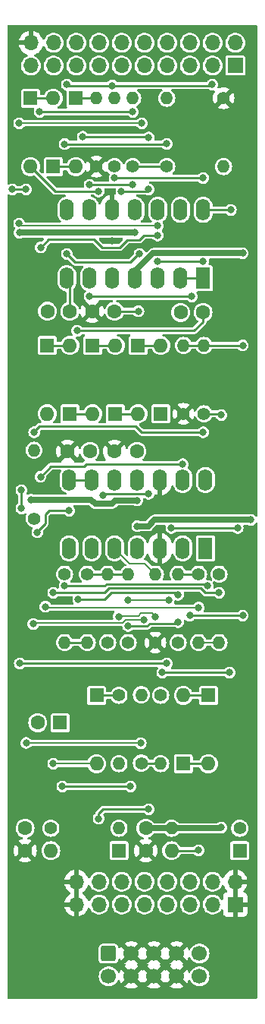
<source format=gbl>
%TF.GenerationSoftware,KiCad,Pcbnew,(7.0.0)*%
%TF.CreationDate,2023-02-14T18:26:25-05:00*%
%TF.ProjectId,ER-VCF-02-DB,45522d56-4346-42d3-9032-2d44422e6b69,1*%
%TF.SameCoordinates,Original*%
%TF.FileFunction,Copper,L2,Bot*%
%TF.FilePolarity,Positive*%
%FSLAX46Y46*%
G04 Gerber Fmt 4.6, Leading zero omitted, Abs format (unit mm)*
G04 Created by KiCad (PCBNEW (7.0.0)) date 2023-02-14 18:26:25*
%MOMM*%
%LPD*%
G01*
G04 APERTURE LIST*
G04 Aperture macros list*
%AMRoundRect*
0 Rectangle with rounded corners*
0 $1 Rounding radius*
0 $2 $3 $4 $5 $6 $7 $8 $9 X,Y pos of 4 corners*
0 Add a 4 corners polygon primitive as box body*
4,1,4,$2,$3,$4,$5,$6,$7,$8,$9,$2,$3,0*
0 Add four circle primitives for the rounded corners*
1,1,$1+$1,$2,$3*
1,1,$1+$1,$4,$5*
1,1,$1+$1,$6,$7*
1,1,$1+$1,$8,$9*
0 Add four rect primitives between the rounded corners*
20,1,$1+$1,$2,$3,$4,$5,0*
20,1,$1+$1,$4,$5,$6,$7,0*
20,1,$1+$1,$6,$7,$8,$9,0*
20,1,$1+$1,$8,$9,$2,$3,0*%
G04 Aperture macros list end*
%TA.AperFunction,ComponentPad*%
%ADD10C,1.400000*%
%TD*%
%TA.AperFunction,ComponentPad*%
%ADD11O,1.400000X1.400000*%
%TD*%
%TA.AperFunction,ComponentPad*%
%ADD12RoundRect,0.250000X-0.600000X0.600000X-0.600000X-0.600000X0.600000X-0.600000X0.600000X0.600000X0*%
%TD*%
%TA.AperFunction,ComponentPad*%
%ADD13C,1.700000*%
%TD*%
%TA.AperFunction,ComponentPad*%
%ADD14C,1.600000*%
%TD*%
%TA.AperFunction,ComponentPad*%
%ADD15R,1.700000X1.700000*%
%TD*%
%TA.AperFunction,ComponentPad*%
%ADD16O,1.700000X1.700000*%
%TD*%
%TA.AperFunction,ComponentPad*%
%ADD17R,1.600000X1.600000*%
%TD*%
%TA.AperFunction,ComponentPad*%
%ADD18O,1.600000X1.600000*%
%TD*%
%TA.AperFunction,ComponentPad*%
%ADD19R,1.600000X2.400000*%
%TD*%
%TA.AperFunction,ComponentPad*%
%ADD20O,1.600000X2.400000*%
%TD*%
%TA.AperFunction,ViaPad*%
%ADD21C,0.800000*%
%TD*%
%TA.AperFunction,Conductor*%
%ADD22C,0.254000*%
%TD*%
%TA.AperFunction,Conductor*%
%ADD23C,0.250000*%
%TD*%
%TA.AperFunction,Conductor*%
%ADD24C,0.203200*%
%TD*%
%TA.AperFunction,Conductor*%
%ADD25C,0.635000*%
%TD*%
G04 APERTURE END LIST*
D10*
%TO.P,R13,1*%
%TO.N,Net-(U2B--)*%
X57404000Y-93190000D03*
D11*
%TO.P,R13,2*%
%TO.N,Net-(D9-A)*%
X57403999Y-100809999D03*
%TD*%
D12*
%TO.P,J1,1,-12V*%
%TO.N,Net-(D14-K)*%
X47340000Y-135460000D03*
D13*
%TO.P,J1,2,-12V*%
X47340000Y-138000000D03*
%TO.P,J1,3,GND*%
%TO.N,GND*%
X49880000Y-135460000D03*
%TO.P,J1,4,GND*%
X49880000Y-138000000D03*
%TO.P,J1,5,GND*%
X52420000Y-135460000D03*
%TO.P,J1,6,GND*%
X52420000Y-138000000D03*
%TO.P,J1,7,GND*%
X54960000Y-135460000D03*
%TO.P,J1,8,GND*%
X54960000Y-138000000D03*
%TO.P,J1,9,+12V*%
%TO.N,Net-(D13-A)*%
X57500000Y-135460000D03*
%TO.P,J1,10,+12V*%
X57500000Y-138000000D03*
%TD*%
D10*
%TO.P,R12,1*%
%TO.N,Net-(R12-Pad1)*%
X59690000Y-93190000D03*
D11*
%TO.P,R12,2*%
%TO.N,Net-(D9-A)*%
X59689999Y-100809999D03*
%TD*%
D14*
%TO.P,C11,1*%
%TO.N,Net-(D10-A)*%
X42993996Y-63880009D03*
%TO.P,C11,2*%
%TO.N,Net-(D8-A)*%
X40493996Y-63880009D03*
%TD*%
D10*
%TO.P,R15,1*%
%TO.N,GND*%
X52578000Y-100810000D03*
D11*
%TO.P,R15,2*%
%TO.N,Net-(U2B-+)*%
X52577999Y-93189999D03*
%TD*%
D15*
%TO.P,J2,1,VCC*%
%TO.N,+12V*%
X61499999Y-36499999D03*
D16*
%TO.P,J2,2,POT6_1_CW*%
%TO.N,/POT6-1*%
X61499999Y-33959999D03*
%TO.P,J2,3,POT6_2_W*%
%TO.N,/POT1-2*%
X58959999Y-36499999D03*
%TO.P,J2,4,POT6_3_CCW*%
%TO.N,/POT6-3*%
X58959999Y-33959999D03*
%TO.P,J2,5,POT4_1_CW*%
%TO.N,unconnected-(J2-POT4_1_CW-Pad5)*%
X56419999Y-36499999D03*
%TO.P,J2,6,POT4_2_W*%
%TO.N,unconnected-(J2-POT4_2_W-Pad6)*%
X56419999Y-33959999D03*
%TO.P,J2,7,POT4_3_CCW*%
%TO.N,unconnected-(J2-POT4_3_CCW-Pad7)*%
X53879999Y-36499999D03*
%TO.P,J2,8,POT2_1_CW*%
%TO.N,/POT2-1*%
X53879999Y-33959999D03*
%TO.P,J2,9,POT2_2_W*%
%TO.N,/POT2-2*%
X51339999Y-36499999D03*
%TO.P,J2,10,POT2_3_CCW*%
%TO.N,/J5-T*%
X51339999Y-33959999D03*
%TO.P,J2,11,POT5_1_CW*%
%TO.N,/POT5-1*%
X48799999Y-36499999D03*
%TO.P,J2,12,POT5_2_W*%
%TO.N,/POT5-2*%
X48799999Y-33959999D03*
%TO.P,J2,13,POT5_3_CCW*%
%TO.N,/POT5-3*%
X46259999Y-36499999D03*
%TO.P,J2,14,POT3_1_CW*%
%TO.N,unconnected-(J2-POT3_1_CW-Pad14)*%
X46259999Y-33959999D03*
%TO.P,J2,15,POT3_2_W*%
%TO.N,unconnected-(J2-POT3_2_W-Pad15)*%
X43719999Y-36499999D03*
%TO.P,J2,16,POT3_3_CCW*%
%TO.N,unconnected-(J2-POT3_3_CCW-Pad16)*%
X43719999Y-33959999D03*
%TO.P,J2,17,POT1_1_CW*%
%TO.N,/POT1-1*%
X41179999Y-36499999D03*
%TO.P,J2,18,POT1_2_W*%
%TO.N,/POT1-2*%
X41179999Y-33959999D03*
%TO.P,J2,19,POT1_3_CCW*%
%TO.N,/J4-T*%
X38639999Y-36499999D03*
%TO.P,J2,20,GND*%
%TO.N,GND*%
X38639999Y-33959999D03*
%TD*%
D17*
%TO.P,D1,1,K*%
%TO.N,Net-(D1-K)*%
X43687999Y-40131999D03*
D18*
%TO.P,D1,2,A*%
%TO.N,Net-(D1-A)*%
X43687999Y-47751999D03*
%TD*%
D14*
%TO.P,C6,1*%
%TO.N,GND*%
X38000000Y-124000000D03*
%TO.P,C6,2*%
%TO.N,-12V*%
X38000000Y-121500000D03*
%TD*%
D10*
%TO.P,R11,1*%
%TO.N,Net-(U2D--)*%
X39000000Y-87000000D03*
D11*
%TO.P,R11,2*%
%TO.N,/AUDIO*%
X38999999Y-79379999D03*
%TD*%
D14*
%TO.P,C5,1*%
%TO.N,+12V*%
X51500000Y-121500000D03*
%TO.P,C5,2*%
%TO.N,GND*%
X51500000Y-124000000D03*
%TD*%
D10*
%TO.P,R21,1*%
%TO.N,/J5-T*%
X53158000Y-106690000D03*
D11*
%TO.P,R21,2*%
%TO.N,Net-(U1D--)*%
X53157999Y-114309999D03*
%TD*%
D10*
%TO.P,R1,1*%
%TO.N,GND*%
X60198000Y-40132000D03*
D11*
%TO.P,R1,2*%
%TO.N,/POT1-2*%
X60197999Y-47751999D03*
%TD*%
D17*
%TO.P,D3,1,K*%
%TO.N,Net-(D2-A)*%
X38607999Y-40131999D03*
D18*
%TO.P,D3,2,A*%
%TO.N,/POT1-2*%
X38607999Y-47751999D03*
%TD*%
D17*
%TO.P,D14,1,K*%
%TO.N,Net-(D14-K)*%
X48499999Y-123999999D03*
D18*
%TO.P,D14,2,A*%
%TO.N,Net-(D14-A)*%
X40879999Y-123999999D03*
%TD*%
D17*
%TO.P,D9,1,K*%
%TO.N,Net-(D8-A)*%
X40473999Y-67689999D03*
D18*
%TO.P,D9,2,A*%
%TO.N,Net-(D9-A)*%
X40473999Y-75309999D03*
%TD*%
D17*
%TO.P,D7,1,K*%
%TO.N,Net-(D6-A)*%
X45553999Y-67689999D03*
D18*
%TO.P,D7,2,A*%
%TO.N,Net-(D7-A)*%
X45553999Y-75309999D03*
%TD*%
D10*
%TO.P,R5,1*%
%TO.N,Net-(U1C--)*%
X53848000Y-47752000D03*
D11*
%TO.P,R5,2*%
%TO.N,/J6-T*%
X53847999Y-40131999D03*
%TD*%
D10*
%TO.P,R22,1*%
%TO.N,Net-(U1D--)*%
X51000000Y-114244000D03*
D11*
%TO.P,R22,2*%
%TO.N,Net-(R22-Pad2)*%
X50999999Y-106623999D03*
%TD*%
D14*
%TO.P,C12,1*%
%TO.N,Net-(D10-A)*%
X57892010Y-64008000D03*
%TO.P,C12,2*%
%TO.N,Net-(D4-A)*%
X55392010Y-64008000D03*
%TD*%
D10*
%TO.P,R14,1*%
%TO.N,/AUDIO*%
X55118000Y-100810000D03*
D11*
%TO.P,R14,2*%
%TO.N,Net-(U2B--)*%
X55117999Y-93189999D03*
%TD*%
D17*
%TO.P,D10,1,K*%
%TO.N,Net-(D10-K)*%
X58499999Y-106689999D03*
D18*
%TO.P,D10,2,A*%
%TO.N,Net-(D10-A)*%
X58499999Y-114309999D03*
%TD*%
D10*
%TO.P,R18,1*%
%TO.N,Net-(U2A--)*%
X44958000Y-93190000D03*
D11*
%TO.P,R18,2*%
%TO.N,Net-(D4-K)*%
X44957999Y-100809999D03*
%TD*%
D17*
%TO.P,D8,1,K*%
%TO.N,Net-(D7-A)*%
X43013999Y-75309999D03*
D18*
%TO.P,D8,2,A*%
%TO.N,Net-(D8-A)*%
X43013999Y-67689999D03*
%TD*%
D17*
%TO.P,D11,1,K*%
%TO.N,Net-(D10-A)*%
X55697999Y-114309999D03*
D18*
%TO.P,D11,2,A*%
%TO.N,Net-(D10-K)*%
X55697999Y-106689999D03*
%TD*%
D10*
%TO.P,R6,1*%
%TO.N,Net-(U1C--)*%
X50038000Y-47752000D03*
D11*
%TO.P,R6,2*%
%TO.N,/POT5-3*%
X50037999Y-40131999D03*
%TD*%
D14*
%TO.P,C4,1*%
%TO.N,Net-(D5-A)*%
X50500001Y-79499993D03*
%TO.P,C4,2*%
%TO.N,GND*%
X48000001Y-79499993D03*
%TD*%
D10*
%TO.P,R7,1*%
%TO.N,Net-(R22-Pad2)*%
X48006000Y-47752000D03*
D11*
%TO.P,R7,2*%
%TO.N,/POT1-2*%
X48005999Y-40131999D03*
%TD*%
D14*
%TO.P,C3,1*%
%TO.N,Net-(D6-A)*%
X48006000Y-63880009D03*
%TO.P,C3,2*%
%TO.N,GND*%
X45506000Y-63880009D03*
%TD*%
D17*
%TO.P,D13,1,K*%
%TO.N,Net-(D13-K)*%
X61999999Y-123999999D03*
D18*
%TO.P,D13,2,A*%
%TO.N,Net-(D13-A)*%
X54379999Y-123999999D03*
%TD*%
D17*
%TO.P,C1,1*%
%TO.N,/J3-T*%
X41909999Y-109727999D03*
D14*
%TO.P,C1,2*%
%TO.N,Net-(U2D--)*%
X39410000Y-109728000D03*
%TD*%
D10*
%TO.P,R19,1*%
%TO.N,Net-(R19-Pad1)*%
X42418000Y-93190000D03*
D11*
%TO.P,R19,2*%
%TO.N,Net-(D4-K)*%
X42417999Y-100809999D03*
%TD*%
D10*
%TO.P,R16,1*%
%TO.N,/AUDIO*%
X49530000Y-100810000D03*
D11*
%TO.P,R16,2*%
%TO.N,Net-(U2A--)*%
X49529999Y-93189999D03*
%TD*%
D17*
%TO.P,D5,1,K*%
%TO.N,Net-(D4-A)*%
X50633999Y-67689999D03*
D18*
%TO.P,D5,2,A*%
%TO.N,Net-(D5-A)*%
X50633999Y-75309999D03*
%TD*%
D10*
%TO.P,R24,1*%
%TO.N,Net-(D13-K)*%
X62000000Y-121500000D03*
D11*
%TO.P,R24,2*%
%TO.N,+12V*%
X54379999Y-121499999D03*
%TD*%
D10*
%TO.P,R9,1*%
%TO.N,Net-(D10-A)*%
X58000000Y-75310000D03*
D11*
%TO.P,R9,2*%
%TO.N,Net-(D10-K)*%
X57999999Y-67689999D03*
%TD*%
D10*
%TO.P,R10,1*%
%TO.N,GND*%
X55714000Y-75310000D03*
D11*
%TO.P,R10,2*%
%TO.N,Net-(D10-K)*%
X55713999Y-67689999D03*
%TD*%
D17*
%TO.P,D6,1,K*%
%TO.N,Net-(D5-A)*%
X48093999Y-75309999D03*
D18*
%TO.P,D6,2,A*%
%TO.N,Net-(D6-A)*%
X48093999Y-67689999D03*
%TD*%
D19*
%TO.P,U1,1*%
%TO.N,/POT5-3*%
X57911999Y-60197999D03*
D20*
%TO.P,U1,2,-*%
X55371999Y-60197999D03*
%TO.P,U1,3,+*%
%TO.N,Net-(D6-A)*%
X52831999Y-60197999D03*
%TO.P,U1,4,V+*%
%TO.N,+12V*%
X50291999Y-60197999D03*
%TO.P,U1,5,+*%
%TO.N,/POT5-2*%
X47751999Y-60197999D03*
%TO.P,U1,6,-*%
%TO.N,Net-(D10-K)*%
X45211999Y-60197999D03*
%TO.P,U1,7*%
%TO.N,Net-(D10-A)*%
X42671999Y-60197999D03*
%TO.P,U1,8*%
%TO.N,/J6-T*%
X42671999Y-52577999D03*
%TO.P,U1,9,-*%
%TO.N,Net-(U1C--)*%
X45211999Y-52577999D03*
%TO.P,U1,10,+*%
%TO.N,GND*%
X47751999Y-52577999D03*
%TO.P,U1,11,V-*%
%TO.N,-12V*%
X50291999Y-52577999D03*
%TO.P,U1,12,+*%
%TO.N,/POT2-2*%
X52831999Y-52577999D03*
%TO.P,U1,13,-*%
%TO.N,Net-(U1D--)*%
X55371999Y-52577999D03*
%TO.P,U1,14*%
%TO.N,Net-(R22-Pad2)*%
X57911999Y-52577999D03*
%TD*%
D17*
%TO.P,D12,1,K*%
%TO.N,/CV*%
X45999999Y-106689999D03*
D18*
%TO.P,D12,2,A*%
%TO.N,Net-(D12-A)*%
X45999999Y-114309999D03*
%TD*%
D10*
%TO.P,R8,1*%
%TO.N,GND*%
X45974000Y-47752000D03*
D11*
%TO.P,R8,2*%
%TO.N,Net-(D1-K)*%
X45973999Y-40131999D03*
%TD*%
D10*
%TO.P,R25,1*%
%TO.N,Net-(D14-A)*%
X40880000Y-121500000D03*
D11*
%TO.P,R25,2*%
%TO.N,-12V*%
X48499999Y-121499999D03*
%TD*%
D14*
%TO.P,C2,1*%
%TO.N,Net-(D7-A)*%
X45249998Y-79499993D03*
%TO.P,C2,2*%
%TO.N,GND*%
X42749998Y-79499993D03*
%TD*%
D10*
%TO.P,R23,1*%
%TO.N,/CV*%
X48500000Y-106690000D03*
D11*
%TO.P,R23,2*%
%TO.N,Net-(U2B-+)*%
X48499999Y-114309999D03*
%TD*%
D17*
%TO.P,D4,1,K*%
%TO.N,Net-(D4-K)*%
X53173999Y-75309999D03*
D18*
%TO.P,D4,2,A*%
%TO.N,Net-(D4-A)*%
X53173999Y-67689999D03*
%TD*%
D17*
%TO.P,D2,1,K*%
%TO.N,Net-(D1-A)*%
X41147999Y-47751999D03*
D18*
%TO.P,D2,2,A*%
%TO.N,Net-(D2-A)*%
X41147999Y-40131999D03*
%TD*%
D15*
%TO.P,J3,1,GND*%
%TO.N,GND*%
X61499999Y-129999999D03*
D16*
%TO.P,J3,2,GND*%
X61499999Y-127459999D03*
%TO.P,J3,3,J2_R_N*%
%TO.N,unconnected-(J3-J2_R_N-Pad3)*%
X58959999Y-129999999D03*
%TO.P,J3,4,J2_T*%
%TO.N,unconnected-(J3-J2_T-Pad4)*%
X58959999Y-127459999D03*
%TO.P,J3,5,J4_R_N*%
%TO.N,unconnected-(J3-J4_R_N-Pad5)*%
X56419999Y-129999999D03*
%TO.P,J3,6,J4_T*%
%TO.N,/J4-T*%
X56419999Y-127459999D03*
%TO.P,J3,7,J6_R_N*%
%TO.N,unconnected-(J3-J6_R_N-Pad7)*%
X53879999Y-129999999D03*
%TO.P,J3,8,J6_T*%
%TO.N,/J6-T*%
X53879999Y-127459999D03*
%TO.P,J3,9,J1_R_N*%
%TO.N,unconnected-(J3-J1_R_N-Pad9)*%
X51339999Y-129999999D03*
%TO.P,J3,10,J1_T*%
%TO.N,unconnected-(J3-J1_T-Pad10)*%
X51339999Y-127459999D03*
%TO.P,J3,11,J3_R_N*%
%TO.N,unconnected-(J3-J3_R_N-Pad11)*%
X48799999Y-129999999D03*
%TO.P,J3,12,J3_T*%
%TO.N,/J3-T*%
X48799999Y-127459999D03*
%TO.P,J3,13,J5_R_N*%
%TO.N,unconnected-(J3-J5_R_N-Pad13)*%
X46259999Y-129999999D03*
%TO.P,J3,14,J5_T*%
%TO.N,/J5-T*%
X46259999Y-127459999D03*
%TO.P,J3,15,GND*%
%TO.N,GND*%
X43719999Y-129999999D03*
%TO.P,J3,16,GND*%
X43719999Y-127459999D03*
%TD*%
D10*
%TO.P,R17,1*%
%TO.N,/CV*%
X47244000Y-100810000D03*
D11*
%TO.P,R17,2*%
%TO.N,Net-(U2A--)*%
X47243999Y-93189999D03*
%TD*%
D19*
%TO.P,U2,1*%
%TO.N,Net-(R19-Pad1)*%
X58165999Y-90299996D03*
D20*
%TO.P,U2,2,-*%
%TO.N,Net-(U2A--)*%
X55625999Y-90299996D03*
%TO.P,U2,3,+*%
%TO.N,GND*%
X53085999Y-90299996D03*
%TO.P,U2,4,V+*%
%TO.N,+12V*%
X50545999Y-90299996D03*
%TO.P,U2,5,+*%
%TO.N,Net-(U2B-+)*%
X48005999Y-90299996D03*
%TO.P,U2,6,-*%
%TO.N,Net-(U2B--)*%
X45465999Y-90299996D03*
%TO.P,U2,7*%
%TO.N,Net-(R12-Pad1)*%
X42925999Y-90299996D03*
%TO.P,U2,8*%
%TO.N,Net-(D12-A)*%
X42925999Y-82679996D03*
%TO.P,U2,9,-*%
X45465999Y-82679996D03*
%TO.P,U2,10,+*%
%TO.N,/POT1-2*%
X48005999Y-82679996D03*
%TO.P,U2,11,V-*%
%TO.N,-12V*%
X50545999Y-82679996D03*
%TO.P,U2,12,+*%
%TO.N,GND*%
X53085999Y-82679996D03*
%TO.P,U2,13,-*%
%TO.N,Net-(U2D--)*%
X55625999Y-82679996D03*
%TO.P,U2,14*%
%TO.N,/AUDIO*%
X58165999Y-82679996D03*
%TD*%
D21*
%TO.N,Net-(D6-A)*%
X50673991Y-63880009D03*
%TO.N,Net-(D10-A)*%
X43815000Y-66040000D03*
X59944000Y-75438000D03*
%TO.N,/POT1-2*%
X58928000Y-38608000D03*
X42672000Y-38608000D03*
X47750468Y-38724438D03*
X46228000Y-50510500D03*
%TO.N,Net-(D4-K)*%
X46736000Y-84427000D03*
X51816000Y-84226400D03*
%TO.N,Net-(D9-A)*%
X40275541Y-96806167D03*
X57404000Y-96901000D03*
%TO.N,-12V*%
X50292000Y-55118000D03*
X37375500Y-55118000D03*
X38658800Y-84886800D03*
X50546000Y-84952900D03*
%TO.N,+12V*%
X62328989Y-57404000D03*
X50546000Y-87833200D03*
X59944000Y-121412000D03*
X63246000Y-87122000D03*
%TO.N,Net-(D10-K)*%
X62329000Y-97790000D03*
X56404225Y-97806225D03*
X62329000Y-67691000D03*
X45212000Y-62230000D03*
X56642000Y-62230000D03*
%TO.N,/POT2-2*%
X52832000Y-54356000D03*
X51054000Y-42926000D03*
X37338000Y-42926000D03*
X37338000Y-54102000D03*
%TO.N,/POT5-2*%
X51816000Y-44521000D03*
X51816000Y-50292000D03*
X44445701Y-44445701D03*
X48768000Y-50510500D03*
%TO.N,/POT5-3*%
X52832000Y-58321000D03*
X39624000Y-41656000D03*
X57912000Y-58321000D03*
X50038000Y-41656000D03*
X52832000Y-55422800D03*
X39758489Y-56761511D03*
%TO.N,Net-(D12-A)*%
X39370000Y-88519000D03*
X41148000Y-114300000D03*
X42926000Y-86106000D03*
%TO.N,Net-(D13-A)*%
X57404000Y-123952000D03*
%TO.N,/J4-T*%
X38100000Y-50292000D03*
X37417011Y-103124000D03*
X36576000Y-50292000D03*
X53848000Y-103124000D03*
X37592000Y-85852000D03*
X37592000Y-83820000D03*
%TO.N,/AUDIO*%
X55113722Y-98516500D03*
X39014400Y-77368400D03*
X49530000Y-98938200D03*
X57912000Y-77368400D03*
%TO.N,/J5-T*%
X51816000Y-119380000D03*
X60863011Y-104140000D03*
X46228000Y-120417000D03*
X53340000Y-104140000D03*
%TO.N,Net-(R19-Pad1)*%
X58420000Y-94488000D03*
X42418000Y-94488000D03*
%TO.N,Net-(R22-Pad2)*%
X54356000Y-88039000D03*
X48006000Y-49022000D03*
X61757500Y-88039000D03*
X57911147Y-49026267D03*
X60995500Y-52578000D03*
%TO.N,GND*%
X47752000Y-56035000D03*
%TO.N,/J3-T*%
X49784000Y-116840000D03*
X42164000Y-116840000D03*
%TO.N,Net-(R12-Pad1)*%
X41148000Y-95250000D03*
X59690000Y-95250000D03*
%TO.N,/J6-T*%
X42418000Y-45247500D03*
X50800000Y-57488011D03*
X53848000Y-45212000D03*
X42672000Y-57488011D03*
%TO.N,Net-(U1C--)*%
X45212000Y-49784000D03*
X50038000Y-49784000D03*
%TO.N,Net-(U2D--)*%
X55626000Y-80924400D03*
X39725600Y-82321400D03*
%TO.N,Net-(U2B--)*%
X43942000Y-95976500D03*
X55118000Y-95464820D03*
%TO.N,Net-(U2B-+)*%
X52578000Y-97942400D03*
X48477586Y-97901700D03*
%TO.N,Net-(U2A--)*%
X49530000Y-96062800D03*
X54051200Y-96113600D03*
%TO.N,Net-(U1D--)*%
X38118111Y-111995889D03*
X38912800Y-98729800D03*
X51308000Y-98237100D03*
X50927000Y-112014000D03*
%TD*%
D22*
%TO.N,Net-(D7-A)*%
X43014000Y-75310000D02*
X45554000Y-75310000D01*
%TO.N,Net-(D6-A)*%
X45554000Y-67690000D02*
X48094000Y-67690000D01*
X48006000Y-63880009D02*
X50673991Y-63880009D01*
%TO.N,Net-(D5-A)*%
X50634000Y-75310000D02*
X48094000Y-75310000D01*
%TO.N,Net-(D10-A)*%
X55698000Y-114310000D02*
X58500000Y-114310000D01*
X43815000Y-66040000D02*
X56896000Y-66040000D01*
X58000000Y-75310000D02*
X59816000Y-75310000D01*
X56896000Y-66040000D02*
X57848500Y-65087500D01*
X42993996Y-63880009D02*
X42993996Y-60519996D01*
X57892010Y-64008000D02*
X57892010Y-65043990D01*
X59816000Y-75310000D02*
X59944000Y-75438000D01*
X57892010Y-65043990D02*
X57848500Y-65087500D01*
%TO.N,Net-(D8-A)*%
X40474000Y-67690000D02*
X43014000Y-67690000D01*
%TO.N,Net-(D4-A)*%
X50634000Y-67690000D02*
X53174000Y-67690000D01*
%TO.N,Net-(D1-K)*%
X43688000Y-40132000D02*
X45974000Y-40132000D01*
%TO.N,Net-(D1-A)*%
X41148000Y-47752000D02*
X43688000Y-47752000D01*
%TO.N,Net-(D2-A)*%
X38608000Y-40132000D02*
X41148000Y-40132000D01*
%TO.N,/CV*%
X46000000Y-106690000D02*
X48500000Y-106690000D01*
D23*
%TO.N,/POT1-2*%
X42788438Y-38724438D02*
X42672000Y-38608000D01*
X38608000Y-47752000D02*
X41366500Y-50510500D01*
X47750468Y-38724438D02*
X42788438Y-38724438D01*
X47750468Y-38724438D02*
X58811562Y-38724438D01*
X58811562Y-38724438D02*
X58928000Y-38608000D01*
X41366500Y-50510500D02*
X46228000Y-50510500D01*
D22*
%TO.N,Net-(D4-K)*%
X42418000Y-100810000D02*
X44958000Y-100810000D01*
D24*
X51816000Y-84226400D02*
X46936600Y-84226400D01*
D22*
X51460400Y-84226400D02*
X46936600Y-84226400D01*
D24*
X46936600Y-84226400D02*
X46736000Y-84427000D01*
%TO.N,Net-(D9-A)*%
X57404000Y-96901000D02*
X40370374Y-96901000D01*
X57404000Y-100810000D02*
X59690000Y-100810000D01*
X40370374Y-96901000D02*
X40275541Y-96806167D01*
D25*
%TO.N,-12V*%
X45821600Y-85344000D02*
X47701200Y-85344000D01*
X48092300Y-84952900D02*
X47701200Y-85344000D01*
X45821600Y-85344000D02*
X45364400Y-84886800D01*
X50546000Y-84952900D02*
X48092300Y-84952900D01*
X37375500Y-55118000D02*
X50292000Y-55118000D01*
X38658800Y-84886800D02*
X45364400Y-84886800D01*
%TO.N,+12V*%
X52476400Y-87122000D02*
X51765200Y-87833200D01*
X52324000Y-57404000D02*
X50292000Y-59436000D01*
X51765200Y-87833200D02*
X50546000Y-87833200D01*
X63246000Y-87122000D02*
X52476400Y-87122000D01*
X52324000Y-57404000D02*
X62328989Y-57404000D01*
X54380000Y-121500000D02*
X51500000Y-121500000D01*
X59856000Y-121500000D02*
X59944000Y-121412000D01*
X54380000Y-121500000D02*
X59856000Y-121500000D01*
D22*
%TO.N,Net-(D10-K)*%
X62328000Y-67690000D02*
X62329000Y-67691000D01*
X56404225Y-97806225D02*
X59165775Y-97806225D01*
X59182000Y-97790000D02*
X62329000Y-97790000D01*
X59165775Y-97806225D02*
X59182000Y-97790000D01*
X55714000Y-67690000D02*
X58000000Y-67690000D01*
X55698000Y-106690000D02*
X58500000Y-106690000D01*
X45212000Y-62230000D02*
X56642000Y-62230000D01*
X58000000Y-67690000D02*
X62328000Y-67690000D01*
D24*
%TO.N,/POT2-2*%
X37338000Y-42926000D02*
X51054000Y-42926000D01*
X52832000Y-54356000D02*
X37592000Y-54356000D01*
X37592000Y-54356000D02*
X37338000Y-54102000D01*
D23*
%TO.N,/POT5-2*%
X51597500Y-50510500D02*
X51816000Y-50292000D01*
X51740701Y-44445701D02*
X44445701Y-44445701D01*
X51816000Y-44521000D02*
X51740701Y-44445701D01*
X48768000Y-50510500D02*
X51597500Y-50510500D01*
D22*
%TO.N,/POT5-3*%
X48597689Y-56761511D02*
X49453800Y-55905400D01*
X52832000Y-58321000D02*
X57912000Y-58321000D01*
X50038000Y-41656000D02*
X39624000Y-41656000D01*
X51257200Y-55422800D02*
X52832000Y-55422800D01*
X40640000Y-55880000D02*
X45720000Y-55880000D01*
X49453800Y-55905400D02*
X50774600Y-55905400D01*
X46601511Y-56761511D02*
X48597689Y-56761511D01*
X39758489Y-56761511D02*
X40640000Y-55880000D01*
D23*
X55372000Y-60198000D02*
X57912000Y-60198000D01*
D22*
X45720000Y-55880000D02*
X46601511Y-56761511D01*
X50774600Y-55905400D02*
X51257200Y-55422800D01*
D24*
%TO.N,Net-(D12-A)*%
X41793000Y-114310000D02*
X41783000Y-114300000D01*
D22*
X40259000Y-86537800D02*
X40259000Y-87503000D01*
D24*
X46000000Y-114310000D02*
X41158000Y-114310000D01*
D22*
X40690800Y-86106000D02*
X40259000Y-86537800D01*
X40259000Y-87503000D02*
X39166800Y-88595200D01*
X42926000Y-82679997D02*
X45466000Y-82679997D01*
D24*
X46000000Y-114310000D02*
X41793000Y-114310000D01*
X41158000Y-114310000D02*
X41148000Y-114300000D01*
D22*
X42926000Y-86106000D02*
X40690800Y-86106000D01*
D23*
%TO.N,Net-(D13-A)*%
X54380000Y-124000000D02*
X57356000Y-124000000D01*
X57356000Y-124000000D02*
X57404000Y-123952000D01*
%TO.N,/J4-T*%
X37592000Y-85852000D02*
X37592000Y-83820000D01*
X53848000Y-103124000D02*
X37417011Y-103124000D01*
X38100000Y-50292000D02*
X36576000Y-50292000D01*
D22*
%TO.N,/AUDIO*%
X39624000Y-76708000D02*
X50368200Y-76708000D01*
X49555411Y-98963611D02*
X51658389Y-98963611D01*
X49530000Y-98938200D02*
X49555411Y-98963611D01*
X39014400Y-77368400D02*
X39014400Y-77317600D01*
X39014400Y-77317600D02*
X39624000Y-76708000D01*
X50368200Y-76708000D02*
X51028600Y-77368400D01*
X51953089Y-98668911D02*
X51658389Y-98963611D01*
X51028600Y-77368400D02*
X57912000Y-77368400D01*
X55113722Y-98516500D02*
X54961311Y-98668911D01*
X54961311Y-98668911D02*
X51953089Y-98668911D01*
D23*
%TO.N,/J5-T*%
X46228000Y-119888000D02*
X46736000Y-119380000D01*
X53340000Y-104140000D02*
X60863011Y-104140000D01*
X46228000Y-120417000D02*
X46228000Y-119888000D01*
X46736000Y-119380000D02*
X51816000Y-119380000D01*
D22*
%TO.N,Net-(R19-Pad1)*%
X58216800Y-94284800D02*
X58420000Y-94488000D01*
X46888400Y-94488000D02*
X47091600Y-94284800D01*
X47091600Y-94284800D02*
X58216800Y-94284800D01*
X42418000Y-94488000D02*
X46888400Y-94488000D01*
%TO.N,Net-(R22-Pad2)*%
X57906880Y-49022000D02*
X57911147Y-49026267D01*
X54356000Y-88039000D02*
X61757500Y-88039000D01*
X48006000Y-49022000D02*
X57906880Y-49022000D01*
X57912000Y-52578000D02*
X60995500Y-52578000D01*
D23*
%TO.N,/J3-T*%
X49784000Y-116840000D02*
X42164000Y-116840000D01*
D22*
%TO.N,Net-(R12-Pad1)*%
X41148000Y-95250000D02*
X46888400Y-95250000D01*
X58154557Y-95250000D02*
X57642877Y-94738320D01*
X47400080Y-94738320D02*
X57642877Y-94738320D01*
X59690000Y-95250000D02*
X58154557Y-95250000D01*
X46888400Y-95250000D02*
X47400080Y-94738320D01*
D23*
%TO.N,/J6-T*%
X43603989Y-58420000D02*
X42672000Y-57488011D01*
D22*
X53812500Y-45247500D02*
X53848000Y-45212000D01*
D23*
X50715989Y-57488011D02*
X49784000Y-58420000D01*
X49784000Y-58420000D02*
X43603989Y-58420000D01*
X50800000Y-57488011D02*
X50715989Y-57488011D01*
D22*
X42418000Y-45247500D02*
X53812500Y-45247500D01*
%TO.N,Net-(U1C--)*%
X50038000Y-47752000D02*
X53848000Y-47752000D01*
X45212000Y-49784000D02*
X50038000Y-49784000D01*
%TO.N,Net-(U2D--)*%
X44805600Y-80924400D02*
X44576523Y-81153477D01*
X40893523Y-81153477D02*
X39725600Y-82321400D01*
X55626000Y-80924400D02*
X44805600Y-80924400D01*
X44576523Y-81153477D02*
X40893523Y-81153477D01*
%TO.N,Net-(U2B--)*%
X47657760Y-95191840D02*
X54845020Y-95191840D01*
D24*
X55118000Y-95668020D02*
X54819620Y-95369640D01*
D22*
X55118000Y-93190000D02*
X57404000Y-93190000D01*
X54845020Y-95191840D02*
X55118000Y-95464820D01*
X43942000Y-95976500D02*
X46873100Y-95976500D01*
X46873100Y-95976500D02*
X47657760Y-95191840D01*
X54641820Y-95191840D02*
X55118000Y-95668020D01*
D24*
%TO.N,Net-(U2B-+)*%
X48544906Y-97834380D02*
X48477586Y-97901700D01*
X50952400Y-97536000D02*
X52171600Y-97536000D01*
X48544906Y-97834380D02*
X50654020Y-97834380D01*
X52578000Y-93190000D02*
X51375598Y-91987598D01*
X50654020Y-97834380D02*
X50952400Y-97536000D01*
X51375598Y-91987598D02*
X49693602Y-91987598D01*
X49693602Y-91987598D02*
X48006000Y-90299997D01*
X52171600Y-97536000D02*
X52578000Y-97942400D01*
%TO.N,Net-(U2A--)*%
X49530000Y-96062800D02*
X54051200Y-96062800D01*
D22*
X44958000Y-93190000D02*
X47244000Y-93190000D01*
X47244000Y-93190000D02*
X49530000Y-93190000D01*
D24*
%TO.N,Net-(U1D--)*%
X39039800Y-98602800D02*
X38912800Y-98729800D01*
D22*
X51000000Y-114244000D02*
X53092000Y-114244000D01*
D24*
X50927000Y-112014000D02*
X38136222Y-112014000D01*
X49133700Y-98237100D02*
X51308000Y-98237100D01*
X48873878Y-98602800D02*
X49133700Y-98342978D01*
X39039800Y-98602800D02*
X48873878Y-98602800D01*
X38136222Y-112014000D02*
X38118111Y-111995889D01*
X49133700Y-98342978D02*
X49133700Y-98237100D01*
%TD*%
%TA.AperFunction,Conductor*%
%TO.N,GND*%
G36*
X48882690Y-55703733D02*
G01*
X48927423Y-55741939D01*
X48949936Y-55796289D01*
X48945320Y-55854936D01*
X48914582Y-55905095D01*
X48476571Y-56343106D01*
X48435694Y-56370420D01*
X48387476Y-56380011D01*
X46811724Y-56380011D01*
X46763506Y-56370420D01*
X46722628Y-56343106D01*
X46284618Y-55905095D01*
X46253881Y-55854936D01*
X46249265Y-55796289D01*
X46271778Y-55741939D01*
X46316511Y-55703733D01*
X46373714Y-55690000D01*
X48825487Y-55690000D01*
X48882690Y-55703733D01*
G37*
%TD.AperFunction*%
%TA.AperFunction,Conductor*%
G36*
X48074867Y-50179933D02*
G01*
X48120008Y-50219925D01*
X48141393Y-50276314D01*
X48134122Y-50336182D01*
X48130553Y-50345590D01*
X48130550Y-50345599D01*
X48127851Y-50352718D01*
X48126932Y-50360279D01*
X48126932Y-50360283D01*
X48109612Y-50502931D01*
X48108693Y-50510500D01*
X48127851Y-50668282D01*
X48130551Y-50675401D01*
X48130552Y-50675405D01*
X48149476Y-50725302D01*
X48156617Y-50786193D01*
X48134176Y-50843245D01*
X48087465Y-50882953D01*
X48027544Y-50895916D01*
X48008591Y-50895295D01*
X48006000Y-50906411D01*
X48006000Y-52706000D01*
X47989119Y-52769000D01*
X47943000Y-52815119D01*
X47880000Y-52832000D01*
X47624000Y-52832000D01*
X47561000Y-52815119D01*
X47514881Y-52769000D01*
X47498000Y-52706000D01*
X47498000Y-50906411D01*
X47495408Y-50895296D01*
X47483998Y-50895669D01*
X47308238Y-50942764D01*
X47297946Y-50946510D01*
X47100489Y-51038586D01*
X47090993Y-51044068D01*
X46912533Y-51169028D01*
X46904124Y-51176084D01*
X46750084Y-51330124D01*
X46743028Y-51338533D01*
X46618068Y-51516993D01*
X46612586Y-51526489D01*
X46520510Y-51723946D01*
X46516761Y-51734246D01*
X46472701Y-51898679D01*
X46440671Y-51954578D01*
X46385196Y-51987337D01*
X46320779Y-51988390D01*
X46264262Y-51957464D01*
X46230420Y-51902642D01*
X46192742Y-51778433D01*
X46190945Y-51772508D01*
X46093027Y-51589317D01*
X45961252Y-51428748D01*
X45834723Y-51324908D01*
X45798310Y-51275875D01*
X45792400Y-51236548D01*
X45741372Y-51248821D01*
X45682769Y-51233946D01*
X45622950Y-51201972D01*
X45622946Y-51201970D01*
X45617492Y-51199055D01*
X45597165Y-51192889D01*
X45424638Y-51140553D01*
X45424630Y-51140551D01*
X45418718Y-51138758D01*
X45417814Y-51138669D01*
X45364387Y-51113402D01*
X45327909Y-51064221D01*
X45318923Y-51003652D01*
X45339551Y-50946000D01*
X45384920Y-50904878D01*
X45444317Y-50890000D01*
X45628544Y-50890000D01*
X45687099Y-50904432D01*
X45723769Y-50936919D01*
X45725119Y-50935724D01*
X45730171Y-50941427D01*
X45734502Y-50947701D01*
X45825718Y-51028512D01*
X45860032Y-51078291D01*
X45864326Y-51114221D01*
X45913867Y-51101513D01*
X45973213Y-51115944D01*
X45994207Y-51126963D01*
X46148529Y-51165000D01*
X46299854Y-51165000D01*
X46307471Y-51165000D01*
X46461793Y-51126963D01*
X46602529Y-51053099D01*
X46721498Y-50947701D01*
X46811787Y-50816895D01*
X46868149Y-50668282D01*
X46887307Y-50510500D01*
X46868149Y-50352718D01*
X46861878Y-50336182D01*
X46854607Y-50276314D01*
X46875992Y-50219925D01*
X46921133Y-50179933D01*
X46979689Y-50165500D01*
X48016311Y-50165500D01*
X48074867Y-50179933D01*
G37*
%TD.AperFunction*%
%TA.AperFunction,Conductor*%
G36*
X63936500Y-32017381D02*
G01*
X63982619Y-32063500D01*
X63999500Y-32126500D01*
X63999500Y-86657129D01*
X63983620Y-86718363D01*
X63939983Y-86764162D01*
X63879587Y-86782982D01*
X63817658Y-86770079D01*
X63769804Y-86728705D01*
X63766754Y-86724287D01*
X63739498Y-86684799D01*
X63620529Y-86579401D01*
X63479793Y-86505537D01*
X63472395Y-86503713D01*
X63472391Y-86503712D01*
X63332864Y-86469322D01*
X63332862Y-86469321D01*
X63325471Y-86467500D01*
X63166529Y-86467500D01*
X63159138Y-86469321D01*
X63159135Y-86469322D01*
X63019608Y-86503712D01*
X63019601Y-86503714D01*
X63012207Y-86505537D01*
X63005455Y-86509080D01*
X63005454Y-86509081D01*
X62954990Y-86535567D01*
X62896435Y-86550000D01*
X52522151Y-86550000D01*
X52505704Y-86548922D01*
X52484588Y-86546142D01*
X52476400Y-86545064D01*
X52468212Y-86546142D01*
X52335267Y-86563644D01*
X52335260Y-86563645D01*
X52327078Y-86564723D01*
X52319452Y-86567881D01*
X52319447Y-86567883D01*
X52195559Y-86619199D01*
X52195554Y-86619201D01*
X52187932Y-86622359D01*
X52181387Y-86627380D01*
X52181382Y-86627384D01*
X52166395Y-86638885D01*
X52153736Y-86648599D01*
X52140289Y-86658917D01*
X52074990Y-86709022D01*
X52074986Y-86709025D01*
X52068445Y-86714045D01*
X52063424Y-86720587D01*
X52063421Y-86720591D01*
X52050449Y-86737496D01*
X52039586Y-86749882D01*
X51565175Y-87224295D01*
X51524297Y-87251609D01*
X51476079Y-87261200D01*
X50895565Y-87261200D01*
X50837010Y-87246767D01*
X50779793Y-87216737D01*
X50772395Y-87214913D01*
X50772391Y-87214912D01*
X50632864Y-87180522D01*
X50632862Y-87180521D01*
X50625471Y-87178700D01*
X50466529Y-87178700D01*
X50459138Y-87180521D01*
X50459135Y-87180522D01*
X50319608Y-87214912D01*
X50319601Y-87214914D01*
X50312207Y-87216737D01*
X50305458Y-87220278D01*
X50305453Y-87220281D01*
X50178223Y-87287057D01*
X50178221Y-87287058D01*
X50171471Y-87290601D01*
X50165769Y-87295652D01*
X50165764Y-87295656D01*
X50058207Y-87390944D01*
X50058203Y-87390947D01*
X50052502Y-87395999D01*
X50048175Y-87402266D01*
X50048171Y-87402272D01*
X49966542Y-87520532D01*
X49966538Y-87520537D01*
X49962213Y-87526805D01*
X49959514Y-87533920D01*
X49959510Y-87533929D01*
X49908552Y-87668294D01*
X49908550Y-87668300D01*
X49905851Y-87675418D01*
X49904932Y-87682979D01*
X49904932Y-87682983D01*
X49890140Y-87804814D01*
X49886693Y-87833200D01*
X49887612Y-87840769D01*
X49904080Y-87976401D01*
X49905851Y-87990982D01*
X49908551Y-87998101D01*
X49908552Y-87998105D01*
X49959510Y-88132470D01*
X49959512Y-88132475D01*
X49962213Y-88139595D01*
X49966541Y-88145865D01*
X49966542Y-88145867D01*
X50017525Y-88219729D01*
X50052502Y-88270401D01*
X50171471Y-88375799D01*
X50312207Y-88449663D01*
X50466529Y-88487700D01*
X50617854Y-88487700D01*
X50625471Y-88487700D01*
X50779793Y-88449663D01*
X50837010Y-88419632D01*
X50895565Y-88405200D01*
X51719456Y-88405200D01*
X51735902Y-88406278D01*
X51757011Y-88409057D01*
X51757012Y-88409057D01*
X51765200Y-88410135D01*
X51802686Y-88405200D01*
X51802692Y-88405200D01*
X51914522Y-88390477D01*
X52053668Y-88332841D01*
X52173155Y-88241155D01*
X52191153Y-88217697D01*
X52202006Y-88205322D01*
X52676425Y-87730904D01*
X52717303Y-87703591D01*
X52765521Y-87694000D01*
X53604311Y-87694000D01*
X53662867Y-87708433D01*
X53708008Y-87748425D01*
X53729393Y-87804814D01*
X53722122Y-87864682D01*
X53718553Y-87874090D01*
X53718550Y-87874099D01*
X53715851Y-87881218D01*
X53714932Y-87888779D01*
X53714932Y-87888783D01*
X53706392Y-87959118D01*
X53696693Y-88039000D01*
X53715851Y-88196782D01*
X53718551Y-88203901D01*
X53718552Y-88203905D01*
X53769510Y-88338270D01*
X53769512Y-88338275D01*
X53772213Y-88345395D01*
X53776541Y-88351665D01*
X53776542Y-88351667D01*
X53816155Y-88409057D01*
X53862502Y-88476201D01*
X53981471Y-88581599D01*
X54122207Y-88655463D01*
X54276529Y-88693500D01*
X54427854Y-88693500D01*
X54435471Y-88693500D01*
X54589793Y-88655463D01*
X54730529Y-88581599D01*
X54849498Y-88476201D01*
X54853829Y-88469927D01*
X54858883Y-88464223D01*
X54860672Y-88465808D01*
X54895517Y-88434935D01*
X54954076Y-88420500D01*
X61159424Y-88420500D01*
X61217983Y-88434935D01*
X61252827Y-88465808D01*
X61254617Y-88464223D01*
X61259671Y-88469927D01*
X61264002Y-88476201D01*
X61382971Y-88581599D01*
X61523707Y-88655463D01*
X61678029Y-88693500D01*
X61829354Y-88693500D01*
X61836971Y-88693500D01*
X61991293Y-88655463D01*
X62132029Y-88581599D01*
X62250998Y-88476201D01*
X62341287Y-88345395D01*
X62397649Y-88196782D01*
X62416807Y-88039000D01*
X62397649Y-87881218D01*
X62391378Y-87864682D01*
X62384107Y-87804814D01*
X62405492Y-87748425D01*
X62450633Y-87708433D01*
X62509189Y-87694000D01*
X62896435Y-87694000D01*
X62954989Y-87708432D01*
X63012207Y-87738463D01*
X63166529Y-87776500D01*
X63317854Y-87776500D01*
X63325471Y-87776500D01*
X63479793Y-87738463D01*
X63620529Y-87664599D01*
X63739498Y-87559201D01*
X63769804Y-87515294D01*
X63817658Y-87473921D01*
X63879587Y-87461018D01*
X63939983Y-87479838D01*
X63983620Y-87525637D01*
X63999500Y-87586871D01*
X63999500Y-140373500D01*
X63982619Y-140436500D01*
X63936500Y-140482619D01*
X63873500Y-140499500D01*
X36126500Y-140499500D01*
X36063500Y-140482619D01*
X36017381Y-140436500D01*
X36000500Y-140373500D01*
X36000500Y-139124532D01*
X49120210Y-139124532D01*
X49128446Y-139135901D01*
X49130592Y-139137571D01*
X49139278Y-139143246D01*
X49328042Y-139245400D01*
X49337559Y-139249575D01*
X49540557Y-139319264D01*
X49550627Y-139321814D01*
X49762335Y-139357142D01*
X49772684Y-139358000D01*
X49987316Y-139358000D01*
X49997664Y-139357142D01*
X50209372Y-139321814D01*
X50219442Y-139319264D01*
X50422440Y-139249575D01*
X50431957Y-139245400D01*
X50620720Y-139143246D01*
X50629410Y-139137569D01*
X50631552Y-139135902D01*
X50639787Y-139124533D01*
X50639786Y-139124532D01*
X51660210Y-139124532D01*
X51668446Y-139135901D01*
X51670592Y-139137571D01*
X51679278Y-139143246D01*
X51868042Y-139245400D01*
X51877559Y-139249575D01*
X52080557Y-139319264D01*
X52090627Y-139321814D01*
X52302335Y-139357142D01*
X52312684Y-139358000D01*
X52527316Y-139358000D01*
X52537664Y-139357142D01*
X52749372Y-139321814D01*
X52759442Y-139319264D01*
X52962440Y-139249575D01*
X52971957Y-139245400D01*
X53160720Y-139143246D01*
X53169410Y-139137569D01*
X53171552Y-139135902D01*
X53179787Y-139124533D01*
X53179786Y-139124532D01*
X54200210Y-139124532D01*
X54208446Y-139135901D01*
X54210592Y-139137571D01*
X54219278Y-139143246D01*
X54408042Y-139245400D01*
X54417559Y-139249575D01*
X54620557Y-139319264D01*
X54630627Y-139321814D01*
X54842335Y-139357142D01*
X54852684Y-139358000D01*
X55067316Y-139358000D01*
X55077664Y-139357142D01*
X55289372Y-139321814D01*
X55299442Y-139319264D01*
X55502440Y-139249575D01*
X55511957Y-139245400D01*
X55700720Y-139143246D01*
X55709410Y-139137569D01*
X55711552Y-139135902D01*
X55719787Y-139124533D01*
X55713019Y-139112229D01*
X54971729Y-138370939D01*
X54959999Y-138364167D01*
X54948271Y-138370938D01*
X54206978Y-139112230D01*
X54200210Y-139124532D01*
X53179786Y-139124532D01*
X53173019Y-139112229D01*
X52431729Y-138370939D01*
X52419999Y-138364167D01*
X52408271Y-138370938D01*
X51666978Y-139112230D01*
X51660210Y-139124532D01*
X50639786Y-139124532D01*
X50633019Y-139112229D01*
X49891729Y-138370939D01*
X49879999Y-138364167D01*
X49868271Y-138370938D01*
X49126978Y-139112230D01*
X49120210Y-139124532D01*
X36000500Y-139124532D01*
X36000500Y-138000000D01*
X46230768Y-138000000D01*
X46231306Y-138005806D01*
X46249116Y-138198015D01*
X46249117Y-138198025D01*
X46249655Y-138203821D01*
X46251249Y-138209426D01*
X46251250Y-138209427D01*
X46303955Y-138394669D01*
X46305672Y-138400701D01*
X46396912Y-138583935D01*
X46400421Y-138588582D01*
X46400422Y-138588583D01*
X46516755Y-138742634D01*
X46516759Y-138742638D01*
X46520268Y-138747285D01*
X46524570Y-138751207D01*
X46524573Y-138751210D01*
X46612466Y-138831335D01*
X46671538Y-138885186D01*
X46845573Y-138992944D01*
X47036444Y-139066888D01*
X47237653Y-139104500D01*
X47436519Y-139104500D01*
X47442347Y-139104500D01*
X47643556Y-139066888D01*
X47834427Y-138992944D01*
X48008462Y-138885186D01*
X48159732Y-138747285D01*
X48283088Y-138583935D01*
X48360270Y-138428932D01*
X48397907Y-138383965D01*
X48451830Y-138360903D01*
X48510352Y-138364748D01*
X48560793Y-138394669D01*
X48591139Y-138442470D01*
X48591178Y-138442453D01*
X48591288Y-138442706D01*
X48592226Y-138444182D01*
X48593269Y-138447221D01*
X48679488Y-138643778D01*
X48684431Y-138652913D01*
X48749233Y-138752099D01*
X48757328Y-138759947D01*
X48766859Y-138753929D01*
X49509059Y-138011730D01*
X49515832Y-137999999D01*
X50244167Y-137999999D01*
X50250939Y-138011729D01*
X50993138Y-138753928D01*
X51002670Y-138759947D01*
X51010764Y-138752100D01*
X51044516Y-138700440D01*
X51090030Y-138658542D01*
X51149999Y-138643356D01*
X51209968Y-138658542D01*
X51255481Y-138700439D01*
X51289232Y-138752098D01*
X51297328Y-138759947D01*
X51306859Y-138753929D01*
X52049059Y-138011730D01*
X52055832Y-137999999D01*
X52784167Y-137999999D01*
X52790939Y-138011729D01*
X53533138Y-138753928D01*
X53542670Y-138759947D01*
X53550764Y-138752100D01*
X53584516Y-138700440D01*
X53630030Y-138658542D01*
X53689999Y-138643356D01*
X53749968Y-138658542D01*
X53795481Y-138700439D01*
X53829232Y-138752098D01*
X53837328Y-138759947D01*
X53846859Y-138753929D01*
X54589059Y-138011730D01*
X54595832Y-137999999D01*
X55324167Y-137999999D01*
X55330939Y-138011729D01*
X56073138Y-138753928D01*
X56082670Y-138759947D01*
X56090765Y-138752099D01*
X56155566Y-138652916D01*
X56160512Y-138643776D01*
X56246724Y-138447233D01*
X56247768Y-138444195D01*
X56248706Y-138442716D01*
X56248822Y-138442453D01*
X56248862Y-138442470D01*
X56279198Y-138394677D01*
X56329639Y-138364751D01*
X56388163Y-138360902D01*
X56442089Y-138383963D01*
X56479731Y-138428935D01*
X56556912Y-138583935D01*
X56560421Y-138588582D01*
X56560422Y-138588583D01*
X56676755Y-138742634D01*
X56676759Y-138742638D01*
X56680268Y-138747285D01*
X56684570Y-138751207D01*
X56684573Y-138751210D01*
X56772466Y-138831335D01*
X56831538Y-138885186D01*
X57005573Y-138992944D01*
X57196444Y-139066888D01*
X57397653Y-139104500D01*
X57596519Y-139104500D01*
X57602347Y-139104500D01*
X57803556Y-139066888D01*
X57994427Y-138992944D01*
X58168462Y-138885186D01*
X58319732Y-138747285D01*
X58443088Y-138583935D01*
X58534328Y-138400701D01*
X58590345Y-138203821D01*
X58609232Y-138000000D01*
X58590345Y-137796179D01*
X58534328Y-137599299D01*
X58443088Y-137416065D01*
X58319732Y-137252715D01*
X58315429Y-137248792D01*
X58315426Y-137248789D01*
X58172764Y-137118736D01*
X58172765Y-137118736D01*
X58168462Y-137114814D01*
X58163512Y-137111749D01*
X58163508Y-137111746D01*
X57999387Y-137010127D01*
X57999386Y-137010126D01*
X57994427Y-137007056D01*
X57970898Y-136997941D01*
X57808989Y-136935216D01*
X57808981Y-136935213D01*
X57803556Y-136933112D01*
X57797839Y-136932043D01*
X57797831Y-136932041D01*
X57608073Y-136896570D01*
X57608069Y-136896569D01*
X57602347Y-136895500D01*
X57397653Y-136895500D01*
X57391931Y-136896569D01*
X57391926Y-136896570D01*
X57202168Y-136932041D01*
X57202157Y-136932043D01*
X57196444Y-136933112D01*
X57191021Y-136935212D01*
X57191010Y-136935216D01*
X57011011Y-137004949D01*
X57011008Y-137004950D01*
X57005573Y-137007056D01*
X57000617Y-137010124D01*
X57000612Y-137010127D01*
X56836491Y-137111746D01*
X56836481Y-137111752D01*
X56831538Y-137114814D01*
X56827239Y-137118732D01*
X56827235Y-137118736D01*
X56684573Y-137248789D01*
X56684565Y-137248797D01*
X56680268Y-137252715D01*
X56676763Y-137257355D01*
X56676755Y-137257365D01*
X56560422Y-137411416D01*
X56560418Y-137411421D01*
X56556912Y-137416065D01*
X56554319Y-137421273D01*
X56554314Y-137421281D01*
X56479733Y-137571060D01*
X56442090Y-137616035D01*
X56388165Y-137639097D01*
X56329642Y-137635249D01*
X56279200Y-137605325D01*
X56248862Y-137557529D01*
X56248822Y-137557547D01*
X56248707Y-137557285D01*
X56247770Y-137555809D01*
X56246727Y-137552771D01*
X56160513Y-137356225D01*
X56155563Y-137347078D01*
X56090764Y-137247898D01*
X56082670Y-137240051D01*
X56073138Y-137246070D01*
X55330938Y-137988271D01*
X55324167Y-137999999D01*
X54595832Y-137999999D01*
X54589060Y-137988270D01*
X53846860Y-137246070D01*
X53837328Y-137240051D01*
X53829232Y-137247900D01*
X53795481Y-137299560D01*
X53749968Y-137341457D01*
X53689999Y-137356643D01*
X53630030Y-137341457D01*
X53584517Y-137299560D01*
X53550763Y-137247897D01*
X53542670Y-137240051D01*
X53533138Y-137246070D01*
X52790938Y-137988271D01*
X52784167Y-137999999D01*
X52055832Y-137999999D01*
X52049060Y-137988270D01*
X51306860Y-137246070D01*
X51297328Y-137240051D01*
X51289232Y-137247900D01*
X51255481Y-137299560D01*
X51209968Y-137341457D01*
X51149999Y-137356643D01*
X51090030Y-137341457D01*
X51044517Y-137299560D01*
X51010763Y-137247897D01*
X51002670Y-137240051D01*
X50993138Y-137246070D01*
X50250938Y-137988271D01*
X50244167Y-137999999D01*
X49515832Y-137999999D01*
X49509060Y-137988270D01*
X48766860Y-137246070D01*
X48757328Y-137240051D01*
X48749234Y-137247899D01*
X48684431Y-137347086D01*
X48679488Y-137356221D01*
X48593272Y-137552772D01*
X48592225Y-137555822D01*
X48591285Y-137557301D01*
X48591178Y-137557547D01*
X48591140Y-137557530D01*
X48560790Y-137605333D01*
X48510349Y-137635252D01*
X48451828Y-137639096D01*
X48397906Y-137616033D01*
X48360268Y-137571064D01*
X48283088Y-137416065D01*
X48159732Y-137252715D01*
X48155429Y-137248792D01*
X48155426Y-137248789D01*
X48012764Y-137118736D01*
X48012765Y-137118736D01*
X48008462Y-137114814D01*
X48003512Y-137111749D01*
X48003508Y-137111746D01*
X47839387Y-137010127D01*
X47839386Y-137010126D01*
X47834427Y-137007056D01*
X47810898Y-136997941D01*
X47648989Y-136935216D01*
X47648981Y-136935213D01*
X47643556Y-136933112D01*
X47637839Y-136932043D01*
X47637831Y-136932041D01*
X47448073Y-136896570D01*
X47448069Y-136896569D01*
X47442347Y-136895500D01*
X47237653Y-136895500D01*
X47231931Y-136896569D01*
X47231926Y-136896570D01*
X47042168Y-136932041D01*
X47042157Y-136932043D01*
X47036444Y-136933112D01*
X47031021Y-136935212D01*
X47031010Y-136935216D01*
X46851011Y-137004949D01*
X46851008Y-137004950D01*
X46845573Y-137007056D01*
X46840617Y-137010124D01*
X46840612Y-137010127D01*
X46676491Y-137111746D01*
X46676481Y-137111752D01*
X46671538Y-137114814D01*
X46667239Y-137118732D01*
X46667235Y-137118736D01*
X46524573Y-137248789D01*
X46524565Y-137248797D01*
X46520268Y-137252715D01*
X46516763Y-137257355D01*
X46516755Y-137257365D01*
X46400422Y-137411416D01*
X46400418Y-137411421D01*
X46396912Y-137416065D01*
X46394319Y-137421273D01*
X46394314Y-137421281D01*
X46326462Y-137557547D01*
X46305672Y-137599299D01*
X46304078Y-137604899D01*
X46304076Y-137604906D01*
X46251250Y-137790572D01*
X46249655Y-137796179D01*
X46249118Y-137801972D01*
X46249116Y-137801984D01*
X46231855Y-137988270D01*
X46230768Y-138000000D01*
X36000500Y-138000000D01*
X36000500Y-136875465D01*
X49120210Y-136875465D01*
X49126979Y-136887769D01*
X49868270Y-137629060D01*
X49879999Y-137635832D01*
X49891730Y-137629059D01*
X50633022Y-136887766D01*
X50639788Y-136875466D01*
X50639787Y-136875465D01*
X51660210Y-136875465D01*
X51666979Y-136887769D01*
X52408270Y-137629060D01*
X52419999Y-137635832D01*
X52431730Y-137629059D01*
X53173022Y-136887766D01*
X53179788Y-136875466D01*
X53179787Y-136875465D01*
X54200210Y-136875465D01*
X54206979Y-136887769D01*
X54948270Y-137629060D01*
X54959999Y-137635832D01*
X54971730Y-137629059D01*
X55713022Y-136887766D01*
X55719788Y-136875466D01*
X55711551Y-136864096D01*
X55709411Y-136862431D01*
X55700721Y-136856753D01*
X55671267Y-136840814D01*
X55622995Y-136794498D01*
X55605236Y-136730000D01*
X55622995Y-136665502D01*
X55671267Y-136619186D01*
X55700721Y-136603246D01*
X55709410Y-136597569D01*
X55711552Y-136595902D01*
X55719787Y-136584533D01*
X55713019Y-136572229D01*
X54971729Y-135830939D01*
X54959999Y-135824167D01*
X54948271Y-135830938D01*
X54206978Y-136572230D01*
X54200210Y-136584532D01*
X54208446Y-136595901D01*
X54210592Y-136597571D01*
X54219282Y-136603248D01*
X54248733Y-136619187D01*
X54297004Y-136665503D01*
X54314763Y-136730000D01*
X54297004Y-136794497D01*
X54248733Y-136840813D01*
X54219282Y-136856751D01*
X54210591Y-136862428D01*
X54208445Y-136864098D01*
X54200210Y-136875465D01*
X53179787Y-136875465D01*
X53171551Y-136864096D01*
X53169411Y-136862431D01*
X53160721Y-136856753D01*
X53131267Y-136840814D01*
X53082995Y-136794498D01*
X53065236Y-136730000D01*
X53082995Y-136665502D01*
X53131267Y-136619186D01*
X53160721Y-136603246D01*
X53169410Y-136597569D01*
X53171552Y-136595902D01*
X53179787Y-136584533D01*
X53173019Y-136572229D01*
X52431729Y-135830939D01*
X52419999Y-135824167D01*
X52408271Y-135830938D01*
X51666978Y-136572230D01*
X51660210Y-136584532D01*
X51668446Y-136595901D01*
X51670592Y-136597571D01*
X51679282Y-136603248D01*
X51708733Y-136619187D01*
X51757004Y-136665503D01*
X51774763Y-136730000D01*
X51757004Y-136794497D01*
X51708733Y-136840813D01*
X51679282Y-136856751D01*
X51670591Y-136862428D01*
X51668445Y-136864098D01*
X51660210Y-136875465D01*
X50639787Y-136875465D01*
X50631551Y-136864096D01*
X50629411Y-136862431D01*
X50620721Y-136856753D01*
X50591267Y-136840814D01*
X50542995Y-136794498D01*
X50525236Y-136730000D01*
X50542995Y-136665502D01*
X50591267Y-136619186D01*
X50620721Y-136603246D01*
X50629410Y-136597569D01*
X50631552Y-136595902D01*
X50639787Y-136584533D01*
X50633019Y-136572229D01*
X49891729Y-135830939D01*
X49879999Y-135824167D01*
X49868271Y-135830938D01*
X49126978Y-136572230D01*
X49120210Y-136584532D01*
X49128446Y-136595901D01*
X49130592Y-136597571D01*
X49139282Y-136603248D01*
X49168733Y-136619187D01*
X49217004Y-136665503D01*
X49234763Y-136730000D01*
X49217004Y-136794497D01*
X49168733Y-136840813D01*
X49139282Y-136856751D01*
X49130591Y-136862428D01*
X49128445Y-136864098D01*
X49120210Y-136875465D01*
X36000500Y-136875465D01*
X36000500Y-136104901D01*
X46235500Y-136104901D01*
X46235501Y-136108254D01*
X46235860Y-136111599D01*
X46235861Y-136111607D01*
X46236002Y-136112916D01*
X46241960Y-136168342D01*
X46292658Y-136304267D01*
X46298058Y-136311481D01*
X46298060Y-136311484D01*
X46323289Y-136345186D01*
X46379596Y-136420404D01*
X46495733Y-136507342D01*
X46551006Y-136527958D01*
X46624271Y-136555285D01*
X46624272Y-136555285D01*
X46631658Y-136558040D01*
X46691745Y-136564500D01*
X47988254Y-136564499D01*
X48048342Y-136558040D01*
X48184267Y-136507342D01*
X48300404Y-136420404D01*
X48387342Y-136304267D01*
X48438040Y-136168342D01*
X48440561Y-136144885D01*
X48464120Y-136083996D01*
X48514994Y-136043069D01*
X48579521Y-136033100D01*
X48640374Y-136056765D01*
X48675182Y-136100187D01*
X48677010Y-136099199D01*
X48684431Y-136112913D01*
X48749233Y-136212099D01*
X48757328Y-136219947D01*
X48766859Y-136213929D01*
X49509059Y-135471730D01*
X49515832Y-135459999D01*
X50244167Y-135459999D01*
X50250939Y-135471729D01*
X50993138Y-136213928D01*
X51002670Y-136219947D01*
X51010764Y-136212100D01*
X51044516Y-136160440D01*
X51090030Y-136118542D01*
X51149999Y-136103356D01*
X51209968Y-136118542D01*
X51255481Y-136160439D01*
X51289232Y-136212098D01*
X51297328Y-136219947D01*
X51306859Y-136213929D01*
X52049059Y-135471730D01*
X52055832Y-135459999D01*
X52784167Y-135459999D01*
X52790939Y-135471729D01*
X53533138Y-136213928D01*
X53542670Y-136219947D01*
X53550764Y-136212100D01*
X53584516Y-136160440D01*
X53630030Y-136118542D01*
X53689999Y-136103356D01*
X53749968Y-136118542D01*
X53795481Y-136160439D01*
X53829232Y-136212098D01*
X53837328Y-136219947D01*
X53846859Y-136213929D01*
X54589059Y-135471730D01*
X54595832Y-135459999D01*
X55324167Y-135459999D01*
X55330939Y-135471729D01*
X56073138Y-136213928D01*
X56082670Y-136219947D01*
X56090765Y-136212099D01*
X56155566Y-136112916D01*
X56160512Y-136103776D01*
X56246724Y-135907233D01*
X56247768Y-135904195D01*
X56248706Y-135902716D01*
X56248822Y-135902453D01*
X56248862Y-135902470D01*
X56279198Y-135854677D01*
X56329639Y-135824751D01*
X56388163Y-135820902D01*
X56442089Y-135843963D01*
X56479731Y-135888935D01*
X56556912Y-136043935D01*
X56560421Y-136048582D01*
X56560422Y-136048583D01*
X56676755Y-136202634D01*
X56676759Y-136202638D01*
X56680268Y-136207285D01*
X56684570Y-136211207D01*
X56684573Y-136211210D01*
X56772466Y-136291335D01*
X56831538Y-136345186D01*
X57005573Y-136452944D01*
X57196444Y-136526888D01*
X57397653Y-136564500D01*
X57596519Y-136564500D01*
X57602347Y-136564500D01*
X57803556Y-136526888D01*
X57994427Y-136452944D01*
X58168462Y-136345186D01*
X58319732Y-136207285D01*
X58443088Y-136043935D01*
X58534328Y-135860701D01*
X58590345Y-135663821D01*
X58609232Y-135460000D01*
X58590345Y-135256179D01*
X58534328Y-135059299D01*
X58443088Y-134876065D01*
X58355058Y-134759494D01*
X58323244Y-134717365D01*
X58323241Y-134717361D01*
X58319732Y-134712715D01*
X58315429Y-134708792D01*
X58315426Y-134708789D01*
X58172764Y-134578736D01*
X58172765Y-134578736D01*
X58168462Y-134574814D01*
X58163512Y-134571749D01*
X58163508Y-134571746D01*
X57999387Y-134470127D01*
X57999386Y-134470126D01*
X57994427Y-134467056D01*
X57970898Y-134457941D01*
X57808989Y-134395216D01*
X57808981Y-134395213D01*
X57803556Y-134393112D01*
X57797839Y-134392043D01*
X57797831Y-134392041D01*
X57608073Y-134356570D01*
X57608069Y-134356569D01*
X57602347Y-134355500D01*
X57397653Y-134355500D01*
X57391931Y-134356569D01*
X57391926Y-134356570D01*
X57202168Y-134392041D01*
X57202157Y-134392043D01*
X57196444Y-134393112D01*
X57191021Y-134395212D01*
X57191010Y-134395216D01*
X57011011Y-134464949D01*
X57011008Y-134464950D01*
X57005573Y-134467056D01*
X57000617Y-134470124D01*
X57000612Y-134470127D01*
X56836491Y-134571746D01*
X56836481Y-134571752D01*
X56831538Y-134574814D01*
X56827239Y-134578732D01*
X56827235Y-134578736D01*
X56684573Y-134708789D01*
X56684565Y-134708797D01*
X56680268Y-134712715D01*
X56676763Y-134717355D01*
X56676755Y-134717365D01*
X56560422Y-134871416D01*
X56560418Y-134871421D01*
X56556912Y-134876065D01*
X56554317Y-134881274D01*
X56554314Y-134881281D01*
X56479733Y-135031060D01*
X56442090Y-135076035D01*
X56388165Y-135099097D01*
X56329642Y-135095249D01*
X56279200Y-135065325D01*
X56248862Y-135017529D01*
X56248822Y-135017547D01*
X56248707Y-135017285D01*
X56247770Y-135015809D01*
X56246727Y-135012771D01*
X56160513Y-134816225D01*
X56155563Y-134807078D01*
X56090764Y-134707898D01*
X56082670Y-134700051D01*
X56073138Y-134706070D01*
X55330938Y-135448271D01*
X55324167Y-135459999D01*
X54595832Y-135459999D01*
X54589060Y-135448270D01*
X53846860Y-134706070D01*
X53837328Y-134700051D01*
X53829232Y-134707900D01*
X53795481Y-134759560D01*
X53749968Y-134801457D01*
X53689999Y-134816643D01*
X53630030Y-134801457D01*
X53584517Y-134759560D01*
X53550763Y-134707897D01*
X53542670Y-134700051D01*
X53533138Y-134706070D01*
X52790938Y-135448271D01*
X52784167Y-135459999D01*
X52055832Y-135459999D01*
X52049060Y-135448270D01*
X51306860Y-134706070D01*
X51297328Y-134700051D01*
X51289232Y-134707900D01*
X51255481Y-134759560D01*
X51209968Y-134801457D01*
X51149999Y-134816643D01*
X51090030Y-134801457D01*
X51044517Y-134759560D01*
X51010763Y-134707897D01*
X51002670Y-134700051D01*
X50993138Y-134706070D01*
X50250938Y-135448271D01*
X50244167Y-135459999D01*
X49515832Y-135459999D01*
X49509060Y-135448270D01*
X48766860Y-134706070D01*
X48757328Y-134700051D01*
X48749234Y-134707899D01*
X48684431Y-134807086D01*
X48677010Y-134820801D01*
X48675183Y-134819812D01*
X48640375Y-134863235D01*
X48579522Y-134886900D01*
X48514995Y-134876931D01*
X48464121Y-134836005D01*
X48440561Y-134775111D01*
X48438889Y-134759560D01*
X48438040Y-134751658D01*
X48387342Y-134615733D01*
X48300404Y-134499596D01*
X48261038Y-134470127D01*
X48191484Y-134418060D01*
X48191481Y-134418058D01*
X48184267Y-134412658D01*
X48175818Y-134409506D01*
X48175817Y-134409506D01*
X48055728Y-134364714D01*
X48055721Y-134364712D01*
X48048342Y-134361960D01*
X48040508Y-134361117D01*
X48040505Y-134361117D01*
X47996962Y-134356436D01*
X47988255Y-134355500D01*
X47984887Y-134355500D01*
X46695116Y-134355500D01*
X46695097Y-134355500D01*
X46691746Y-134355501D01*
X46688401Y-134355860D01*
X46688392Y-134355861D01*
X46639499Y-134361117D01*
X46639497Y-134361117D01*
X46631658Y-134361960D01*
X46624270Y-134364715D01*
X46624268Y-134364716D01*
X46504182Y-134409506D01*
X46504178Y-134409508D01*
X46495733Y-134412658D01*
X46488521Y-134418056D01*
X46488515Y-134418060D01*
X46386807Y-134494197D01*
X46386803Y-134494200D01*
X46379596Y-134499596D01*
X46374200Y-134506803D01*
X46374197Y-134506807D01*
X46298060Y-134608515D01*
X46298056Y-134608521D01*
X46292658Y-134615733D01*
X46289508Y-134624178D01*
X46289506Y-134624182D01*
X46244714Y-134744271D01*
X46244711Y-134744280D01*
X46241960Y-134751658D01*
X46241118Y-134759489D01*
X46241117Y-134759494D01*
X46236606Y-134801457D01*
X46235500Y-134811745D01*
X46235500Y-134815111D01*
X46235500Y-134815112D01*
X46235500Y-136104883D01*
X46235500Y-136104901D01*
X36000500Y-136104901D01*
X36000500Y-134335465D01*
X49120210Y-134335465D01*
X49126979Y-134347769D01*
X49868270Y-135089060D01*
X49879999Y-135095832D01*
X49891730Y-135089059D01*
X50633022Y-134347766D01*
X50639788Y-134335466D01*
X50639787Y-134335465D01*
X51660210Y-134335465D01*
X51666979Y-134347769D01*
X52408270Y-135089060D01*
X52419999Y-135095832D01*
X52431730Y-135089059D01*
X53173022Y-134347766D01*
X53179788Y-134335466D01*
X53179787Y-134335465D01*
X54200210Y-134335465D01*
X54206979Y-134347769D01*
X54948270Y-135089060D01*
X54959999Y-135095832D01*
X54971730Y-135089059D01*
X55713022Y-134347766D01*
X55719788Y-134335466D01*
X55711551Y-134324096D01*
X55709411Y-134322431D01*
X55700720Y-134316753D01*
X55511957Y-134214599D01*
X55502440Y-134210424D01*
X55299442Y-134140735D01*
X55289372Y-134138185D01*
X55077664Y-134102857D01*
X55067316Y-134102000D01*
X54852684Y-134102000D01*
X54842335Y-134102857D01*
X54630627Y-134138185D01*
X54620557Y-134140735D01*
X54417559Y-134210424D01*
X54408042Y-134214599D01*
X54219277Y-134316754D01*
X54210591Y-134322428D01*
X54208445Y-134324098D01*
X54200210Y-134335465D01*
X53179787Y-134335465D01*
X53171551Y-134324096D01*
X53169411Y-134322431D01*
X53160720Y-134316753D01*
X52971957Y-134214599D01*
X52962440Y-134210424D01*
X52759442Y-134140735D01*
X52749372Y-134138185D01*
X52537664Y-134102857D01*
X52527316Y-134102000D01*
X52312684Y-134102000D01*
X52302335Y-134102857D01*
X52090627Y-134138185D01*
X52080557Y-134140735D01*
X51877559Y-134210424D01*
X51868042Y-134214599D01*
X51679277Y-134316754D01*
X51670591Y-134322428D01*
X51668445Y-134324098D01*
X51660210Y-134335465D01*
X50639787Y-134335465D01*
X50631551Y-134324096D01*
X50629411Y-134322431D01*
X50620720Y-134316753D01*
X50431957Y-134214599D01*
X50422440Y-134210424D01*
X50219442Y-134140735D01*
X50209372Y-134138185D01*
X49997664Y-134102857D01*
X49987316Y-134102000D01*
X49772684Y-134102000D01*
X49762335Y-134102857D01*
X49550627Y-134138185D01*
X49540557Y-134140735D01*
X49337559Y-134210424D01*
X49328042Y-134214599D01*
X49139277Y-134316754D01*
X49130591Y-134322428D01*
X49128445Y-134324098D01*
X49120210Y-134335465D01*
X36000500Y-134335465D01*
X36000500Y-130256565D01*
X42386751Y-130256565D01*
X42386986Y-130267943D01*
X42429900Y-130437408D01*
X42433270Y-130447223D01*
X42519488Y-130643778D01*
X42524431Y-130652913D01*
X42641822Y-130832593D01*
X42648210Y-130840799D01*
X42793567Y-130998700D01*
X42801211Y-131005737D01*
X42970588Y-131137568D01*
X42979281Y-131143247D01*
X43168042Y-131245400D01*
X43177559Y-131249575D01*
X43380557Y-131319264D01*
X43390627Y-131321814D01*
X43452461Y-131332132D01*
X43463598Y-131331556D01*
X43466000Y-131320664D01*
X43974000Y-131320664D01*
X43976401Y-131331556D01*
X43987538Y-131332132D01*
X44049372Y-131321814D01*
X44059442Y-131319264D01*
X44262440Y-131249575D01*
X44271957Y-131245400D01*
X44460718Y-131143247D01*
X44469411Y-131137568D01*
X44638788Y-131005737D01*
X44646432Y-130998700D01*
X44791789Y-130840799D01*
X44798177Y-130832593D01*
X44915568Y-130652913D01*
X44920511Y-130643778D01*
X45006724Y-130447233D01*
X45007768Y-130444195D01*
X45008706Y-130442716D01*
X45008822Y-130442453D01*
X45008862Y-130442470D01*
X45039198Y-130394677D01*
X45089639Y-130364751D01*
X45148163Y-130360902D01*
X45202089Y-130383963D01*
X45239731Y-130428935D01*
X45316912Y-130583935D01*
X45320421Y-130588582D01*
X45320422Y-130588583D01*
X45436755Y-130742634D01*
X45436759Y-130742638D01*
X45440268Y-130747285D01*
X45444570Y-130751207D01*
X45444573Y-130751210D01*
X45532466Y-130831335D01*
X45591538Y-130885186D01*
X45765573Y-130992944D01*
X45956444Y-131066888D01*
X46157653Y-131104500D01*
X46356519Y-131104500D01*
X46362347Y-131104500D01*
X46563556Y-131066888D01*
X46754427Y-130992944D01*
X46928462Y-130885186D01*
X47079732Y-130747285D01*
X47203088Y-130583935D01*
X47294328Y-130400701D01*
X47350345Y-130203821D01*
X47369232Y-130000000D01*
X47690768Y-130000000D01*
X47691306Y-130005806D01*
X47709116Y-130198015D01*
X47709117Y-130198025D01*
X47709655Y-130203821D01*
X47711249Y-130209426D01*
X47711250Y-130209427D01*
X47760909Y-130383963D01*
X47765672Y-130400701D01*
X47768271Y-130405920D01*
X47852511Y-130575098D01*
X47856912Y-130583935D01*
X47860421Y-130588582D01*
X47860422Y-130588583D01*
X47976755Y-130742634D01*
X47976759Y-130742638D01*
X47980268Y-130747285D01*
X47984570Y-130751207D01*
X47984573Y-130751210D01*
X48072466Y-130831335D01*
X48131538Y-130885186D01*
X48305573Y-130992944D01*
X48496444Y-131066888D01*
X48697653Y-131104500D01*
X48896519Y-131104500D01*
X48902347Y-131104500D01*
X49103556Y-131066888D01*
X49294427Y-130992944D01*
X49468462Y-130885186D01*
X49619732Y-130747285D01*
X49743088Y-130583935D01*
X49834328Y-130400701D01*
X49890345Y-130203821D01*
X49909232Y-130000000D01*
X50230768Y-130000000D01*
X50231306Y-130005806D01*
X50249116Y-130198015D01*
X50249117Y-130198025D01*
X50249655Y-130203821D01*
X50251249Y-130209426D01*
X50251250Y-130209427D01*
X50300909Y-130383963D01*
X50305672Y-130400701D01*
X50308271Y-130405920D01*
X50392511Y-130575098D01*
X50396912Y-130583935D01*
X50400421Y-130588582D01*
X50400422Y-130588583D01*
X50516755Y-130742634D01*
X50516759Y-130742638D01*
X50520268Y-130747285D01*
X50524570Y-130751207D01*
X50524573Y-130751210D01*
X50612466Y-130831335D01*
X50671538Y-130885186D01*
X50845573Y-130992944D01*
X51036444Y-131066888D01*
X51237653Y-131104500D01*
X51436519Y-131104500D01*
X51442347Y-131104500D01*
X51643556Y-131066888D01*
X51834427Y-130992944D01*
X52008462Y-130885186D01*
X52159732Y-130747285D01*
X52283088Y-130583935D01*
X52374328Y-130400701D01*
X52430345Y-130203821D01*
X52449232Y-130000000D01*
X52770768Y-130000000D01*
X52771306Y-130005806D01*
X52789116Y-130198015D01*
X52789117Y-130198025D01*
X52789655Y-130203821D01*
X52791249Y-130209426D01*
X52791250Y-130209427D01*
X52840909Y-130383963D01*
X52845672Y-130400701D01*
X52848271Y-130405920D01*
X52932511Y-130575098D01*
X52936912Y-130583935D01*
X52940421Y-130588582D01*
X52940422Y-130588583D01*
X53056755Y-130742634D01*
X53056759Y-130742638D01*
X53060268Y-130747285D01*
X53064570Y-130751207D01*
X53064573Y-130751210D01*
X53152466Y-130831335D01*
X53211538Y-130885186D01*
X53385573Y-130992944D01*
X53576444Y-131066888D01*
X53777653Y-131104500D01*
X53976519Y-131104500D01*
X53982347Y-131104500D01*
X54183556Y-131066888D01*
X54374427Y-130992944D01*
X54548462Y-130885186D01*
X54699732Y-130747285D01*
X54823088Y-130583935D01*
X54914328Y-130400701D01*
X54970345Y-130203821D01*
X54989232Y-130000000D01*
X55310768Y-130000000D01*
X55311306Y-130005806D01*
X55329116Y-130198015D01*
X55329117Y-130198025D01*
X55329655Y-130203821D01*
X55331249Y-130209426D01*
X55331250Y-130209427D01*
X55380909Y-130383963D01*
X55385672Y-130400701D01*
X55388271Y-130405920D01*
X55472511Y-130575098D01*
X55476912Y-130583935D01*
X55480421Y-130588582D01*
X55480422Y-130588583D01*
X55596755Y-130742634D01*
X55596759Y-130742638D01*
X55600268Y-130747285D01*
X55604570Y-130751207D01*
X55604573Y-130751210D01*
X55692466Y-130831335D01*
X55751538Y-130885186D01*
X55925573Y-130992944D01*
X56116444Y-131066888D01*
X56317653Y-131104500D01*
X56516519Y-131104500D01*
X56522347Y-131104500D01*
X56723556Y-131066888D01*
X56914427Y-130992944D01*
X57088462Y-130885186D01*
X57239732Y-130747285D01*
X57363088Y-130583935D01*
X57454328Y-130400701D01*
X57510345Y-130203821D01*
X57529232Y-130000000D01*
X57850768Y-130000000D01*
X57851306Y-130005806D01*
X57869116Y-130198015D01*
X57869117Y-130198025D01*
X57869655Y-130203821D01*
X57871249Y-130209426D01*
X57871250Y-130209427D01*
X57920909Y-130383963D01*
X57925672Y-130400701D01*
X57928271Y-130405920D01*
X58012511Y-130575098D01*
X58016912Y-130583935D01*
X58020421Y-130588582D01*
X58020422Y-130588583D01*
X58136755Y-130742634D01*
X58136759Y-130742638D01*
X58140268Y-130747285D01*
X58144570Y-130751207D01*
X58144573Y-130751210D01*
X58232466Y-130831335D01*
X58291538Y-130885186D01*
X58465573Y-130992944D01*
X58656444Y-131066888D01*
X58857653Y-131104500D01*
X59056519Y-131104500D01*
X59062347Y-131104500D01*
X59263556Y-131066888D01*
X59454427Y-130992944D01*
X59628462Y-130885186D01*
X59779732Y-130747285D01*
X59903088Y-130583935D01*
X59905686Y-130578715D01*
X59908750Y-130573769D01*
X59910896Y-130575098D01*
X59947703Y-130533969D01*
X60011345Y-130513939D01*
X60076293Y-130529215D01*
X60124335Y-130575514D01*
X60142000Y-130639853D01*
X60142000Y-130895223D01*
X60142359Y-130901938D01*
X60147662Y-130951257D01*
X60151259Y-130966478D01*
X60196405Y-131087519D01*
X60204954Y-131103175D01*
X60281697Y-131205692D01*
X60294307Y-131218302D01*
X60396824Y-131295045D01*
X60412480Y-131303594D01*
X60533521Y-131348740D01*
X60548742Y-131352337D01*
X60598061Y-131357640D01*
X60604777Y-131358000D01*
X61229410Y-131358000D01*
X61242493Y-131354493D01*
X61246000Y-131341410D01*
X61754000Y-131341410D01*
X61757506Y-131354493D01*
X61770590Y-131358000D01*
X62395223Y-131358000D01*
X62401938Y-131357640D01*
X62451257Y-131352337D01*
X62466478Y-131348740D01*
X62587519Y-131303594D01*
X62603175Y-131295045D01*
X62705692Y-131218302D01*
X62718302Y-131205692D01*
X62795045Y-131103175D01*
X62803594Y-131087519D01*
X62848740Y-130966478D01*
X62852337Y-130951257D01*
X62857640Y-130901938D01*
X62858000Y-130895223D01*
X62858000Y-130270590D01*
X62854493Y-130257506D01*
X62841410Y-130254000D01*
X61770590Y-130254000D01*
X61757506Y-130257506D01*
X61754000Y-130270590D01*
X61754000Y-131341410D01*
X61246000Y-131341410D01*
X61246000Y-129729410D01*
X61754000Y-129729410D01*
X61757506Y-129742493D01*
X61770590Y-129746000D01*
X62841410Y-129746000D01*
X62854493Y-129742493D01*
X62858000Y-129729410D01*
X62858000Y-129104777D01*
X62857640Y-129098061D01*
X62852337Y-129048742D01*
X62848740Y-129033521D01*
X62803594Y-128912480D01*
X62795045Y-128896824D01*
X62718302Y-128794307D01*
X62705692Y-128781697D01*
X62603175Y-128704954D01*
X62587521Y-128696406D01*
X62480320Y-128656422D01*
X62429986Y-128621858D01*
X62401812Y-128567688D01*
X62402415Y-128506632D01*
X62431652Y-128453028D01*
X62571794Y-128300792D01*
X62578177Y-128292593D01*
X62695568Y-128112913D01*
X62700511Y-128103778D01*
X62786729Y-127907223D01*
X62790099Y-127897408D01*
X62833013Y-127727943D01*
X62833248Y-127716565D01*
X62822160Y-127714000D01*
X61770590Y-127714000D01*
X61757506Y-127717506D01*
X61754000Y-127730590D01*
X61754000Y-129729410D01*
X61246000Y-129729410D01*
X61246000Y-127189410D01*
X61754000Y-127189410D01*
X61757506Y-127202493D01*
X61770590Y-127206000D01*
X62822160Y-127206000D01*
X62833248Y-127203434D01*
X62833013Y-127192056D01*
X62790099Y-127022591D01*
X62786729Y-127012776D01*
X62700511Y-126816221D01*
X62695568Y-126807086D01*
X62578177Y-126627406D01*
X62571789Y-126619200D01*
X62426432Y-126461299D01*
X62418788Y-126454262D01*
X62249411Y-126322431D01*
X62240718Y-126316752D01*
X62051957Y-126214599D01*
X62042440Y-126210424D01*
X61839442Y-126140735D01*
X61829372Y-126138185D01*
X61767538Y-126127867D01*
X61756401Y-126128443D01*
X61754000Y-126139336D01*
X61754000Y-127189410D01*
X61246000Y-127189410D01*
X61246000Y-126139336D01*
X61243598Y-126128443D01*
X61232461Y-126127867D01*
X61170627Y-126138185D01*
X61160557Y-126140735D01*
X60957559Y-126210424D01*
X60948042Y-126214599D01*
X60759281Y-126316752D01*
X60750588Y-126322431D01*
X60581211Y-126454262D01*
X60573567Y-126461299D01*
X60428210Y-126619200D01*
X60421822Y-126627406D01*
X60304431Y-126807086D01*
X60299488Y-126816221D01*
X60213272Y-127012772D01*
X60212225Y-127015822D01*
X60211285Y-127017301D01*
X60211178Y-127017547D01*
X60211140Y-127017530D01*
X60180790Y-127065333D01*
X60130349Y-127095252D01*
X60071828Y-127099096D01*
X60017906Y-127076033D01*
X59980268Y-127031064D01*
X59903088Y-126876065D01*
X59779732Y-126712715D01*
X59775429Y-126708792D01*
X59775426Y-126708789D01*
X59632764Y-126578736D01*
X59632765Y-126578736D01*
X59628462Y-126574814D01*
X59623512Y-126571749D01*
X59623508Y-126571746D01*
X59459387Y-126470127D01*
X59459386Y-126470126D01*
X59454427Y-126467056D01*
X59421402Y-126454262D01*
X59268989Y-126395216D01*
X59268981Y-126395213D01*
X59263556Y-126393112D01*
X59257839Y-126392043D01*
X59257831Y-126392041D01*
X59068073Y-126356570D01*
X59068069Y-126356569D01*
X59062347Y-126355500D01*
X58857653Y-126355500D01*
X58851931Y-126356569D01*
X58851926Y-126356570D01*
X58662168Y-126392041D01*
X58662157Y-126392043D01*
X58656444Y-126393112D01*
X58651021Y-126395212D01*
X58651010Y-126395216D01*
X58471011Y-126464949D01*
X58471008Y-126464950D01*
X58465573Y-126467056D01*
X58460617Y-126470124D01*
X58460612Y-126470127D01*
X58296491Y-126571746D01*
X58296481Y-126571752D01*
X58291538Y-126574814D01*
X58287239Y-126578732D01*
X58287235Y-126578736D01*
X58144573Y-126708789D01*
X58144565Y-126708797D01*
X58140268Y-126712715D01*
X58136763Y-126717355D01*
X58136755Y-126717365D01*
X58020422Y-126871416D01*
X58020418Y-126871421D01*
X58016912Y-126876065D01*
X58014319Y-126881273D01*
X58014314Y-126881281D01*
X57946462Y-127017547D01*
X57925672Y-127059299D01*
X57924078Y-127064899D01*
X57924076Y-127064906D01*
X57884930Y-127202493D01*
X57869655Y-127256179D01*
X57869118Y-127261972D01*
X57869116Y-127261984D01*
X57851306Y-127454194D01*
X57850768Y-127460000D01*
X57851306Y-127465806D01*
X57869116Y-127658015D01*
X57869117Y-127658025D01*
X57869655Y-127663821D01*
X57871249Y-127669426D01*
X57871250Y-127669427D01*
X57923955Y-127854669D01*
X57925672Y-127860701D01*
X58016912Y-128043935D01*
X58020421Y-128048582D01*
X58020422Y-128048583D01*
X58136755Y-128202634D01*
X58136759Y-128202638D01*
X58140268Y-128207285D01*
X58144570Y-128211207D01*
X58144573Y-128211210D01*
X58232466Y-128291335D01*
X58291538Y-128345186D01*
X58465573Y-128452944D01*
X58656444Y-128526888D01*
X58857653Y-128564500D01*
X59056519Y-128564500D01*
X59062347Y-128564500D01*
X59263556Y-128526888D01*
X59454427Y-128452944D01*
X59628462Y-128345186D01*
X59779732Y-128207285D01*
X59903088Y-128043935D01*
X59980270Y-127888932D01*
X60017907Y-127843965D01*
X60071830Y-127820903D01*
X60130352Y-127824748D01*
X60180793Y-127854669D01*
X60211139Y-127902470D01*
X60211178Y-127902453D01*
X60211288Y-127902706D01*
X60212226Y-127904182D01*
X60213269Y-127907221D01*
X60299488Y-128103778D01*
X60304431Y-128112913D01*
X60421822Y-128292593D01*
X60428210Y-128300799D01*
X60568347Y-128453029D01*
X60597584Y-128506632D01*
X60598187Y-128567688D01*
X60570013Y-128621858D01*
X60519679Y-128656421D01*
X60412484Y-128696403D01*
X60396824Y-128704954D01*
X60294307Y-128781697D01*
X60281697Y-128794307D01*
X60204954Y-128896824D01*
X60196405Y-128912480D01*
X60151259Y-129033521D01*
X60147662Y-129048742D01*
X60142359Y-129098061D01*
X60142000Y-129104777D01*
X60142000Y-129360147D01*
X60124335Y-129424486D01*
X60076293Y-129470785D01*
X60011345Y-129486061D01*
X59947703Y-129466031D01*
X59910896Y-129424901D01*
X59908750Y-129426231D01*
X59905685Y-129421281D01*
X59903088Y-129416065D01*
X59779732Y-129252715D01*
X59775429Y-129248792D01*
X59775426Y-129248789D01*
X59632764Y-129118736D01*
X59632765Y-129118736D01*
X59628462Y-129114814D01*
X59623512Y-129111749D01*
X59623508Y-129111746D01*
X59459387Y-129010127D01*
X59459386Y-129010126D01*
X59454427Y-129007056D01*
X59421402Y-128994262D01*
X59268989Y-128935216D01*
X59268981Y-128935213D01*
X59263556Y-128933112D01*
X59257839Y-128932043D01*
X59257831Y-128932041D01*
X59068073Y-128896570D01*
X59068069Y-128896569D01*
X59062347Y-128895500D01*
X58857653Y-128895500D01*
X58851931Y-128896569D01*
X58851926Y-128896570D01*
X58662168Y-128932041D01*
X58662157Y-128932043D01*
X58656444Y-128933112D01*
X58651021Y-128935212D01*
X58651010Y-128935216D01*
X58471011Y-129004949D01*
X58471008Y-129004950D01*
X58465573Y-129007056D01*
X58460617Y-129010124D01*
X58460612Y-129010127D01*
X58296491Y-129111746D01*
X58296481Y-129111752D01*
X58291538Y-129114814D01*
X58287239Y-129118732D01*
X58287235Y-129118736D01*
X58144573Y-129248789D01*
X58144565Y-129248797D01*
X58140268Y-129252715D01*
X58136763Y-129257355D01*
X58136755Y-129257365D01*
X58020422Y-129411416D01*
X58020418Y-129411421D01*
X58016912Y-129416065D01*
X58014317Y-129421274D01*
X58014314Y-129421281D01*
X57946471Y-129557529D01*
X57925672Y-129599299D01*
X57924078Y-129604899D01*
X57924076Y-129604906D01*
X57884930Y-129742493D01*
X57869655Y-129796179D01*
X57869118Y-129801972D01*
X57869116Y-129801984D01*
X57851306Y-129994194D01*
X57850768Y-130000000D01*
X57529232Y-130000000D01*
X57510345Y-129796179D01*
X57454328Y-129599299D01*
X57363088Y-129416065D01*
X57239732Y-129252715D01*
X57235429Y-129248792D01*
X57235426Y-129248789D01*
X57092764Y-129118736D01*
X57092765Y-129118736D01*
X57088462Y-129114814D01*
X57083512Y-129111749D01*
X57083508Y-129111746D01*
X56919387Y-129010127D01*
X56919386Y-129010126D01*
X56914427Y-129007056D01*
X56881402Y-128994262D01*
X56728989Y-128935216D01*
X56728981Y-128935213D01*
X56723556Y-128933112D01*
X56717839Y-128932043D01*
X56717831Y-128932041D01*
X56528073Y-128896570D01*
X56528069Y-128896569D01*
X56522347Y-128895500D01*
X56317653Y-128895500D01*
X56311931Y-128896569D01*
X56311926Y-128896570D01*
X56122168Y-128932041D01*
X56122157Y-128932043D01*
X56116444Y-128933112D01*
X56111021Y-128935212D01*
X56111010Y-128935216D01*
X55931011Y-129004949D01*
X55931008Y-129004950D01*
X55925573Y-129007056D01*
X55920617Y-129010124D01*
X55920612Y-129010127D01*
X55756491Y-129111746D01*
X55756481Y-129111752D01*
X55751538Y-129114814D01*
X55747239Y-129118732D01*
X55747235Y-129118736D01*
X55604573Y-129248789D01*
X55604565Y-129248797D01*
X55600268Y-129252715D01*
X55596763Y-129257355D01*
X55596755Y-129257365D01*
X55480422Y-129411416D01*
X55480418Y-129411421D01*
X55476912Y-129416065D01*
X55474317Y-129421274D01*
X55474314Y-129421281D01*
X55406471Y-129557529D01*
X55385672Y-129599299D01*
X55384078Y-129604899D01*
X55384076Y-129604906D01*
X55344930Y-129742493D01*
X55329655Y-129796179D01*
X55329118Y-129801972D01*
X55329116Y-129801984D01*
X55311306Y-129994194D01*
X55310768Y-130000000D01*
X54989232Y-130000000D01*
X54970345Y-129796179D01*
X54914328Y-129599299D01*
X54823088Y-129416065D01*
X54699732Y-129252715D01*
X54695429Y-129248792D01*
X54695426Y-129248789D01*
X54552764Y-129118736D01*
X54552765Y-129118736D01*
X54548462Y-129114814D01*
X54543512Y-129111749D01*
X54543508Y-129111746D01*
X54379387Y-129010127D01*
X54379386Y-129010126D01*
X54374427Y-129007056D01*
X54341402Y-128994262D01*
X54188989Y-128935216D01*
X54188981Y-128935213D01*
X54183556Y-128933112D01*
X54177839Y-128932043D01*
X54177831Y-128932041D01*
X53988073Y-128896570D01*
X53988069Y-128896569D01*
X53982347Y-128895500D01*
X53777653Y-128895500D01*
X53771931Y-128896569D01*
X53771926Y-128896570D01*
X53582168Y-128932041D01*
X53582157Y-128932043D01*
X53576444Y-128933112D01*
X53571021Y-128935212D01*
X53571010Y-128935216D01*
X53391011Y-129004949D01*
X53391008Y-129004950D01*
X53385573Y-129007056D01*
X53380617Y-129010124D01*
X53380612Y-129010127D01*
X53216491Y-129111746D01*
X53216481Y-129111752D01*
X53211538Y-129114814D01*
X53207239Y-129118732D01*
X53207235Y-129118736D01*
X53064573Y-129248789D01*
X53064565Y-129248797D01*
X53060268Y-129252715D01*
X53056763Y-129257355D01*
X53056755Y-129257365D01*
X52940422Y-129411416D01*
X52940418Y-129411421D01*
X52936912Y-129416065D01*
X52934317Y-129421274D01*
X52934314Y-129421281D01*
X52866471Y-129557529D01*
X52845672Y-129599299D01*
X52844078Y-129604899D01*
X52844076Y-129604906D01*
X52804930Y-129742493D01*
X52789655Y-129796179D01*
X52789118Y-129801972D01*
X52789116Y-129801984D01*
X52771306Y-129994194D01*
X52770768Y-130000000D01*
X52449232Y-130000000D01*
X52430345Y-129796179D01*
X52374328Y-129599299D01*
X52283088Y-129416065D01*
X52159732Y-129252715D01*
X52155429Y-129248792D01*
X52155426Y-129248789D01*
X52012764Y-129118736D01*
X52012765Y-129118736D01*
X52008462Y-129114814D01*
X52003512Y-129111749D01*
X52003508Y-129111746D01*
X51839387Y-129010127D01*
X51839386Y-129010126D01*
X51834427Y-129007056D01*
X51801402Y-128994262D01*
X51648989Y-128935216D01*
X51648981Y-128935213D01*
X51643556Y-128933112D01*
X51637839Y-128932043D01*
X51637831Y-128932041D01*
X51448073Y-128896570D01*
X51448069Y-128896569D01*
X51442347Y-128895500D01*
X51237653Y-128895500D01*
X51231931Y-128896569D01*
X51231926Y-128896570D01*
X51042168Y-128932041D01*
X51042157Y-128932043D01*
X51036444Y-128933112D01*
X51031021Y-128935212D01*
X51031010Y-128935216D01*
X50851011Y-129004949D01*
X50851008Y-129004950D01*
X50845573Y-129007056D01*
X50840617Y-129010124D01*
X50840612Y-129010127D01*
X50676491Y-129111746D01*
X50676481Y-129111752D01*
X50671538Y-129114814D01*
X50667239Y-129118732D01*
X50667235Y-129118736D01*
X50524573Y-129248789D01*
X50524565Y-129248797D01*
X50520268Y-129252715D01*
X50516763Y-129257355D01*
X50516755Y-129257365D01*
X50400422Y-129411416D01*
X50400418Y-129411421D01*
X50396912Y-129416065D01*
X50394317Y-129421274D01*
X50394314Y-129421281D01*
X50326471Y-129557529D01*
X50305672Y-129599299D01*
X50304078Y-129604899D01*
X50304076Y-129604906D01*
X50264930Y-129742493D01*
X50249655Y-129796179D01*
X50249118Y-129801972D01*
X50249116Y-129801984D01*
X50231306Y-129994194D01*
X50230768Y-130000000D01*
X49909232Y-130000000D01*
X49890345Y-129796179D01*
X49834328Y-129599299D01*
X49743088Y-129416065D01*
X49619732Y-129252715D01*
X49615429Y-129248792D01*
X49615426Y-129248789D01*
X49472764Y-129118736D01*
X49472765Y-129118736D01*
X49468462Y-129114814D01*
X49463512Y-129111749D01*
X49463508Y-129111746D01*
X49299387Y-129010127D01*
X49299386Y-129010126D01*
X49294427Y-129007056D01*
X49261402Y-128994262D01*
X49108989Y-128935216D01*
X49108981Y-128935213D01*
X49103556Y-128933112D01*
X49097839Y-128932043D01*
X49097831Y-128932041D01*
X48908073Y-128896570D01*
X48908069Y-128896569D01*
X48902347Y-128895500D01*
X48697653Y-128895500D01*
X48691931Y-128896569D01*
X48691926Y-128896570D01*
X48502168Y-128932041D01*
X48502157Y-128932043D01*
X48496444Y-128933112D01*
X48491021Y-128935212D01*
X48491010Y-128935216D01*
X48311011Y-129004949D01*
X48311008Y-129004950D01*
X48305573Y-129007056D01*
X48300617Y-129010124D01*
X48300612Y-129010127D01*
X48136491Y-129111746D01*
X48136481Y-129111752D01*
X48131538Y-129114814D01*
X48127239Y-129118732D01*
X48127235Y-129118736D01*
X47984573Y-129248789D01*
X47984565Y-129248797D01*
X47980268Y-129252715D01*
X47976763Y-129257355D01*
X47976755Y-129257365D01*
X47860422Y-129411416D01*
X47860418Y-129411421D01*
X47856912Y-129416065D01*
X47854317Y-129421274D01*
X47854314Y-129421281D01*
X47786471Y-129557529D01*
X47765672Y-129599299D01*
X47764078Y-129604899D01*
X47764076Y-129604906D01*
X47724930Y-129742493D01*
X47709655Y-129796179D01*
X47709118Y-129801972D01*
X47709116Y-129801984D01*
X47691306Y-129994194D01*
X47690768Y-130000000D01*
X47369232Y-130000000D01*
X47350345Y-129796179D01*
X47294328Y-129599299D01*
X47203088Y-129416065D01*
X47079732Y-129252715D01*
X47075429Y-129248792D01*
X47075426Y-129248789D01*
X46932764Y-129118736D01*
X46932765Y-129118736D01*
X46928462Y-129114814D01*
X46923512Y-129111749D01*
X46923508Y-129111746D01*
X46759387Y-129010127D01*
X46759386Y-129010126D01*
X46754427Y-129007056D01*
X46721402Y-128994262D01*
X46568989Y-128935216D01*
X46568981Y-128935213D01*
X46563556Y-128933112D01*
X46557839Y-128932043D01*
X46557831Y-128932041D01*
X46368073Y-128896570D01*
X46368069Y-128896569D01*
X46362347Y-128895500D01*
X46157653Y-128895500D01*
X46151931Y-128896569D01*
X46151926Y-128896570D01*
X45962168Y-128932041D01*
X45962157Y-128932043D01*
X45956444Y-128933112D01*
X45951021Y-128935212D01*
X45951010Y-128935216D01*
X45771011Y-129004949D01*
X45771008Y-129004950D01*
X45765573Y-129007056D01*
X45760617Y-129010124D01*
X45760612Y-129010127D01*
X45596491Y-129111746D01*
X45596481Y-129111752D01*
X45591538Y-129114814D01*
X45587239Y-129118732D01*
X45587235Y-129118736D01*
X45444573Y-129248789D01*
X45444565Y-129248797D01*
X45440268Y-129252715D01*
X45436763Y-129257355D01*
X45436755Y-129257365D01*
X45320422Y-129411416D01*
X45320418Y-129411421D01*
X45316912Y-129416065D01*
X45314317Y-129421274D01*
X45314314Y-129421281D01*
X45239733Y-129571060D01*
X45202090Y-129616035D01*
X45148165Y-129639097D01*
X45089642Y-129635249D01*
X45039200Y-129605325D01*
X45008862Y-129557529D01*
X45008822Y-129557547D01*
X45008707Y-129557285D01*
X45007770Y-129555809D01*
X45006727Y-129552771D01*
X44920511Y-129356221D01*
X44915568Y-129347086D01*
X44798177Y-129167406D01*
X44791789Y-129159200D01*
X44646432Y-129001299D01*
X44638788Y-128994262D01*
X44469411Y-128862431D01*
X44460718Y-128856752D01*
X44431267Y-128840814D01*
X44382995Y-128794498D01*
X44365236Y-128730000D01*
X44382995Y-128665502D01*
X44431267Y-128619186D01*
X44460718Y-128603247D01*
X44469411Y-128597568D01*
X44638788Y-128465737D01*
X44646432Y-128458700D01*
X44791789Y-128300799D01*
X44798177Y-128292593D01*
X44915568Y-128112913D01*
X44920511Y-128103778D01*
X45006724Y-127907233D01*
X45007768Y-127904195D01*
X45008706Y-127902716D01*
X45008822Y-127902453D01*
X45008862Y-127902470D01*
X45039198Y-127854677D01*
X45089639Y-127824751D01*
X45148163Y-127820902D01*
X45202089Y-127843963D01*
X45239731Y-127888935D01*
X45316912Y-128043935D01*
X45320421Y-128048582D01*
X45320422Y-128048583D01*
X45436755Y-128202634D01*
X45436759Y-128202638D01*
X45440268Y-128207285D01*
X45444570Y-128211207D01*
X45444573Y-128211210D01*
X45532466Y-128291335D01*
X45591538Y-128345186D01*
X45765573Y-128452944D01*
X45956444Y-128526888D01*
X46157653Y-128564500D01*
X46356519Y-128564500D01*
X46362347Y-128564500D01*
X46563556Y-128526888D01*
X46754427Y-128452944D01*
X46928462Y-128345186D01*
X47079732Y-128207285D01*
X47203088Y-128043935D01*
X47294328Y-127860701D01*
X47350345Y-127663821D01*
X47369232Y-127460000D01*
X47690768Y-127460000D01*
X47691306Y-127465806D01*
X47709116Y-127658015D01*
X47709117Y-127658025D01*
X47709655Y-127663821D01*
X47711249Y-127669426D01*
X47711250Y-127669427D01*
X47763955Y-127854669D01*
X47765672Y-127860701D01*
X47856912Y-128043935D01*
X47860421Y-128048582D01*
X47860422Y-128048583D01*
X47976755Y-128202634D01*
X47976759Y-128202638D01*
X47980268Y-128207285D01*
X47984570Y-128211207D01*
X47984573Y-128211210D01*
X48072466Y-128291335D01*
X48131538Y-128345186D01*
X48305573Y-128452944D01*
X48496444Y-128526888D01*
X48697653Y-128564500D01*
X48896519Y-128564500D01*
X48902347Y-128564500D01*
X49103556Y-128526888D01*
X49294427Y-128452944D01*
X49468462Y-128345186D01*
X49619732Y-128207285D01*
X49743088Y-128043935D01*
X49834328Y-127860701D01*
X49890345Y-127663821D01*
X49909232Y-127460000D01*
X50230768Y-127460000D01*
X50231306Y-127465806D01*
X50249116Y-127658015D01*
X50249117Y-127658025D01*
X50249655Y-127663821D01*
X50251249Y-127669426D01*
X50251250Y-127669427D01*
X50303955Y-127854669D01*
X50305672Y-127860701D01*
X50396912Y-128043935D01*
X50400421Y-128048582D01*
X50400422Y-128048583D01*
X50516755Y-128202634D01*
X50516759Y-128202638D01*
X50520268Y-128207285D01*
X50524570Y-128211207D01*
X50524573Y-128211210D01*
X50612466Y-128291335D01*
X50671538Y-128345186D01*
X50845573Y-128452944D01*
X51036444Y-128526888D01*
X51237653Y-128564500D01*
X51436519Y-128564500D01*
X51442347Y-128564500D01*
X51643556Y-128526888D01*
X51834427Y-128452944D01*
X52008462Y-128345186D01*
X52159732Y-128207285D01*
X52283088Y-128043935D01*
X52374328Y-127860701D01*
X52430345Y-127663821D01*
X52449232Y-127460000D01*
X52770768Y-127460000D01*
X52771306Y-127465806D01*
X52789116Y-127658015D01*
X52789117Y-127658025D01*
X52789655Y-127663821D01*
X52791249Y-127669426D01*
X52791250Y-127669427D01*
X52843955Y-127854669D01*
X52845672Y-127860701D01*
X52936912Y-128043935D01*
X52940421Y-128048582D01*
X52940422Y-128048583D01*
X53056755Y-128202634D01*
X53056759Y-128202638D01*
X53060268Y-128207285D01*
X53064570Y-128211207D01*
X53064573Y-128211210D01*
X53152466Y-128291335D01*
X53211538Y-128345186D01*
X53385573Y-128452944D01*
X53576444Y-128526888D01*
X53777653Y-128564500D01*
X53976519Y-128564500D01*
X53982347Y-128564500D01*
X54183556Y-128526888D01*
X54374427Y-128452944D01*
X54548462Y-128345186D01*
X54699732Y-128207285D01*
X54823088Y-128043935D01*
X54914328Y-127860701D01*
X54970345Y-127663821D01*
X54989232Y-127460000D01*
X55310768Y-127460000D01*
X55311306Y-127465806D01*
X55329116Y-127658015D01*
X55329117Y-127658025D01*
X55329655Y-127663821D01*
X55331249Y-127669426D01*
X55331250Y-127669427D01*
X55383955Y-127854669D01*
X55385672Y-127860701D01*
X55476912Y-128043935D01*
X55480421Y-128048582D01*
X55480422Y-128048583D01*
X55596755Y-128202634D01*
X55596759Y-128202638D01*
X55600268Y-128207285D01*
X55604570Y-128211207D01*
X55604573Y-128211210D01*
X55692466Y-128291335D01*
X55751538Y-128345186D01*
X55925573Y-128452944D01*
X56116444Y-128526888D01*
X56317653Y-128564500D01*
X56516519Y-128564500D01*
X56522347Y-128564500D01*
X56723556Y-128526888D01*
X56914427Y-128452944D01*
X57088462Y-128345186D01*
X57239732Y-128207285D01*
X57363088Y-128043935D01*
X57454328Y-127860701D01*
X57510345Y-127663821D01*
X57529232Y-127460000D01*
X57510345Y-127256179D01*
X57454328Y-127059299D01*
X57363088Y-126876065D01*
X57239732Y-126712715D01*
X57235429Y-126708792D01*
X57235426Y-126708789D01*
X57092764Y-126578736D01*
X57092765Y-126578736D01*
X57088462Y-126574814D01*
X57083512Y-126571749D01*
X57083508Y-126571746D01*
X56919387Y-126470127D01*
X56919386Y-126470126D01*
X56914427Y-126467056D01*
X56881402Y-126454262D01*
X56728989Y-126395216D01*
X56728981Y-126395213D01*
X56723556Y-126393112D01*
X56717839Y-126392043D01*
X56717831Y-126392041D01*
X56528073Y-126356570D01*
X56528069Y-126356569D01*
X56522347Y-126355500D01*
X56317653Y-126355500D01*
X56311931Y-126356569D01*
X56311926Y-126356570D01*
X56122168Y-126392041D01*
X56122157Y-126392043D01*
X56116444Y-126393112D01*
X56111021Y-126395212D01*
X56111010Y-126395216D01*
X55931011Y-126464949D01*
X55931008Y-126464950D01*
X55925573Y-126467056D01*
X55920617Y-126470124D01*
X55920612Y-126470127D01*
X55756491Y-126571746D01*
X55756481Y-126571752D01*
X55751538Y-126574814D01*
X55747239Y-126578732D01*
X55747235Y-126578736D01*
X55604573Y-126708789D01*
X55604565Y-126708797D01*
X55600268Y-126712715D01*
X55596763Y-126717355D01*
X55596755Y-126717365D01*
X55480422Y-126871416D01*
X55480418Y-126871421D01*
X55476912Y-126876065D01*
X55474319Y-126881273D01*
X55474314Y-126881281D01*
X55406462Y-127017547D01*
X55385672Y-127059299D01*
X55384078Y-127064899D01*
X55384076Y-127064906D01*
X55344930Y-127202493D01*
X55329655Y-127256179D01*
X55329118Y-127261972D01*
X55329116Y-127261984D01*
X55311306Y-127454194D01*
X55310768Y-127460000D01*
X54989232Y-127460000D01*
X54970345Y-127256179D01*
X54914328Y-127059299D01*
X54823088Y-126876065D01*
X54699732Y-126712715D01*
X54695429Y-126708792D01*
X54695426Y-126708789D01*
X54552764Y-126578736D01*
X54552765Y-126578736D01*
X54548462Y-126574814D01*
X54543512Y-126571749D01*
X54543508Y-126571746D01*
X54379387Y-126470127D01*
X54379386Y-126470126D01*
X54374427Y-126467056D01*
X54341402Y-126454262D01*
X54188989Y-126395216D01*
X54188981Y-126395213D01*
X54183556Y-126393112D01*
X54177839Y-126392043D01*
X54177831Y-126392041D01*
X53988073Y-126356570D01*
X53988069Y-126356569D01*
X53982347Y-126355500D01*
X53777653Y-126355500D01*
X53771931Y-126356569D01*
X53771926Y-126356570D01*
X53582168Y-126392041D01*
X53582157Y-126392043D01*
X53576444Y-126393112D01*
X53571021Y-126395212D01*
X53571010Y-126395216D01*
X53391011Y-126464949D01*
X53391008Y-126464950D01*
X53385573Y-126467056D01*
X53380617Y-126470124D01*
X53380612Y-126470127D01*
X53216491Y-126571746D01*
X53216481Y-126571752D01*
X53211538Y-126574814D01*
X53207239Y-126578732D01*
X53207235Y-126578736D01*
X53064573Y-126708789D01*
X53064565Y-126708797D01*
X53060268Y-126712715D01*
X53056763Y-126717355D01*
X53056755Y-126717365D01*
X52940422Y-126871416D01*
X52940418Y-126871421D01*
X52936912Y-126876065D01*
X52934319Y-126881273D01*
X52934314Y-126881281D01*
X52866462Y-127017547D01*
X52845672Y-127059299D01*
X52844078Y-127064899D01*
X52844076Y-127064906D01*
X52804930Y-127202493D01*
X52789655Y-127256179D01*
X52789118Y-127261972D01*
X52789116Y-127261984D01*
X52771306Y-127454194D01*
X52770768Y-127460000D01*
X52449232Y-127460000D01*
X52430345Y-127256179D01*
X52374328Y-127059299D01*
X52283088Y-126876065D01*
X52159732Y-126712715D01*
X52155429Y-126708792D01*
X52155426Y-126708789D01*
X52012764Y-126578736D01*
X52012765Y-126578736D01*
X52008462Y-126574814D01*
X52003512Y-126571749D01*
X52003508Y-126571746D01*
X51839387Y-126470127D01*
X51839386Y-126470126D01*
X51834427Y-126467056D01*
X51801402Y-126454262D01*
X51648989Y-126395216D01*
X51648981Y-126395213D01*
X51643556Y-126393112D01*
X51637839Y-126392043D01*
X51637831Y-126392041D01*
X51448073Y-126356570D01*
X51448069Y-126356569D01*
X51442347Y-126355500D01*
X51237653Y-126355500D01*
X51231931Y-126356569D01*
X51231926Y-126356570D01*
X51042168Y-126392041D01*
X51042157Y-126392043D01*
X51036444Y-126393112D01*
X51031021Y-126395212D01*
X51031010Y-126395216D01*
X50851011Y-126464949D01*
X50851008Y-126464950D01*
X50845573Y-126467056D01*
X50840617Y-126470124D01*
X50840612Y-126470127D01*
X50676491Y-126571746D01*
X50676481Y-126571752D01*
X50671538Y-126574814D01*
X50667239Y-126578732D01*
X50667235Y-126578736D01*
X50524573Y-126708789D01*
X50524565Y-126708797D01*
X50520268Y-126712715D01*
X50516763Y-126717355D01*
X50516755Y-126717365D01*
X50400422Y-126871416D01*
X50400418Y-126871421D01*
X50396912Y-126876065D01*
X50394319Y-126881273D01*
X50394314Y-126881281D01*
X50326462Y-127017547D01*
X50305672Y-127059299D01*
X50304078Y-127064899D01*
X50304076Y-127064906D01*
X50264930Y-127202493D01*
X50249655Y-127256179D01*
X50249118Y-127261972D01*
X50249116Y-127261984D01*
X50231306Y-127454194D01*
X50230768Y-127460000D01*
X49909232Y-127460000D01*
X49890345Y-127256179D01*
X49834328Y-127059299D01*
X49743088Y-126876065D01*
X49619732Y-126712715D01*
X49615429Y-126708792D01*
X49615426Y-126708789D01*
X49472764Y-126578736D01*
X49472765Y-126578736D01*
X49468462Y-126574814D01*
X49463512Y-126571749D01*
X49463508Y-126571746D01*
X49299387Y-126470127D01*
X49299386Y-126470126D01*
X49294427Y-126467056D01*
X49261402Y-126454262D01*
X49108989Y-126395216D01*
X49108981Y-126395213D01*
X49103556Y-126393112D01*
X49097839Y-126392043D01*
X49097831Y-126392041D01*
X48908073Y-126356570D01*
X48908069Y-126356569D01*
X48902347Y-126355500D01*
X48697653Y-126355500D01*
X48691931Y-126356569D01*
X48691926Y-126356570D01*
X48502168Y-126392041D01*
X48502157Y-126392043D01*
X48496444Y-126393112D01*
X48491021Y-126395212D01*
X48491010Y-126395216D01*
X48311011Y-126464949D01*
X48311008Y-126464950D01*
X48305573Y-126467056D01*
X48300617Y-126470124D01*
X48300612Y-126470127D01*
X48136491Y-126571746D01*
X48136481Y-126571752D01*
X48131538Y-126574814D01*
X48127239Y-126578732D01*
X48127235Y-126578736D01*
X47984573Y-126708789D01*
X47984565Y-126708797D01*
X47980268Y-126712715D01*
X47976763Y-126717355D01*
X47976755Y-126717365D01*
X47860422Y-126871416D01*
X47860418Y-126871421D01*
X47856912Y-126876065D01*
X47854319Y-126881273D01*
X47854314Y-126881281D01*
X47786462Y-127017547D01*
X47765672Y-127059299D01*
X47764078Y-127064899D01*
X47764076Y-127064906D01*
X47724930Y-127202493D01*
X47709655Y-127256179D01*
X47709118Y-127261972D01*
X47709116Y-127261984D01*
X47691306Y-127454194D01*
X47690768Y-127460000D01*
X47369232Y-127460000D01*
X47350345Y-127256179D01*
X47294328Y-127059299D01*
X47203088Y-126876065D01*
X47079732Y-126712715D01*
X47075429Y-126708792D01*
X47075426Y-126708789D01*
X46932764Y-126578736D01*
X46932765Y-126578736D01*
X46928462Y-126574814D01*
X46923512Y-126571749D01*
X46923508Y-126571746D01*
X46759387Y-126470127D01*
X46759386Y-126470126D01*
X46754427Y-126467056D01*
X46721402Y-126454262D01*
X46568989Y-126395216D01*
X46568981Y-126395213D01*
X46563556Y-126393112D01*
X46557839Y-126392043D01*
X46557831Y-126392041D01*
X46368073Y-126356570D01*
X46368069Y-126356569D01*
X46362347Y-126355500D01*
X46157653Y-126355500D01*
X46151931Y-126356569D01*
X46151926Y-126356570D01*
X45962168Y-126392041D01*
X45962157Y-126392043D01*
X45956444Y-126393112D01*
X45951021Y-126395212D01*
X45951010Y-126395216D01*
X45771011Y-126464949D01*
X45771008Y-126464950D01*
X45765573Y-126467056D01*
X45760617Y-126470124D01*
X45760612Y-126470127D01*
X45596491Y-126571746D01*
X45596481Y-126571752D01*
X45591538Y-126574814D01*
X45587239Y-126578732D01*
X45587235Y-126578736D01*
X45444573Y-126708789D01*
X45444565Y-126708797D01*
X45440268Y-126712715D01*
X45436763Y-126717355D01*
X45436755Y-126717365D01*
X45320422Y-126871416D01*
X45320418Y-126871421D01*
X45316912Y-126876065D01*
X45314319Y-126881273D01*
X45314314Y-126881281D01*
X45239733Y-127031060D01*
X45202090Y-127076035D01*
X45148165Y-127099097D01*
X45089642Y-127095249D01*
X45039200Y-127065325D01*
X45008862Y-127017529D01*
X45008822Y-127017547D01*
X45008707Y-127017285D01*
X45007770Y-127015809D01*
X45006727Y-127012771D01*
X44920511Y-126816221D01*
X44915568Y-126807086D01*
X44798177Y-126627406D01*
X44791789Y-126619200D01*
X44646432Y-126461299D01*
X44638788Y-126454262D01*
X44469411Y-126322431D01*
X44460718Y-126316752D01*
X44271957Y-126214599D01*
X44262440Y-126210424D01*
X44059442Y-126140735D01*
X44049372Y-126138185D01*
X43987538Y-126127867D01*
X43976401Y-126128443D01*
X43974000Y-126139336D01*
X43974000Y-131320664D01*
X43466000Y-131320664D01*
X43466000Y-130270590D01*
X43462493Y-130257506D01*
X43449410Y-130254000D01*
X42397840Y-130254000D01*
X42386751Y-130256565D01*
X36000500Y-130256565D01*
X36000500Y-129743434D01*
X42386751Y-129743434D01*
X42397840Y-129746000D01*
X43449410Y-129746000D01*
X43462493Y-129742493D01*
X43466000Y-129729410D01*
X43466000Y-127730590D01*
X43462493Y-127717506D01*
X43449410Y-127714000D01*
X42397840Y-127714000D01*
X42386751Y-127716565D01*
X42386986Y-127727943D01*
X42429900Y-127897408D01*
X42433270Y-127907223D01*
X42519488Y-128103778D01*
X42524431Y-128112913D01*
X42641822Y-128292593D01*
X42648210Y-128300799D01*
X42793567Y-128458700D01*
X42801211Y-128465737D01*
X42970588Y-128597568D01*
X42979285Y-128603250D01*
X43008733Y-128619187D01*
X43057004Y-128665503D01*
X43074763Y-128730000D01*
X43057004Y-128794497D01*
X43008733Y-128840813D01*
X42979285Y-128856749D01*
X42970588Y-128862431D01*
X42801211Y-128994262D01*
X42793567Y-129001299D01*
X42648210Y-129159200D01*
X42641822Y-129167406D01*
X42524431Y-129347086D01*
X42519488Y-129356221D01*
X42433270Y-129552776D01*
X42429900Y-129562591D01*
X42386986Y-129732056D01*
X42386751Y-129743434D01*
X36000500Y-129743434D01*
X36000500Y-127203434D01*
X42386751Y-127203434D01*
X42397840Y-127206000D01*
X43449410Y-127206000D01*
X43462493Y-127202493D01*
X43466000Y-127189410D01*
X43466000Y-126139336D01*
X43463598Y-126128443D01*
X43452461Y-126127867D01*
X43390627Y-126138185D01*
X43380557Y-126140735D01*
X43177559Y-126210424D01*
X43168042Y-126214599D01*
X42979281Y-126316752D01*
X42970588Y-126322431D01*
X42801211Y-126454262D01*
X42793567Y-126461299D01*
X42648210Y-126619200D01*
X42641822Y-126627406D01*
X42524431Y-126807086D01*
X42519488Y-126816221D01*
X42433270Y-127012776D01*
X42429900Y-127022591D01*
X42386986Y-127192056D01*
X42386751Y-127203434D01*
X36000500Y-127203434D01*
X36000500Y-125086770D01*
X37275860Y-125086770D01*
X37283414Y-125095014D01*
X37338996Y-125133933D01*
X37348482Y-125139410D01*
X37545946Y-125231489D01*
X37556238Y-125235235D01*
X37766687Y-125291625D01*
X37777480Y-125293528D01*
X37994525Y-125312517D01*
X38005475Y-125312517D01*
X38222519Y-125293528D01*
X38233312Y-125291625D01*
X38443761Y-125235235D01*
X38454053Y-125231489D01*
X38651510Y-125139413D01*
X38661006Y-125133931D01*
X38716586Y-125095013D01*
X38724138Y-125086771D01*
X38724137Y-125086770D01*
X50775860Y-125086770D01*
X50783414Y-125095014D01*
X50838996Y-125133933D01*
X50848482Y-125139410D01*
X51045946Y-125231489D01*
X51056238Y-125235235D01*
X51266687Y-125291625D01*
X51277480Y-125293528D01*
X51494525Y-125312517D01*
X51505475Y-125312517D01*
X51722519Y-125293528D01*
X51733312Y-125291625D01*
X51943761Y-125235235D01*
X51954053Y-125231489D01*
X52151510Y-125139413D01*
X52161006Y-125133931D01*
X52216586Y-125095013D01*
X52224138Y-125086771D01*
X52218128Y-125077338D01*
X51511729Y-124370939D01*
X51499999Y-124364167D01*
X51488271Y-124370938D01*
X50781867Y-125077341D01*
X50775860Y-125086770D01*
X38724137Y-125086770D01*
X38718128Y-125077338D01*
X38011729Y-124370939D01*
X37999999Y-124364167D01*
X37988271Y-124370938D01*
X37281867Y-125077341D01*
X37275860Y-125086770D01*
X36000500Y-125086770D01*
X36000500Y-124005475D01*
X36687483Y-124005475D01*
X36706471Y-124222519D01*
X36708374Y-124233312D01*
X36764764Y-124443761D01*
X36768510Y-124454053D01*
X36860587Y-124651513D01*
X36866066Y-124661002D01*
X36904985Y-124716586D01*
X36913228Y-124724138D01*
X36922656Y-124718132D01*
X37629059Y-124011730D01*
X37635832Y-123999999D01*
X38364167Y-123999999D01*
X38370939Y-124011729D01*
X39077338Y-124718128D01*
X39086771Y-124724138D01*
X39095013Y-124716586D01*
X39133931Y-124661006D01*
X39139413Y-124651510D01*
X39231489Y-124454053D01*
X39235235Y-124443761D01*
X39291625Y-124233312D01*
X39293528Y-124222519D01*
X39312517Y-124005475D01*
X39312517Y-124000000D01*
X39820398Y-124000000D01*
X39840758Y-124206718D01*
X39842553Y-124212636D01*
X39842554Y-124212640D01*
X39893170Y-124379500D01*
X39901055Y-124405492D01*
X39998973Y-124588683D01*
X40002903Y-124593472D01*
X40002904Y-124593473D01*
X40110137Y-124724138D01*
X40130748Y-124749252D01*
X40291317Y-124881027D01*
X40474508Y-124978945D01*
X40673282Y-125039242D01*
X40880000Y-125059602D01*
X41086718Y-125039242D01*
X41285492Y-124978945D01*
X41468683Y-124881027D01*
X41544401Y-124818887D01*
X47445500Y-124818887D01*
X47445501Y-124825066D01*
X47460266Y-124899301D01*
X47516516Y-124983484D01*
X47600699Y-125039734D01*
X47674933Y-125054500D01*
X49325066Y-125054499D01*
X49399301Y-125039734D01*
X49483484Y-124983484D01*
X49539734Y-124899301D01*
X49554500Y-124825067D01*
X49554500Y-124005475D01*
X50187483Y-124005475D01*
X50206471Y-124222519D01*
X50208374Y-124233312D01*
X50264764Y-124443761D01*
X50268510Y-124454053D01*
X50360587Y-124651513D01*
X50366066Y-124661002D01*
X50404985Y-124716586D01*
X50413228Y-124724138D01*
X50422656Y-124718132D01*
X51129059Y-124011730D01*
X51135832Y-123999999D01*
X51864167Y-123999999D01*
X51870939Y-124011729D01*
X52577338Y-124718128D01*
X52586771Y-124724138D01*
X52595013Y-124716586D01*
X52633931Y-124661006D01*
X52639413Y-124651510D01*
X52731489Y-124454053D01*
X52735235Y-124443761D01*
X52791625Y-124233312D01*
X52793528Y-124222519D01*
X52812517Y-124005475D01*
X52812517Y-124000000D01*
X53320398Y-124000000D01*
X53340758Y-124206718D01*
X53342553Y-124212636D01*
X53342554Y-124212640D01*
X53393170Y-124379500D01*
X53401055Y-124405492D01*
X53498973Y-124588683D01*
X53502903Y-124593472D01*
X53502904Y-124593473D01*
X53610137Y-124724138D01*
X53630748Y-124749252D01*
X53791317Y-124881027D01*
X53974508Y-124978945D01*
X54173282Y-125039242D01*
X54380000Y-125059602D01*
X54586718Y-125039242D01*
X54785492Y-124978945D01*
X54968683Y-124881027D01*
X55044401Y-124818887D01*
X60945500Y-124818887D01*
X60945501Y-124825066D01*
X60960266Y-124899301D01*
X61016516Y-124983484D01*
X61100699Y-125039734D01*
X61174933Y-125054500D01*
X62825066Y-125054499D01*
X62899301Y-125039734D01*
X62983484Y-124983484D01*
X63039734Y-124899301D01*
X63054500Y-124825067D01*
X63054499Y-123174934D01*
X63039734Y-123100699D01*
X62983484Y-123016516D01*
X62899301Y-122960266D01*
X62887131Y-122957845D01*
X62887128Y-122957844D01*
X62831135Y-122946707D01*
X62825067Y-122945500D01*
X62818880Y-122945500D01*
X61181122Y-122945500D01*
X61181111Y-122945500D01*
X61174934Y-122945501D01*
X61168868Y-122946707D01*
X61168862Y-122946708D01*
X61112874Y-122957844D01*
X61112871Y-122957844D01*
X61100699Y-122960266D01*
X61090379Y-122967161D01*
X61090378Y-122967162D01*
X61026832Y-123009622D01*
X61026829Y-123009624D01*
X61016516Y-123016516D01*
X61009624Y-123026829D01*
X61009622Y-123026832D01*
X60967161Y-123090379D01*
X60967159Y-123090381D01*
X60960266Y-123100699D01*
X60957845Y-123112867D01*
X60957844Y-123112871D01*
X60946707Y-123168864D01*
X60945500Y-123174933D01*
X60945500Y-123181118D01*
X60945500Y-123181119D01*
X60945500Y-124818877D01*
X60945500Y-124818887D01*
X55044401Y-124818887D01*
X55129252Y-124749252D01*
X55261027Y-124588683D01*
X55337237Y-124446103D01*
X55383582Y-124397426D01*
X55448359Y-124379500D01*
X56851766Y-124379500D01*
X56896446Y-124387688D01*
X56935320Y-124411188D01*
X57029471Y-124494599D01*
X57170207Y-124568463D01*
X57324529Y-124606500D01*
X57475854Y-124606500D01*
X57483471Y-124606500D01*
X57637793Y-124568463D01*
X57778529Y-124494599D01*
X57897498Y-124389201D01*
X57987787Y-124258395D01*
X58044149Y-124109782D01*
X58063307Y-123952000D01*
X58044149Y-123794218D01*
X57987787Y-123645605D01*
X57897498Y-123514799D01*
X57778529Y-123409401D01*
X57708160Y-123372468D01*
X57644546Y-123339081D01*
X57644544Y-123339080D01*
X57637793Y-123335537D01*
X57630395Y-123333713D01*
X57630391Y-123333712D01*
X57490864Y-123299322D01*
X57490862Y-123299321D01*
X57483471Y-123297500D01*
X57324529Y-123297500D01*
X57317138Y-123299321D01*
X57317135Y-123299322D01*
X57177608Y-123333712D01*
X57177601Y-123333714D01*
X57170207Y-123335537D01*
X57163458Y-123339078D01*
X57163453Y-123339081D01*
X57036223Y-123405857D01*
X57036221Y-123405858D01*
X57029471Y-123409401D01*
X57023769Y-123414452D01*
X57023764Y-123414456D01*
X56916207Y-123509744D01*
X56916203Y-123509747D01*
X56910502Y-123514799D01*
X56906175Y-123521066D01*
X56906171Y-123521072D01*
X56875108Y-123566076D01*
X56829967Y-123606067D01*
X56771412Y-123620500D01*
X55448359Y-123620500D01*
X55383582Y-123602574D01*
X55337237Y-123553896D01*
X55316339Y-123514799D01*
X55261027Y-123411317D01*
X55129252Y-123250748D01*
X55044408Y-123181119D01*
X54973473Y-123122904D01*
X54973472Y-123122903D01*
X54968683Y-123118973D01*
X54785492Y-123021055D01*
X54747802Y-123009622D01*
X54592640Y-122962554D01*
X54592636Y-122962553D01*
X54586718Y-122960758D01*
X54444056Y-122946707D01*
X54386163Y-122941005D01*
X54380000Y-122940398D01*
X54373837Y-122941005D01*
X54179444Y-122960151D01*
X54179443Y-122960151D01*
X54173282Y-122960758D01*
X54167365Y-122962552D01*
X54167359Y-122962554D01*
X53980431Y-123019258D01*
X53980428Y-123019259D01*
X53974508Y-123021055D01*
X53969050Y-123023972D01*
X53969046Y-123023974D01*
X53796779Y-123116053D01*
X53796775Y-123116055D01*
X53791317Y-123118973D01*
X53786531Y-123122900D01*
X53786526Y-123122904D01*
X53635532Y-123246821D01*
X53635527Y-123246825D01*
X53630748Y-123250748D01*
X53626825Y-123255527D01*
X53626821Y-123255532D01*
X53502904Y-123406526D01*
X53502900Y-123406531D01*
X53498973Y-123411317D01*
X53496055Y-123416775D01*
X53496053Y-123416779D01*
X53403974Y-123589046D01*
X53403972Y-123589050D01*
X53401055Y-123594508D01*
X53399259Y-123600428D01*
X53399258Y-123600431D01*
X53342554Y-123787359D01*
X53342552Y-123787365D01*
X53340758Y-123793282D01*
X53320398Y-124000000D01*
X52812517Y-124000000D01*
X52812517Y-123994525D01*
X52793528Y-123777480D01*
X52791625Y-123766687D01*
X52735235Y-123556238D01*
X52731489Y-123545946D01*
X52639410Y-123348482D01*
X52633933Y-123338996D01*
X52595014Y-123283414D01*
X52586770Y-123275860D01*
X52577341Y-123281867D01*
X51870938Y-123988271D01*
X51864167Y-123999999D01*
X51135832Y-123999999D01*
X51129060Y-123988270D01*
X50422659Y-123281869D01*
X50413227Y-123275860D01*
X50404985Y-123283413D01*
X50366067Y-123338995D01*
X50360587Y-123348485D01*
X50268510Y-123545946D01*
X50264764Y-123556238D01*
X50208374Y-123766687D01*
X50206471Y-123777480D01*
X50187483Y-123994525D01*
X50187483Y-124005475D01*
X49554500Y-124005475D01*
X49554499Y-123174934D01*
X49539734Y-123100699D01*
X49483484Y-123016516D01*
X49399301Y-122960266D01*
X49387131Y-122957845D01*
X49387128Y-122957844D01*
X49331135Y-122946707D01*
X49325067Y-122945500D01*
X49318880Y-122945500D01*
X47681122Y-122945500D01*
X47681111Y-122945500D01*
X47674934Y-122945501D01*
X47668868Y-122946707D01*
X47668862Y-122946708D01*
X47612874Y-122957844D01*
X47612871Y-122957844D01*
X47600699Y-122960266D01*
X47590379Y-122967161D01*
X47590378Y-122967162D01*
X47526832Y-123009622D01*
X47526829Y-123009624D01*
X47516516Y-123016516D01*
X47509624Y-123026829D01*
X47509622Y-123026832D01*
X47467161Y-123090379D01*
X47467159Y-123090381D01*
X47460266Y-123100699D01*
X47457845Y-123112867D01*
X47457844Y-123112871D01*
X47446707Y-123168864D01*
X47445500Y-123174933D01*
X47445500Y-123181118D01*
X47445500Y-123181119D01*
X47445500Y-124818877D01*
X47445500Y-124818887D01*
X41544401Y-124818887D01*
X41629252Y-124749252D01*
X41761027Y-124588683D01*
X41858945Y-124405492D01*
X41919242Y-124206718D01*
X41939602Y-124000000D01*
X41919242Y-123793282D01*
X41858945Y-123594508D01*
X41761027Y-123411317D01*
X41629252Y-123250748D01*
X41544408Y-123181119D01*
X41473473Y-123122904D01*
X41473472Y-123122903D01*
X41468683Y-123118973D01*
X41285492Y-123021055D01*
X41247802Y-123009622D01*
X41092640Y-122962554D01*
X41092636Y-122962553D01*
X41086718Y-122960758D01*
X40944056Y-122946707D01*
X40886163Y-122941005D01*
X40880000Y-122940398D01*
X40873837Y-122941005D01*
X40679444Y-122960151D01*
X40679443Y-122960151D01*
X40673282Y-122960758D01*
X40667365Y-122962552D01*
X40667359Y-122962554D01*
X40480431Y-123019258D01*
X40480428Y-123019259D01*
X40474508Y-123021055D01*
X40469050Y-123023972D01*
X40469046Y-123023974D01*
X40296779Y-123116053D01*
X40296775Y-123116055D01*
X40291317Y-123118973D01*
X40286531Y-123122900D01*
X40286526Y-123122904D01*
X40135532Y-123246821D01*
X40135527Y-123246825D01*
X40130748Y-123250748D01*
X40126825Y-123255527D01*
X40126821Y-123255532D01*
X40002904Y-123406526D01*
X40002900Y-123406531D01*
X39998973Y-123411317D01*
X39996055Y-123416775D01*
X39996053Y-123416779D01*
X39903974Y-123589046D01*
X39903972Y-123589050D01*
X39901055Y-123594508D01*
X39899259Y-123600428D01*
X39899258Y-123600431D01*
X39842554Y-123787359D01*
X39842552Y-123787365D01*
X39840758Y-123793282D01*
X39820398Y-124000000D01*
X39312517Y-124000000D01*
X39312517Y-123994525D01*
X39293528Y-123777480D01*
X39291625Y-123766687D01*
X39235235Y-123556238D01*
X39231489Y-123545946D01*
X39139410Y-123348482D01*
X39133933Y-123338996D01*
X39095014Y-123283414D01*
X39086770Y-123275860D01*
X39077341Y-123281867D01*
X38370938Y-123988271D01*
X38364167Y-123999999D01*
X37635832Y-123999999D01*
X37629060Y-123988270D01*
X36922659Y-123281869D01*
X36913227Y-123275860D01*
X36904985Y-123283413D01*
X36866067Y-123338995D01*
X36860587Y-123348485D01*
X36768510Y-123545946D01*
X36764764Y-123556238D01*
X36708374Y-123766687D01*
X36706471Y-123777480D01*
X36687483Y-123994525D01*
X36687483Y-124005475D01*
X36000500Y-124005475D01*
X36000500Y-121500000D01*
X36940398Y-121500000D01*
X36960758Y-121706718D01*
X36962553Y-121712636D01*
X36962554Y-121712640D01*
X37007593Y-121861114D01*
X37021055Y-121905492D01*
X37118973Y-122088683D01*
X37250748Y-122249252D01*
X37411317Y-122381027D01*
X37594508Y-122478945D01*
X37654625Y-122497181D01*
X37709446Y-122531023D01*
X37740373Y-122587540D01*
X37739320Y-122651956D01*
X37706561Y-122707432D01*
X37650662Y-122739462D01*
X37556247Y-122764761D01*
X37545946Y-122768510D01*
X37348485Y-122860587D01*
X37338995Y-122866067D01*
X37283413Y-122904985D01*
X37275860Y-122913227D01*
X37281869Y-122922659D01*
X37988270Y-123629060D01*
X37999999Y-123635832D01*
X38011730Y-123629059D01*
X38718132Y-122922656D01*
X38724138Y-122913228D01*
X38716586Y-122904985D01*
X38661002Y-122866066D01*
X38651513Y-122860587D01*
X38454053Y-122768510D01*
X38443753Y-122764761D01*
X38349337Y-122739462D01*
X38293438Y-122707432D01*
X38260679Y-122651956D01*
X38259626Y-122587539D01*
X38290553Y-122531022D01*
X38345374Y-122497181D01*
X38405492Y-122478945D01*
X38588683Y-122381027D01*
X38749252Y-122249252D01*
X38881027Y-122088683D01*
X38978945Y-121905492D01*
X39039242Y-121706718D01*
X39059602Y-121500000D01*
X39920882Y-121500000D01*
X39921489Y-121506163D01*
X39938703Y-121680949D01*
X39938704Y-121680956D01*
X39939311Y-121687115D01*
X39941108Y-121693040D01*
X39941109Y-121693043D01*
X39992093Y-121861114D01*
X39992095Y-121861119D01*
X39993891Y-121867039D01*
X39996808Y-121872496D01*
X40079606Y-122027401D01*
X40079609Y-122027406D01*
X40082523Y-122032857D01*
X40086443Y-122037633D01*
X40086446Y-122037638D01*
X40152452Y-122118067D01*
X40201801Y-122178199D01*
X40206579Y-122182120D01*
X40342361Y-122293553D01*
X40342363Y-122293554D01*
X40347143Y-122297477D01*
X40512961Y-122386109D01*
X40692885Y-122440689D01*
X40880000Y-122459118D01*
X41067115Y-122440689D01*
X41247039Y-122386109D01*
X41412857Y-122297477D01*
X41558199Y-122178199D01*
X41677477Y-122032857D01*
X41766109Y-121867039D01*
X41820689Y-121687115D01*
X41839118Y-121500000D01*
X47540882Y-121500000D01*
X47541489Y-121506163D01*
X47558703Y-121680949D01*
X47558704Y-121680956D01*
X47559311Y-121687115D01*
X47561108Y-121693040D01*
X47561109Y-121693043D01*
X47612093Y-121861114D01*
X47612095Y-121861119D01*
X47613891Y-121867039D01*
X47616808Y-121872496D01*
X47699606Y-122027401D01*
X47699609Y-122027406D01*
X47702523Y-122032857D01*
X47706443Y-122037633D01*
X47706446Y-122037638D01*
X47772452Y-122118067D01*
X47821801Y-122178199D01*
X47826579Y-122182120D01*
X47962361Y-122293553D01*
X47962363Y-122293554D01*
X47967143Y-122297477D01*
X48132961Y-122386109D01*
X48312885Y-122440689D01*
X48500000Y-122459118D01*
X48687115Y-122440689D01*
X48867039Y-122386109D01*
X49032857Y-122297477D01*
X49178199Y-122178199D01*
X49297477Y-122032857D01*
X49386109Y-121867039D01*
X49440689Y-121687115D01*
X49459118Y-121500000D01*
X50440398Y-121500000D01*
X50460758Y-121706718D01*
X50462553Y-121712636D01*
X50462554Y-121712640D01*
X50507593Y-121861114D01*
X50521055Y-121905492D01*
X50618973Y-122088683D01*
X50750748Y-122249252D01*
X50911317Y-122381027D01*
X51094508Y-122478945D01*
X51154625Y-122497181D01*
X51209446Y-122531023D01*
X51240373Y-122587540D01*
X51239320Y-122651956D01*
X51206561Y-122707432D01*
X51150662Y-122739462D01*
X51056247Y-122764761D01*
X51045946Y-122768510D01*
X50848485Y-122860587D01*
X50838995Y-122866067D01*
X50783413Y-122904985D01*
X50775860Y-122913227D01*
X50781869Y-122922659D01*
X51488270Y-123629060D01*
X51499999Y-123635832D01*
X51511730Y-123629059D01*
X52218132Y-122922656D01*
X52224138Y-122913228D01*
X52216586Y-122904985D01*
X52161002Y-122866066D01*
X52151513Y-122860587D01*
X51954053Y-122768510D01*
X51943753Y-122764761D01*
X51849337Y-122739462D01*
X51793438Y-122707432D01*
X51760679Y-122651956D01*
X51759626Y-122587539D01*
X51790553Y-122531022D01*
X51845374Y-122497181D01*
X51905492Y-122478945D01*
X52088683Y-122381027D01*
X52249252Y-122249252D01*
X52356914Y-122118064D01*
X52400439Y-122084097D01*
X52454311Y-122072000D01*
X53555053Y-122072000D01*
X53608926Y-122084098D01*
X53652452Y-122118066D01*
X53701801Y-122178199D01*
X53706579Y-122182120D01*
X53842361Y-122293553D01*
X53842363Y-122293554D01*
X53847143Y-122297477D01*
X54012961Y-122386109D01*
X54192885Y-122440689D01*
X54380000Y-122459118D01*
X54567115Y-122440689D01*
X54747039Y-122386109D01*
X54912857Y-122297477D01*
X55058199Y-122178199D01*
X55107547Y-122118066D01*
X55151074Y-122084098D01*
X55204947Y-122072000D01*
X59810256Y-122072000D01*
X59826702Y-122073078D01*
X59847811Y-122075857D01*
X59847812Y-122075857D01*
X59856000Y-122076935D01*
X59893486Y-122072000D01*
X59893492Y-122072000D01*
X59927079Y-122067578D01*
X59943527Y-122066500D01*
X60015854Y-122066500D01*
X60023471Y-122066500D01*
X60177793Y-122028463D01*
X60318529Y-121954599D01*
X60437498Y-121849201D01*
X60527787Y-121718395D01*
X60584149Y-121569782D01*
X60592622Y-121500000D01*
X61040882Y-121500000D01*
X61041489Y-121506163D01*
X61058703Y-121680949D01*
X61058704Y-121680956D01*
X61059311Y-121687115D01*
X61061108Y-121693040D01*
X61061109Y-121693043D01*
X61112093Y-121861114D01*
X61112095Y-121861119D01*
X61113891Y-121867039D01*
X61116808Y-121872496D01*
X61199606Y-122027401D01*
X61199609Y-122027406D01*
X61202523Y-122032857D01*
X61206443Y-122037633D01*
X61206446Y-122037638D01*
X61272452Y-122118067D01*
X61321801Y-122178199D01*
X61326579Y-122182120D01*
X61462361Y-122293553D01*
X61462363Y-122293554D01*
X61467143Y-122297477D01*
X61632961Y-122386109D01*
X61812885Y-122440689D01*
X62000000Y-122459118D01*
X62187115Y-122440689D01*
X62367039Y-122386109D01*
X62532857Y-122297477D01*
X62678199Y-122178199D01*
X62797477Y-122032857D01*
X62886109Y-121867039D01*
X62940689Y-121687115D01*
X62959118Y-121500000D01*
X62940689Y-121312885D01*
X62886109Y-121132961D01*
X62797477Y-120967143D01*
X62765353Y-120928000D01*
X62682120Y-120826579D01*
X62678199Y-120821801D01*
X62643972Y-120793712D01*
X62537638Y-120706446D01*
X62537633Y-120706443D01*
X62532857Y-120702523D01*
X62527406Y-120699609D01*
X62527401Y-120699606D01*
X62383901Y-120622904D01*
X62367039Y-120613891D01*
X62361119Y-120612095D01*
X62361114Y-120612093D01*
X62193043Y-120561109D01*
X62193040Y-120561108D01*
X62187115Y-120559311D01*
X62180956Y-120558704D01*
X62180949Y-120558703D01*
X62006163Y-120541489D01*
X62000000Y-120540882D01*
X61993837Y-120541489D01*
X61819050Y-120558703D01*
X61819041Y-120558704D01*
X61812885Y-120559311D01*
X61806961Y-120561107D01*
X61806956Y-120561109D01*
X61638885Y-120612093D01*
X61638876Y-120612096D01*
X61632961Y-120613891D01*
X61627506Y-120616806D01*
X61627503Y-120616808D01*
X61472598Y-120699606D01*
X61472588Y-120699612D01*
X61467143Y-120702523D01*
X61462370Y-120706439D01*
X61462361Y-120706446D01*
X61326579Y-120817879D01*
X61326574Y-120817883D01*
X61321801Y-120821801D01*
X61317883Y-120826574D01*
X61317879Y-120826579D01*
X61206446Y-120962361D01*
X61206439Y-120962370D01*
X61202523Y-120967143D01*
X61199612Y-120972588D01*
X61199606Y-120972598D01*
X61128513Y-121105605D01*
X61113891Y-121132961D01*
X61112096Y-121138876D01*
X61112093Y-121138885D01*
X61061109Y-121306956D01*
X61061107Y-121306961D01*
X61059311Y-121312885D01*
X61058704Y-121319041D01*
X61058703Y-121319050D01*
X61041588Y-121492827D01*
X61040882Y-121500000D01*
X60592622Y-121500000D01*
X60603307Y-121412000D01*
X60584149Y-121254218D01*
X60527787Y-121105605D01*
X60437498Y-120974799D01*
X60318529Y-120869401D01*
X60177793Y-120795537D01*
X60170395Y-120793713D01*
X60170391Y-120793712D01*
X60030864Y-120759322D01*
X60030862Y-120759321D01*
X60023471Y-120757500D01*
X59864529Y-120757500D01*
X59857138Y-120759321D01*
X59857135Y-120759322D01*
X59717608Y-120793712D01*
X59717601Y-120793714D01*
X59710207Y-120795537D01*
X59703458Y-120799078D01*
X59703453Y-120799081D01*
X59576223Y-120865857D01*
X59576221Y-120865858D01*
X59569471Y-120869401D01*
X59563769Y-120874452D01*
X59563764Y-120874456D01*
X59539095Y-120896312D01*
X59500221Y-120919812D01*
X59455541Y-120928000D01*
X55204947Y-120928000D01*
X55151074Y-120915902D01*
X55107547Y-120881933D01*
X55097262Y-120869401D01*
X55058199Y-120821801D01*
X55023972Y-120793712D01*
X54917638Y-120706446D01*
X54917633Y-120706443D01*
X54912857Y-120702523D01*
X54907406Y-120699609D01*
X54907401Y-120699606D01*
X54763901Y-120622904D01*
X54747039Y-120613891D01*
X54741119Y-120612095D01*
X54741114Y-120612093D01*
X54573043Y-120561109D01*
X54573040Y-120561108D01*
X54567115Y-120559311D01*
X54560956Y-120558704D01*
X54560949Y-120558703D01*
X54386163Y-120541489D01*
X54380000Y-120540882D01*
X54373837Y-120541489D01*
X54199050Y-120558703D01*
X54199041Y-120558704D01*
X54192885Y-120559311D01*
X54186961Y-120561107D01*
X54186956Y-120561109D01*
X54018885Y-120612093D01*
X54018876Y-120612096D01*
X54012961Y-120613891D01*
X54007506Y-120616806D01*
X54007503Y-120616808D01*
X53852598Y-120699606D01*
X53852588Y-120699612D01*
X53847143Y-120702523D01*
X53842370Y-120706439D01*
X53842361Y-120706446D01*
X53706579Y-120817879D01*
X53706574Y-120817883D01*
X53701801Y-120821801D01*
X53697883Y-120826574D01*
X53697879Y-120826579D01*
X53652453Y-120881933D01*
X53608926Y-120915902D01*
X53555053Y-120928000D01*
X52454311Y-120928000D01*
X52400439Y-120915903D01*
X52356914Y-120881935D01*
X52249252Y-120750748D01*
X52088683Y-120618973D01*
X51905492Y-120521055D01*
X51893844Y-120517521D01*
X51712640Y-120462554D01*
X51712636Y-120462553D01*
X51706718Y-120460758D01*
X51500000Y-120440398D01*
X51493837Y-120441005D01*
X51299444Y-120460151D01*
X51299443Y-120460151D01*
X51293282Y-120460758D01*
X51287365Y-120462552D01*
X51287359Y-120462554D01*
X51100431Y-120519258D01*
X51100428Y-120519259D01*
X51094508Y-120521055D01*
X51089050Y-120523972D01*
X51089046Y-120523974D01*
X50916779Y-120616053D01*
X50916775Y-120616055D01*
X50911317Y-120618973D01*
X50906531Y-120622900D01*
X50906526Y-120622904D01*
X50755532Y-120746821D01*
X50755527Y-120746825D01*
X50750748Y-120750748D01*
X50746827Y-120755526D01*
X50746821Y-120755532D01*
X50622904Y-120906526D01*
X50622900Y-120906531D01*
X50618973Y-120911317D01*
X50616055Y-120916775D01*
X50616053Y-120916779D01*
X50523974Y-121089046D01*
X50523972Y-121089050D01*
X50521055Y-121094508D01*
X50519259Y-121100428D01*
X50519258Y-121100431D01*
X50462554Y-121287359D01*
X50462552Y-121287365D01*
X50460758Y-121293282D01*
X50440398Y-121500000D01*
X49459118Y-121500000D01*
X49440689Y-121312885D01*
X49386109Y-121132961D01*
X49297477Y-120967143D01*
X49265353Y-120928000D01*
X49182120Y-120826579D01*
X49178199Y-120821801D01*
X49143972Y-120793712D01*
X49037638Y-120706446D01*
X49037633Y-120706443D01*
X49032857Y-120702523D01*
X49027406Y-120699609D01*
X49027401Y-120699606D01*
X48883901Y-120622904D01*
X48867039Y-120613891D01*
X48861119Y-120612095D01*
X48861114Y-120612093D01*
X48693043Y-120561109D01*
X48693040Y-120561108D01*
X48687115Y-120559311D01*
X48680956Y-120558704D01*
X48680949Y-120558703D01*
X48506163Y-120541489D01*
X48500000Y-120540882D01*
X48493837Y-120541489D01*
X48319050Y-120558703D01*
X48319041Y-120558704D01*
X48312885Y-120559311D01*
X48306961Y-120561107D01*
X48306956Y-120561109D01*
X48138885Y-120612093D01*
X48138876Y-120612096D01*
X48132961Y-120613891D01*
X48127506Y-120616806D01*
X48127503Y-120616808D01*
X47972598Y-120699606D01*
X47972588Y-120699612D01*
X47967143Y-120702523D01*
X47962370Y-120706439D01*
X47962361Y-120706446D01*
X47826579Y-120817879D01*
X47826574Y-120817883D01*
X47821801Y-120821801D01*
X47817883Y-120826574D01*
X47817879Y-120826579D01*
X47706446Y-120962361D01*
X47706439Y-120962370D01*
X47702523Y-120967143D01*
X47699612Y-120972588D01*
X47699606Y-120972598D01*
X47628513Y-121105605D01*
X47613891Y-121132961D01*
X47612096Y-121138876D01*
X47612093Y-121138885D01*
X47561109Y-121306956D01*
X47561107Y-121306961D01*
X47559311Y-121312885D01*
X47558704Y-121319041D01*
X47558703Y-121319050D01*
X47541588Y-121492827D01*
X47540882Y-121500000D01*
X41839118Y-121500000D01*
X41820689Y-121312885D01*
X41766109Y-121132961D01*
X41677477Y-120967143D01*
X41645353Y-120928000D01*
X41562120Y-120826579D01*
X41558199Y-120821801D01*
X41523972Y-120793712D01*
X41417638Y-120706446D01*
X41417633Y-120706443D01*
X41412857Y-120702523D01*
X41407406Y-120699609D01*
X41407401Y-120699606D01*
X41263901Y-120622904D01*
X41247039Y-120613891D01*
X41241119Y-120612095D01*
X41241114Y-120612093D01*
X41073043Y-120561109D01*
X41073040Y-120561108D01*
X41067115Y-120559311D01*
X41060956Y-120558704D01*
X41060949Y-120558703D01*
X40886163Y-120541489D01*
X40880000Y-120540882D01*
X40873837Y-120541489D01*
X40699050Y-120558703D01*
X40699041Y-120558704D01*
X40692885Y-120559311D01*
X40686961Y-120561107D01*
X40686956Y-120561109D01*
X40518885Y-120612093D01*
X40518876Y-120612096D01*
X40512961Y-120613891D01*
X40507506Y-120616806D01*
X40507503Y-120616808D01*
X40352598Y-120699606D01*
X40352588Y-120699612D01*
X40347143Y-120702523D01*
X40342370Y-120706439D01*
X40342361Y-120706446D01*
X40206579Y-120817879D01*
X40206574Y-120817883D01*
X40201801Y-120821801D01*
X40197883Y-120826574D01*
X40197879Y-120826579D01*
X40086446Y-120962361D01*
X40086439Y-120962370D01*
X40082523Y-120967143D01*
X40079612Y-120972588D01*
X40079606Y-120972598D01*
X40008513Y-121105605D01*
X39993891Y-121132961D01*
X39992096Y-121138876D01*
X39992093Y-121138885D01*
X39941109Y-121306956D01*
X39941107Y-121306961D01*
X39939311Y-121312885D01*
X39938704Y-121319041D01*
X39938703Y-121319050D01*
X39921588Y-121492827D01*
X39920882Y-121500000D01*
X39059602Y-121500000D01*
X39039242Y-121293282D01*
X38978945Y-121094508D01*
X38881027Y-120911317D01*
X38749252Y-120750748D01*
X38588683Y-120618973D01*
X38405492Y-120521055D01*
X38393844Y-120517521D01*
X38212640Y-120462554D01*
X38212636Y-120462553D01*
X38206718Y-120460758D01*
X38000000Y-120440398D01*
X37993837Y-120441005D01*
X37799444Y-120460151D01*
X37799443Y-120460151D01*
X37793282Y-120460758D01*
X37787365Y-120462552D01*
X37787359Y-120462554D01*
X37600431Y-120519258D01*
X37600428Y-120519259D01*
X37594508Y-120521055D01*
X37589050Y-120523972D01*
X37589046Y-120523974D01*
X37416779Y-120616053D01*
X37416775Y-120616055D01*
X37411317Y-120618973D01*
X37406531Y-120622900D01*
X37406526Y-120622904D01*
X37255532Y-120746821D01*
X37255527Y-120746825D01*
X37250748Y-120750748D01*
X37246827Y-120755526D01*
X37246821Y-120755532D01*
X37122904Y-120906526D01*
X37122900Y-120906531D01*
X37118973Y-120911317D01*
X37116055Y-120916775D01*
X37116053Y-120916779D01*
X37023974Y-121089046D01*
X37023972Y-121089050D01*
X37021055Y-121094508D01*
X37019259Y-121100428D01*
X37019258Y-121100431D01*
X36962554Y-121287359D01*
X36962552Y-121287365D01*
X36960758Y-121293282D01*
X36940398Y-121500000D01*
X36000500Y-121500000D01*
X36000500Y-120417000D01*
X45568693Y-120417000D01*
X45569612Y-120424569D01*
X45586190Y-120561109D01*
X45587851Y-120574782D01*
X45590551Y-120581901D01*
X45590552Y-120581905D01*
X45641510Y-120716270D01*
X45641512Y-120716275D01*
X45644213Y-120723395D01*
X45648541Y-120729665D01*
X45648542Y-120729667D01*
X45709430Y-120817879D01*
X45734502Y-120854201D01*
X45853471Y-120959599D01*
X45994207Y-121033463D01*
X46148529Y-121071500D01*
X46299854Y-121071500D01*
X46307471Y-121071500D01*
X46461793Y-121033463D01*
X46602529Y-120959599D01*
X46721498Y-120854201D01*
X46811787Y-120723395D01*
X46868149Y-120574782D01*
X46887307Y-120417000D01*
X46868149Y-120259218D01*
X46811787Y-120110605D01*
X46761300Y-120037462D01*
X46740246Y-119983590D01*
X46745481Y-119925986D01*
X46775899Y-119876793D01*
X46856290Y-119796403D01*
X46897168Y-119769091D01*
X46945385Y-119759500D01*
X51216544Y-119759500D01*
X51275099Y-119773932D01*
X51311769Y-119806419D01*
X51313119Y-119805224D01*
X51318171Y-119810927D01*
X51322502Y-119817201D01*
X51441471Y-119922599D01*
X51582207Y-119996463D01*
X51736529Y-120034500D01*
X51887854Y-120034500D01*
X51895471Y-120034500D01*
X52049793Y-119996463D01*
X52190529Y-119922599D01*
X52309498Y-119817201D01*
X52399787Y-119686395D01*
X52456149Y-119537782D01*
X52475307Y-119380000D01*
X52456149Y-119222218D01*
X52399787Y-119073605D01*
X52309498Y-118942799D01*
X52190529Y-118837401D01*
X52049793Y-118763537D01*
X52042395Y-118761713D01*
X52042391Y-118761712D01*
X51902864Y-118727322D01*
X51902862Y-118727321D01*
X51895471Y-118725500D01*
X51736529Y-118725500D01*
X51729138Y-118727321D01*
X51729135Y-118727322D01*
X51589608Y-118761712D01*
X51589601Y-118761714D01*
X51582207Y-118763537D01*
X51575458Y-118767078D01*
X51575453Y-118767081D01*
X51448223Y-118833857D01*
X51448221Y-118833858D01*
X51441471Y-118837401D01*
X51435769Y-118842452D01*
X51435764Y-118842456D01*
X51328207Y-118937744D01*
X51328203Y-118937747D01*
X51322502Y-118942799D01*
X51318172Y-118949071D01*
X51313119Y-118954776D01*
X51311769Y-118953580D01*
X51275099Y-118986068D01*
X51216544Y-119000500D01*
X46788422Y-119000500D01*
X46762565Y-118997818D01*
X46762119Y-118997724D01*
X46762114Y-118997723D01*
X46751900Y-118995582D01*
X46741541Y-118996873D01*
X46741539Y-118996873D01*
X46720211Y-118999532D01*
X46714942Y-118999859D01*
X46714960Y-119000070D01*
X46709766Y-119000500D01*
X46704557Y-119000500D01*
X46699427Y-119001355D01*
X46699414Y-119001357D01*
X46683821Y-119003959D01*
X46678677Y-119004708D01*
X46636573Y-119009957D01*
X46636572Y-119009957D01*
X46626217Y-119011248D01*
X46618996Y-119014777D01*
X46611073Y-119016100D01*
X46601900Y-119021063D01*
X46601891Y-119021067D01*
X46564567Y-119041265D01*
X46559943Y-119043646D01*
X46521806Y-119062291D01*
X46512432Y-119066874D01*
X46506747Y-119072558D01*
X46499684Y-119076381D01*
X46492619Y-119084055D01*
X46492613Y-119084060D01*
X46463868Y-119115285D01*
X46460264Y-119119040D01*
X45996724Y-119582580D01*
X45976553Y-119598962D01*
X45976161Y-119599217D01*
X45976151Y-119599225D01*
X45967418Y-119604932D01*
X45961007Y-119613167D01*
X45961003Y-119613172D01*
X45947789Y-119630149D01*
X45944324Y-119634116D01*
X45944464Y-119634235D01*
X45941105Y-119638199D01*
X45937419Y-119641887D01*
X45934395Y-119646121D01*
X45934389Y-119646129D01*
X45925211Y-119658983D01*
X45922105Y-119663147D01*
X45896036Y-119696641D01*
X45896031Y-119696650D01*
X45889625Y-119704881D01*
X45887015Y-119712482D01*
X45882347Y-119719021D01*
X45879371Y-119729014D01*
X45879369Y-119729020D01*
X45867259Y-119769695D01*
X45865672Y-119774650D01*
X45851887Y-119814804D01*
X45851886Y-119814809D01*
X45848500Y-119824673D01*
X45848500Y-119832711D01*
X45846208Y-119840410D01*
X45846395Y-119844938D01*
X45833243Y-119882669D01*
X45806559Y-119915960D01*
X45740208Y-119974743D01*
X45740204Y-119974746D01*
X45734502Y-119979799D01*
X45730175Y-119986066D01*
X45730171Y-119986072D01*
X45648542Y-120104332D01*
X45648538Y-120104337D01*
X45644213Y-120110605D01*
X45641514Y-120117720D01*
X45641510Y-120117729D01*
X45590552Y-120252094D01*
X45590550Y-120252100D01*
X45587851Y-120259218D01*
X45568693Y-120417000D01*
X36000500Y-120417000D01*
X36000500Y-116840000D01*
X41504693Y-116840000D01*
X41523851Y-116997782D01*
X41526551Y-117004901D01*
X41526552Y-117004905D01*
X41577510Y-117139270D01*
X41577512Y-117139275D01*
X41580213Y-117146395D01*
X41584541Y-117152665D01*
X41584542Y-117152667D01*
X41663059Y-117266419D01*
X41670502Y-117277201D01*
X41789471Y-117382599D01*
X41930207Y-117456463D01*
X42084529Y-117494500D01*
X42235854Y-117494500D01*
X42243471Y-117494500D01*
X42397793Y-117456463D01*
X42538529Y-117382599D01*
X42657498Y-117277201D01*
X42661829Y-117270925D01*
X42666881Y-117265224D01*
X42668230Y-117266419D01*
X42704901Y-117233932D01*
X42763456Y-117219500D01*
X49184544Y-117219500D01*
X49243099Y-117233932D01*
X49279769Y-117266419D01*
X49281119Y-117265224D01*
X49286171Y-117270927D01*
X49290502Y-117277201D01*
X49409471Y-117382599D01*
X49550207Y-117456463D01*
X49704529Y-117494500D01*
X49855854Y-117494500D01*
X49863471Y-117494500D01*
X50017793Y-117456463D01*
X50158529Y-117382599D01*
X50277498Y-117277201D01*
X50367787Y-117146395D01*
X50424149Y-116997782D01*
X50443307Y-116840000D01*
X50424149Y-116682218D01*
X50367787Y-116533605D01*
X50277498Y-116402799D01*
X50158529Y-116297401D01*
X50017793Y-116223537D01*
X50010395Y-116221713D01*
X50010391Y-116221712D01*
X49870864Y-116187322D01*
X49870862Y-116187321D01*
X49863471Y-116185500D01*
X49704529Y-116185500D01*
X49697138Y-116187321D01*
X49697135Y-116187322D01*
X49557608Y-116221712D01*
X49557601Y-116221714D01*
X49550207Y-116223537D01*
X49543458Y-116227078D01*
X49543453Y-116227081D01*
X49416223Y-116293857D01*
X49416221Y-116293858D01*
X49409471Y-116297401D01*
X49403769Y-116302452D01*
X49403764Y-116302456D01*
X49296207Y-116397744D01*
X49296203Y-116397747D01*
X49290502Y-116402799D01*
X49286172Y-116409071D01*
X49281119Y-116414776D01*
X49279769Y-116413580D01*
X49243099Y-116446068D01*
X49184544Y-116460500D01*
X42763456Y-116460500D01*
X42704901Y-116446068D01*
X42668230Y-116413580D01*
X42666881Y-116414776D01*
X42661828Y-116409072D01*
X42657498Y-116402799D01*
X42538529Y-116297401D01*
X42397793Y-116223537D01*
X42390395Y-116221713D01*
X42390391Y-116221712D01*
X42250864Y-116187322D01*
X42250862Y-116187321D01*
X42243471Y-116185500D01*
X42084529Y-116185500D01*
X42077138Y-116187321D01*
X42077135Y-116187322D01*
X41937608Y-116221712D01*
X41937601Y-116221714D01*
X41930207Y-116223537D01*
X41923458Y-116227078D01*
X41923453Y-116227081D01*
X41796223Y-116293857D01*
X41796221Y-116293858D01*
X41789471Y-116297401D01*
X41783769Y-116302452D01*
X41783764Y-116302456D01*
X41676207Y-116397744D01*
X41676203Y-116397747D01*
X41670502Y-116402799D01*
X41666175Y-116409066D01*
X41666171Y-116409072D01*
X41584542Y-116527332D01*
X41584538Y-116527337D01*
X41580213Y-116533605D01*
X41577514Y-116540720D01*
X41577510Y-116540729D01*
X41526552Y-116675094D01*
X41526550Y-116675100D01*
X41523851Y-116682218D01*
X41504693Y-116840000D01*
X36000500Y-116840000D01*
X36000500Y-114300000D01*
X40488693Y-114300000D01*
X40489612Y-114307569D01*
X40490655Y-114316163D01*
X40507851Y-114457782D01*
X40510551Y-114464901D01*
X40510552Y-114464905D01*
X40561510Y-114599270D01*
X40561512Y-114599275D01*
X40564213Y-114606395D01*
X40568541Y-114612665D01*
X40568542Y-114612667D01*
X40644352Y-114722497D01*
X40654502Y-114737201D01*
X40773471Y-114842599D01*
X40914207Y-114916463D01*
X41068529Y-114954500D01*
X41219854Y-114954500D01*
X41227471Y-114954500D01*
X41381793Y-114916463D01*
X41522529Y-114842599D01*
X41641498Y-114737201D01*
X41651648Y-114722495D01*
X41694496Y-114683736D01*
X41750137Y-114668177D01*
X41793170Y-114666397D01*
X41797758Y-114666208D01*
X41802964Y-114666100D01*
X44919133Y-114666100D01*
X44983910Y-114684026D01*
X45030255Y-114732704D01*
X45118973Y-114898683D01*
X45122903Y-114903472D01*
X45122904Y-114903473D01*
X45163284Y-114952677D01*
X45250748Y-115059252D01*
X45411317Y-115191027D01*
X45594508Y-115288945D01*
X45793282Y-115349242D01*
X46000000Y-115369602D01*
X46206718Y-115349242D01*
X46405492Y-115288945D01*
X46588683Y-115191027D01*
X46749252Y-115059252D01*
X46881027Y-114898683D01*
X46978945Y-114715492D01*
X47039242Y-114516718D01*
X47059602Y-114310000D01*
X47540882Y-114310000D01*
X47541489Y-114316163D01*
X47558703Y-114490949D01*
X47558704Y-114490956D01*
X47559311Y-114497115D01*
X47561108Y-114503040D01*
X47561109Y-114503043D01*
X47612093Y-114671114D01*
X47612095Y-114671119D01*
X47613891Y-114677039D01*
X47630644Y-114708381D01*
X47699606Y-114837401D01*
X47699609Y-114837406D01*
X47702523Y-114842857D01*
X47706443Y-114847633D01*
X47706446Y-114847638D01*
X47792649Y-114952677D01*
X47821801Y-114988199D01*
X47826579Y-114992120D01*
X47962361Y-115103553D01*
X47962363Y-115103554D01*
X47967143Y-115107477D01*
X48132961Y-115196109D01*
X48312885Y-115250689D01*
X48500000Y-115269118D01*
X48687115Y-115250689D01*
X48867039Y-115196109D01*
X49032857Y-115107477D01*
X49178199Y-114988199D01*
X49297477Y-114842857D01*
X49386109Y-114677039D01*
X49440689Y-114497115D01*
X49459118Y-114310000D01*
X49452618Y-114244000D01*
X50040882Y-114244000D01*
X50041489Y-114250163D01*
X50058703Y-114424949D01*
X50058704Y-114424956D01*
X50059311Y-114431115D01*
X50061108Y-114437040D01*
X50061109Y-114437043D01*
X50112093Y-114605114D01*
X50112095Y-114605119D01*
X50113891Y-114611039D01*
X50116808Y-114616496D01*
X50199606Y-114771401D01*
X50199609Y-114771406D01*
X50202523Y-114776857D01*
X50206443Y-114781633D01*
X50206446Y-114781638D01*
X50256687Y-114842857D01*
X50321801Y-114922199D01*
X50326579Y-114926120D01*
X50462361Y-115037553D01*
X50462363Y-115037554D01*
X50467143Y-115041477D01*
X50472596Y-115044391D01*
X50472598Y-115044393D01*
X50513989Y-115066516D01*
X50632961Y-115130109D01*
X50812885Y-115184689D01*
X51000000Y-115203118D01*
X51187115Y-115184689D01*
X51367039Y-115130109D01*
X51532857Y-115041477D01*
X51678199Y-114922199D01*
X51797477Y-114776857D01*
X51842778Y-114692102D01*
X51889123Y-114643426D01*
X51953900Y-114625500D01*
X52168821Y-114625500D01*
X52233598Y-114643426D01*
X52279943Y-114692104D01*
X52346969Y-114817500D01*
X52360523Y-114842857D01*
X52364443Y-114847633D01*
X52364446Y-114847638D01*
X52450649Y-114952677D01*
X52479801Y-114988199D01*
X52484579Y-114992120D01*
X52620361Y-115103553D01*
X52620363Y-115103554D01*
X52625143Y-115107477D01*
X52790961Y-115196109D01*
X52970885Y-115250689D01*
X53158000Y-115269118D01*
X53345115Y-115250689D01*
X53525039Y-115196109D01*
X53650802Y-115128887D01*
X54643500Y-115128887D01*
X54643501Y-115135066D01*
X54644707Y-115141132D01*
X54644708Y-115141137D01*
X54653849Y-115187095D01*
X54658266Y-115209301D01*
X54714516Y-115293484D01*
X54798699Y-115349734D01*
X54872933Y-115364500D01*
X56523066Y-115364499D01*
X56597301Y-115349734D01*
X56681484Y-115293484D01*
X56737734Y-115209301D01*
X56752500Y-115135067D01*
X56752500Y-114817500D01*
X56769381Y-114754500D01*
X56815500Y-114708381D01*
X56878500Y-114691500D01*
X57432710Y-114691500D01*
X57497487Y-114709426D01*
X57543831Y-114758103D01*
X57618973Y-114898683D01*
X57622903Y-114903472D01*
X57622904Y-114903473D01*
X57663284Y-114952677D01*
X57750748Y-115059252D01*
X57911317Y-115191027D01*
X58094508Y-115288945D01*
X58293282Y-115349242D01*
X58500000Y-115369602D01*
X58706718Y-115349242D01*
X58905492Y-115288945D01*
X59088683Y-115191027D01*
X59249252Y-115059252D01*
X59381027Y-114898683D01*
X59478945Y-114715492D01*
X59539242Y-114516718D01*
X59559602Y-114310000D01*
X59539242Y-114103282D01*
X59478945Y-113904508D01*
X59381027Y-113721317D01*
X59249252Y-113560748D01*
X59164408Y-113491119D01*
X59093473Y-113432904D01*
X59093472Y-113432903D01*
X59088683Y-113428973D01*
X58905492Y-113331055D01*
X58814032Y-113303311D01*
X58712640Y-113272554D01*
X58712636Y-113272553D01*
X58706718Y-113270758D01*
X58564056Y-113256707D01*
X58506163Y-113251005D01*
X58500000Y-113250398D01*
X58493837Y-113251005D01*
X58299444Y-113270151D01*
X58299443Y-113270151D01*
X58293282Y-113270758D01*
X58287365Y-113272552D01*
X58287359Y-113272554D01*
X58100431Y-113329258D01*
X58100428Y-113329259D01*
X58094508Y-113331055D01*
X58089050Y-113333972D01*
X58089046Y-113333974D01*
X57916779Y-113426053D01*
X57916775Y-113426055D01*
X57911317Y-113428973D01*
X57906531Y-113432900D01*
X57906526Y-113432904D01*
X57755532Y-113556821D01*
X57755527Y-113556825D01*
X57750748Y-113560748D01*
X57746825Y-113565527D01*
X57746821Y-113565532D01*
X57622904Y-113716526D01*
X57622900Y-113716531D01*
X57618973Y-113721317D01*
X57616055Y-113726775D01*
X57616053Y-113726779D01*
X57543832Y-113861896D01*
X57497487Y-113910574D01*
X57432710Y-113928500D01*
X56878499Y-113928500D01*
X56815499Y-113911619D01*
X56769380Y-113865500D01*
X56752499Y-113802500D01*
X56752499Y-113491122D01*
X56752499Y-113491119D01*
X56752499Y-113484934D01*
X56737734Y-113410699D01*
X56681484Y-113326516D01*
X56597301Y-113270266D01*
X56585131Y-113267845D01*
X56585128Y-113267844D01*
X56529135Y-113256707D01*
X56523067Y-113255500D01*
X56516880Y-113255500D01*
X54879122Y-113255500D01*
X54879111Y-113255500D01*
X54872934Y-113255501D01*
X54866868Y-113256707D01*
X54866862Y-113256708D01*
X54810874Y-113267844D01*
X54810871Y-113267844D01*
X54798699Y-113270266D01*
X54788379Y-113277161D01*
X54788378Y-113277162D01*
X54724832Y-113319622D01*
X54724829Y-113319624D01*
X54714516Y-113326516D01*
X54707624Y-113336829D01*
X54707622Y-113336832D01*
X54665161Y-113400379D01*
X54665159Y-113400381D01*
X54658266Y-113410699D01*
X54655845Y-113422867D01*
X54655844Y-113422871D01*
X54644707Y-113478864D01*
X54643500Y-113484933D01*
X54643500Y-113491118D01*
X54643500Y-113491119D01*
X54643500Y-115128877D01*
X54643500Y-115128887D01*
X53650802Y-115128887D01*
X53690857Y-115107477D01*
X53836199Y-114988199D01*
X53955477Y-114842857D01*
X54044109Y-114677039D01*
X54098689Y-114497115D01*
X54117118Y-114310000D01*
X54098689Y-114122885D01*
X54044109Y-113942961D01*
X53965501Y-113795896D01*
X53958393Y-113782598D01*
X53958391Y-113782596D01*
X53955477Y-113777143D01*
X53939275Y-113757401D01*
X53840120Y-113636579D01*
X53836199Y-113631801D01*
X53755777Y-113565801D01*
X53695638Y-113516446D01*
X53695633Y-113516443D01*
X53690857Y-113512523D01*
X53685406Y-113509609D01*
X53685401Y-113509606D01*
X53541901Y-113432904D01*
X53525039Y-113423891D01*
X53519119Y-113422095D01*
X53519114Y-113422093D01*
X53351043Y-113371109D01*
X53351040Y-113371108D01*
X53345115Y-113369311D01*
X53338956Y-113368704D01*
X53338949Y-113368703D01*
X53164163Y-113351489D01*
X53158000Y-113350882D01*
X53151837Y-113351489D01*
X52977050Y-113368703D01*
X52977041Y-113368704D01*
X52970885Y-113369311D01*
X52964961Y-113371107D01*
X52964956Y-113371109D01*
X52796885Y-113422093D01*
X52796876Y-113422096D01*
X52790961Y-113423891D01*
X52785506Y-113426806D01*
X52785503Y-113426808D01*
X52630598Y-113509606D01*
X52630588Y-113509612D01*
X52625143Y-113512523D01*
X52620370Y-113516439D01*
X52620361Y-113516446D01*
X52484579Y-113627879D01*
X52484574Y-113627883D01*
X52479801Y-113631801D01*
X52475883Y-113636574D01*
X52475879Y-113636579D01*
X52364446Y-113772361D01*
X52364439Y-113772370D01*
X52360523Y-113777143D01*
X52357606Y-113782598D01*
X52357604Y-113782603D01*
X52350498Y-113795897D01*
X52304153Y-113844574D01*
X52239377Y-113862500D01*
X51953900Y-113862500D01*
X51889123Y-113844574D01*
X51842778Y-113795896D01*
X51832754Y-113777143D01*
X51797477Y-113711143D01*
X51736284Y-113636579D01*
X51682120Y-113570579D01*
X51678199Y-113565801D01*
X51667257Y-113556821D01*
X51537638Y-113450446D01*
X51537633Y-113450443D01*
X51532857Y-113446523D01*
X51527406Y-113443609D01*
X51527401Y-113443606D01*
X51372496Y-113360808D01*
X51372497Y-113360808D01*
X51367039Y-113357891D01*
X51361119Y-113356095D01*
X51361114Y-113356093D01*
X51193043Y-113305109D01*
X51193040Y-113305108D01*
X51187115Y-113303311D01*
X51180956Y-113302704D01*
X51180949Y-113302703D01*
X51006163Y-113285489D01*
X51000000Y-113284882D01*
X50993837Y-113285489D01*
X50819050Y-113302703D01*
X50819041Y-113302704D01*
X50812885Y-113303311D01*
X50806961Y-113305107D01*
X50806956Y-113305109D01*
X50638885Y-113356093D01*
X50638876Y-113356096D01*
X50632961Y-113357891D01*
X50627506Y-113360806D01*
X50627503Y-113360808D01*
X50472598Y-113443606D01*
X50472588Y-113443612D01*
X50467143Y-113446523D01*
X50462370Y-113450439D01*
X50462361Y-113450446D01*
X50326579Y-113561879D01*
X50326574Y-113561883D01*
X50321801Y-113565801D01*
X50317883Y-113570574D01*
X50317879Y-113570579D01*
X50206446Y-113706361D01*
X50206439Y-113706370D01*
X50202523Y-113711143D01*
X50199612Y-113716588D01*
X50199606Y-113716598D01*
X50116808Y-113871503D01*
X50113891Y-113876961D01*
X50112096Y-113882876D01*
X50112093Y-113882885D01*
X50061109Y-114050956D01*
X50061107Y-114050961D01*
X50059311Y-114056885D01*
X50058704Y-114063041D01*
X50058703Y-114063050D01*
X50050161Y-114149783D01*
X50040882Y-114244000D01*
X49452618Y-114244000D01*
X49440689Y-114122885D01*
X49386109Y-113942961D01*
X49307501Y-113795896D01*
X49300393Y-113782598D01*
X49300391Y-113782596D01*
X49297477Y-113777143D01*
X49281275Y-113757401D01*
X49182120Y-113636579D01*
X49178199Y-113631801D01*
X49097777Y-113565801D01*
X49037638Y-113516446D01*
X49037633Y-113516443D01*
X49032857Y-113512523D01*
X49027406Y-113509609D01*
X49027401Y-113509606D01*
X48883901Y-113432904D01*
X48867039Y-113423891D01*
X48861119Y-113422095D01*
X48861114Y-113422093D01*
X48693043Y-113371109D01*
X48693040Y-113371108D01*
X48687115Y-113369311D01*
X48680956Y-113368704D01*
X48680949Y-113368703D01*
X48506163Y-113351489D01*
X48500000Y-113350882D01*
X48493837Y-113351489D01*
X48319050Y-113368703D01*
X48319041Y-113368704D01*
X48312885Y-113369311D01*
X48306961Y-113371107D01*
X48306956Y-113371109D01*
X48138885Y-113422093D01*
X48138876Y-113422096D01*
X48132961Y-113423891D01*
X48127506Y-113426806D01*
X48127503Y-113426808D01*
X47972598Y-113509606D01*
X47972588Y-113509612D01*
X47967143Y-113512523D01*
X47962370Y-113516439D01*
X47962361Y-113516446D01*
X47826579Y-113627879D01*
X47826574Y-113627883D01*
X47821801Y-113631801D01*
X47817883Y-113636574D01*
X47817879Y-113636579D01*
X47706446Y-113772361D01*
X47706439Y-113772370D01*
X47702523Y-113777143D01*
X47699612Y-113782588D01*
X47699606Y-113782598D01*
X47616808Y-113937503D01*
X47613891Y-113942961D01*
X47612096Y-113948876D01*
X47612093Y-113948885D01*
X47561109Y-114116956D01*
X47561107Y-114116961D01*
X47559311Y-114122885D01*
X47558704Y-114129041D01*
X47558703Y-114129050D01*
X47547989Y-114237837D01*
X47540882Y-114310000D01*
X47059602Y-114310000D01*
X47039242Y-114103282D01*
X46978945Y-113904508D01*
X46881027Y-113721317D01*
X46749252Y-113560748D01*
X46664408Y-113491119D01*
X46593473Y-113432904D01*
X46593472Y-113432903D01*
X46588683Y-113428973D01*
X46405492Y-113331055D01*
X46314032Y-113303311D01*
X46212640Y-113272554D01*
X46212636Y-113272553D01*
X46206718Y-113270758D01*
X46064056Y-113256707D01*
X46006163Y-113251005D01*
X46000000Y-113250398D01*
X45993837Y-113251005D01*
X45799444Y-113270151D01*
X45799443Y-113270151D01*
X45793282Y-113270758D01*
X45787365Y-113272552D01*
X45787359Y-113272554D01*
X45600431Y-113329258D01*
X45600428Y-113329259D01*
X45594508Y-113331055D01*
X45589050Y-113333972D01*
X45589046Y-113333974D01*
X45416779Y-113426053D01*
X45416775Y-113426055D01*
X45411317Y-113428973D01*
X45406531Y-113432900D01*
X45406526Y-113432904D01*
X45255532Y-113556821D01*
X45255527Y-113556825D01*
X45250748Y-113560748D01*
X45246825Y-113565527D01*
X45246821Y-113565532D01*
X45122904Y-113716526D01*
X45122900Y-113716531D01*
X45118973Y-113721317D01*
X45116055Y-113726775D01*
X45116053Y-113726779D01*
X45030255Y-113887296D01*
X44983910Y-113935974D01*
X44919133Y-113953900D01*
X41886832Y-113953900D01*
X41850880Y-113948662D01*
X41837665Y-113944727D01*
X41837660Y-113944726D01*
X41827656Y-113941748D01*
X41817223Y-113942179D01*
X41817219Y-113942179D01*
X41769076Y-113944171D01*
X41707632Y-113931033D01*
X41660173Y-113889855D01*
X41641498Y-113862799D01*
X41522529Y-113757401D01*
X41434392Y-113711143D01*
X41388546Y-113687081D01*
X41388544Y-113687080D01*
X41381793Y-113683537D01*
X41374395Y-113681713D01*
X41374391Y-113681712D01*
X41234864Y-113647322D01*
X41234862Y-113647321D01*
X41227471Y-113645500D01*
X41068529Y-113645500D01*
X41061138Y-113647321D01*
X41061135Y-113647322D01*
X40921608Y-113681712D01*
X40921601Y-113681714D01*
X40914207Y-113683537D01*
X40907458Y-113687078D01*
X40907453Y-113687081D01*
X40780223Y-113753857D01*
X40780221Y-113753858D01*
X40773471Y-113757401D01*
X40767769Y-113762452D01*
X40767764Y-113762456D01*
X40660207Y-113857744D01*
X40660203Y-113857747D01*
X40654502Y-113862799D01*
X40650175Y-113869066D01*
X40650171Y-113869072D01*
X40568542Y-113987332D01*
X40568538Y-113987337D01*
X40564213Y-113993605D01*
X40561514Y-114000720D01*
X40561510Y-114000729D01*
X40510552Y-114135094D01*
X40510550Y-114135100D01*
X40507851Y-114142218D01*
X40506932Y-114149779D01*
X40506932Y-114149783D01*
X40494744Y-114250163D01*
X40488693Y-114300000D01*
X36000500Y-114300000D01*
X36000500Y-111995889D01*
X37458804Y-111995889D01*
X37477962Y-112153671D01*
X37480662Y-112160790D01*
X37480663Y-112160794D01*
X37531621Y-112295159D01*
X37531623Y-112295164D01*
X37534324Y-112302284D01*
X37538652Y-112308554D01*
X37538653Y-112308556D01*
X37620281Y-112426815D01*
X37624613Y-112433090D01*
X37743582Y-112538488D01*
X37884318Y-112612352D01*
X38038640Y-112650389D01*
X38189965Y-112650389D01*
X38197582Y-112650389D01*
X38351904Y-112612352D01*
X38492640Y-112538488D01*
X38611609Y-112433090D01*
X38616882Y-112425449D01*
X38617524Y-112424521D01*
X38619609Y-112422673D01*
X38620992Y-112421113D01*
X38621181Y-112421280D01*
X38662664Y-112384532D01*
X38721218Y-112370100D01*
X50311392Y-112370100D01*
X50369947Y-112384532D01*
X50415086Y-112424521D01*
X50433502Y-112451201D01*
X50552471Y-112556599D01*
X50693207Y-112630463D01*
X50847529Y-112668500D01*
X50998854Y-112668500D01*
X51006471Y-112668500D01*
X51160793Y-112630463D01*
X51301529Y-112556599D01*
X51420498Y-112451201D01*
X51510787Y-112320395D01*
X51567149Y-112171782D01*
X51586307Y-112014000D01*
X51567149Y-111856218D01*
X51510787Y-111707605D01*
X51420498Y-111576799D01*
X51301529Y-111471401D01*
X51160793Y-111397537D01*
X51153395Y-111395713D01*
X51153391Y-111395712D01*
X51013864Y-111361322D01*
X51013862Y-111361321D01*
X51006471Y-111359500D01*
X50847529Y-111359500D01*
X50840138Y-111361321D01*
X50840135Y-111361322D01*
X50700608Y-111395712D01*
X50700601Y-111395714D01*
X50693207Y-111397537D01*
X50686458Y-111401078D01*
X50686453Y-111401081D01*
X50559223Y-111467857D01*
X50559221Y-111467858D01*
X50552471Y-111471401D01*
X50546769Y-111476452D01*
X50546764Y-111476456D01*
X50439207Y-111571744D01*
X50439203Y-111571747D01*
X50433502Y-111576799D01*
X50415086Y-111603478D01*
X50369947Y-111643468D01*
X50311392Y-111657900D01*
X38746220Y-111657900D01*
X38687665Y-111643467D01*
X38642524Y-111603476D01*
X38615939Y-111564961D01*
X38615938Y-111564960D01*
X38611609Y-111558688D01*
X38492640Y-111453290D01*
X38386412Y-111397537D01*
X38358657Y-111382970D01*
X38358655Y-111382969D01*
X38351904Y-111379426D01*
X38344506Y-111377602D01*
X38344502Y-111377601D01*
X38204975Y-111343211D01*
X38204973Y-111343210D01*
X38197582Y-111341389D01*
X38038640Y-111341389D01*
X38031249Y-111343210D01*
X38031246Y-111343211D01*
X37891719Y-111377601D01*
X37891712Y-111377603D01*
X37884318Y-111379426D01*
X37877569Y-111382967D01*
X37877564Y-111382970D01*
X37750334Y-111449746D01*
X37750332Y-111449747D01*
X37743582Y-111453290D01*
X37737880Y-111458341D01*
X37737875Y-111458345D01*
X37630318Y-111553633D01*
X37630314Y-111553636D01*
X37624613Y-111558688D01*
X37620286Y-111564955D01*
X37620282Y-111564961D01*
X37538653Y-111683221D01*
X37538649Y-111683226D01*
X37534324Y-111689494D01*
X37531625Y-111696609D01*
X37531621Y-111696618D01*
X37480663Y-111830983D01*
X37480661Y-111830989D01*
X37477962Y-111838107D01*
X37458804Y-111995889D01*
X36000500Y-111995889D01*
X36000500Y-109728000D01*
X38350398Y-109728000D01*
X38370758Y-109934718D01*
X38431055Y-110133492D01*
X38528973Y-110316683D01*
X38660748Y-110477252D01*
X38821317Y-110609027D01*
X39004508Y-110706945D01*
X39203282Y-110767242D01*
X39410000Y-110787602D01*
X39616718Y-110767242D01*
X39815492Y-110706945D01*
X39998683Y-110609027D01*
X40074401Y-110546887D01*
X40855500Y-110546887D01*
X40855501Y-110553066D01*
X40870266Y-110627301D01*
X40926516Y-110711484D01*
X41010699Y-110767734D01*
X41084933Y-110782500D01*
X42735066Y-110782499D01*
X42809301Y-110767734D01*
X42893484Y-110711484D01*
X42949734Y-110627301D01*
X42964500Y-110553067D01*
X42964499Y-108902934D01*
X42949734Y-108828699D01*
X42893484Y-108744516D01*
X42809301Y-108688266D01*
X42797131Y-108685845D01*
X42797128Y-108685844D01*
X42741135Y-108674707D01*
X42735067Y-108673500D01*
X42728880Y-108673500D01*
X41091122Y-108673500D01*
X41091111Y-108673500D01*
X41084934Y-108673501D01*
X41078868Y-108674707D01*
X41078862Y-108674708D01*
X41022874Y-108685844D01*
X41022871Y-108685844D01*
X41010699Y-108688266D01*
X41000379Y-108695161D01*
X41000378Y-108695162D01*
X40936832Y-108737622D01*
X40936829Y-108737624D01*
X40926516Y-108744516D01*
X40919624Y-108754829D01*
X40919622Y-108754832D01*
X40877161Y-108818379D01*
X40877159Y-108818381D01*
X40870266Y-108828699D01*
X40867845Y-108840867D01*
X40867844Y-108840871D01*
X40856707Y-108896864D01*
X40855500Y-108902933D01*
X40855500Y-108909118D01*
X40855500Y-108909119D01*
X40855500Y-110546877D01*
X40855500Y-110546887D01*
X40074401Y-110546887D01*
X40159252Y-110477252D01*
X40291027Y-110316683D01*
X40388945Y-110133492D01*
X40449242Y-109934718D01*
X40469602Y-109728000D01*
X40449242Y-109521282D01*
X40388945Y-109322508D01*
X40291027Y-109139317D01*
X40159252Y-108978748D01*
X40074408Y-108909119D01*
X40003473Y-108850904D01*
X40003472Y-108850903D01*
X39998683Y-108846973D01*
X39815492Y-108749055D01*
X39777802Y-108737622D01*
X39622640Y-108690554D01*
X39622636Y-108690553D01*
X39616718Y-108688758D01*
X39474056Y-108674707D01*
X39416163Y-108669005D01*
X39410000Y-108668398D01*
X39403837Y-108669005D01*
X39209444Y-108688151D01*
X39209443Y-108688151D01*
X39203282Y-108688758D01*
X39197365Y-108690552D01*
X39197359Y-108690554D01*
X39010431Y-108747258D01*
X39010428Y-108747259D01*
X39004508Y-108749055D01*
X38999050Y-108751972D01*
X38999046Y-108751974D01*
X38826779Y-108844053D01*
X38826775Y-108844055D01*
X38821317Y-108846973D01*
X38816531Y-108850900D01*
X38816526Y-108850904D01*
X38665532Y-108974821D01*
X38665527Y-108974825D01*
X38660748Y-108978748D01*
X38656825Y-108983527D01*
X38656821Y-108983532D01*
X38532904Y-109134526D01*
X38532900Y-109134531D01*
X38528973Y-109139317D01*
X38526055Y-109144775D01*
X38526053Y-109144779D01*
X38433974Y-109317046D01*
X38433972Y-109317050D01*
X38431055Y-109322508D01*
X38429259Y-109328428D01*
X38429258Y-109328431D01*
X38372554Y-109515359D01*
X38372552Y-109515365D01*
X38370758Y-109521282D01*
X38350398Y-109728000D01*
X36000500Y-109728000D01*
X36000500Y-107508887D01*
X44945500Y-107508887D01*
X44945501Y-107515066D01*
X44946707Y-107521132D01*
X44946708Y-107521137D01*
X44955849Y-107567095D01*
X44960266Y-107589301D01*
X45016516Y-107673484D01*
X45100699Y-107729734D01*
X45174933Y-107744500D01*
X46825066Y-107744499D01*
X46899301Y-107729734D01*
X46983484Y-107673484D01*
X47039734Y-107589301D01*
X47054500Y-107515067D01*
X47054500Y-107197500D01*
X47071381Y-107134500D01*
X47117500Y-107088381D01*
X47180500Y-107071500D01*
X47546100Y-107071500D01*
X47610877Y-107089426D01*
X47657222Y-107138104D01*
X47699606Y-107217401D01*
X47699609Y-107217406D01*
X47702523Y-107222857D01*
X47706443Y-107227633D01*
X47706446Y-107227638D01*
X47817879Y-107363420D01*
X47821801Y-107368199D01*
X47826579Y-107372120D01*
X47962361Y-107483553D01*
X47962363Y-107483554D01*
X47967143Y-107487477D01*
X48132961Y-107576109D01*
X48312885Y-107630689D01*
X48500000Y-107649118D01*
X48687115Y-107630689D01*
X48867039Y-107576109D01*
X49032857Y-107487477D01*
X49178199Y-107368199D01*
X49297477Y-107222857D01*
X49386109Y-107057039D01*
X49440689Y-106877115D01*
X49459118Y-106690000D01*
X49452618Y-106624000D01*
X50040882Y-106624000D01*
X50041489Y-106630163D01*
X50058703Y-106804949D01*
X50058704Y-106804956D01*
X50059311Y-106811115D01*
X50061108Y-106817040D01*
X50061109Y-106817043D01*
X50112093Y-106985114D01*
X50112095Y-106985119D01*
X50113891Y-106991039D01*
X50116808Y-106996496D01*
X50199606Y-107151401D01*
X50199609Y-107151406D01*
X50202523Y-107156857D01*
X50206443Y-107161633D01*
X50206446Y-107161638D01*
X50256687Y-107222857D01*
X50321801Y-107302199D01*
X50326579Y-107306120D01*
X50462361Y-107417553D01*
X50462363Y-107417554D01*
X50467143Y-107421477D01*
X50472596Y-107424391D01*
X50472598Y-107424393D01*
X50513989Y-107446516D01*
X50632961Y-107510109D01*
X50812885Y-107564689D01*
X51000000Y-107583118D01*
X51187115Y-107564689D01*
X51367039Y-107510109D01*
X51532857Y-107421477D01*
X51678199Y-107302199D01*
X51797477Y-107156857D01*
X51886109Y-106991039D01*
X51940689Y-106811115D01*
X51950357Y-106712951D01*
X51968475Y-106662314D01*
X52183023Y-106662314D01*
X52201142Y-106712953D01*
X52216703Y-106870950D01*
X52216704Y-106870958D01*
X52217311Y-106877115D01*
X52219108Y-106883040D01*
X52219109Y-106883043D01*
X52270093Y-107051114D01*
X52270095Y-107051119D01*
X52271891Y-107057039D01*
X52274808Y-107062496D01*
X52357606Y-107217401D01*
X52357609Y-107217406D01*
X52360523Y-107222857D01*
X52364443Y-107227633D01*
X52364446Y-107227638D01*
X52475879Y-107363420D01*
X52479801Y-107368199D01*
X52484579Y-107372120D01*
X52620361Y-107483553D01*
X52620363Y-107483554D01*
X52625143Y-107487477D01*
X52790961Y-107576109D01*
X52970885Y-107630689D01*
X53158000Y-107649118D01*
X53345115Y-107630689D01*
X53525039Y-107576109D01*
X53690857Y-107487477D01*
X53836199Y-107368199D01*
X53955477Y-107222857D01*
X54044109Y-107057039D01*
X54098689Y-106877115D01*
X54117118Y-106690000D01*
X54638398Y-106690000D01*
X54658758Y-106896718D01*
X54719055Y-107095492D01*
X54816973Y-107278683D01*
X54948748Y-107439252D01*
X55109317Y-107571027D01*
X55292508Y-107668945D01*
X55491282Y-107729242D01*
X55698000Y-107749602D01*
X55904718Y-107729242D01*
X56103492Y-107668945D01*
X56286683Y-107571027D01*
X56447252Y-107439252D01*
X56579027Y-107278683D01*
X56654168Y-107138103D01*
X56700513Y-107089426D01*
X56765290Y-107071500D01*
X57319501Y-107071500D01*
X57382501Y-107088381D01*
X57428620Y-107134500D01*
X57445501Y-107197500D01*
X57445501Y-107515066D01*
X57446707Y-107521132D01*
X57446708Y-107521137D01*
X57455849Y-107567095D01*
X57460266Y-107589301D01*
X57516516Y-107673484D01*
X57600699Y-107729734D01*
X57674933Y-107744500D01*
X59325066Y-107744499D01*
X59399301Y-107729734D01*
X59483484Y-107673484D01*
X59539734Y-107589301D01*
X59554500Y-107515067D01*
X59554499Y-105864934D01*
X59539734Y-105790699D01*
X59483484Y-105706516D01*
X59399301Y-105650266D01*
X59387131Y-105647845D01*
X59387128Y-105647844D01*
X59331135Y-105636707D01*
X59325067Y-105635500D01*
X59318880Y-105635500D01*
X57681122Y-105635500D01*
X57681111Y-105635500D01*
X57674934Y-105635501D01*
X57668868Y-105636707D01*
X57668862Y-105636708D01*
X57612874Y-105647844D01*
X57612871Y-105647844D01*
X57600699Y-105650266D01*
X57590379Y-105657161D01*
X57590378Y-105657162D01*
X57526832Y-105699622D01*
X57526829Y-105699624D01*
X57516516Y-105706516D01*
X57509624Y-105716829D01*
X57509622Y-105716832D01*
X57467161Y-105780379D01*
X57467159Y-105780381D01*
X57460266Y-105790699D01*
X57457845Y-105802867D01*
X57457844Y-105802871D01*
X57446707Y-105858864D01*
X57445500Y-105864933D01*
X57445500Y-105871119D01*
X57445500Y-105871120D01*
X57445500Y-106182500D01*
X57428619Y-106245500D01*
X57382500Y-106291619D01*
X57319500Y-106308500D01*
X56765290Y-106308500D01*
X56700513Y-106290574D01*
X56654168Y-106241896D01*
X56622420Y-106182500D01*
X56579027Y-106101317D01*
X56447252Y-105940748D01*
X56362408Y-105871119D01*
X56291473Y-105812904D01*
X56291472Y-105812903D01*
X56286683Y-105808973D01*
X56103492Y-105711055D01*
X56012032Y-105683311D01*
X55910640Y-105652554D01*
X55910636Y-105652553D01*
X55904718Y-105650758D01*
X55762056Y-105636707D01*
X55704163Y-105631005D01*
X55698000Y-105630398D01*
X55691837Y-105631005D01*
X55497444Y-105650151D01*
X55497443Y-105650151D01*
X55491282Y-105650758D01*
X55485365Y-105652552D01*
X55485359Y-105652554D01*
X55298431Y-105709258D01*
X55298428Y-105709259D01*
X55292508Y-105711055D01*
X55287050Y-105713972D01*
X55287046Y-105713974D01*
X55114779Y-105806053D01*
X55114775Y-105806055D01*
X55109317Y-105808973D01*
X55104531Y-105812900D01*
X55104526Y-105812904D01*
X54953532Y-105936821D01*
X54953527Y-105936825D01*
X54948748Y-105940748D01*
X54944825Y-105945527D01*
X54944821Y-105945532D01*
X54820904Y-106096526D01*
X54820900Y-106096531D01*
X54816973Y-106101317D01*
X54814055Y-106106775D01*
X54814053Y-106106779D01*
X54721974Y-106279046D01*
X54721972Y-106279050D01*
X54719055Y-106284508D01*
X54717259Y-106290428D01*
X54717258Y-106290431D01*
X54660554Y-106477359D01*
X54660552Y-106477365D01*
X54658758Y-106483282D01*
X54638398Y-106690000D01*
X54117118Y-106690000D01*
X54098689Y-106502885D01*
X54044109Y-106322961D01*
X53955477Y-106157143D01*
X53905789Y-106096598D01*
X53840120Y-106016579D01*
X53836199Y-106011801D01*
X53755777Y-105945801D01*
X53695638Y-105896446D01*
X53695633Y-105896443D01*
X53690857Y-105892523D01*
X53685406Y-105889609D01*
X53685401Y-105889606D01*
X53541901Y-105812904D01*
X53525039Y-105803891D01*
X53519119Y-105802095D01*
X53519114Y-105802093D01*
X53351043Y-105751109D01*
X53351040Y-105751108D01*
X53345115Y-105749311D01*
X53338956Y-105748704D01*
X53338949Y-105748703D01*
X53164163Y-105731489D01*
X53158000Y-105730882D01*
X53151837Y-105731489D01*
X52977050Y-105748703D01*
X52977041Y-105748704D01*
X52970885Y-105749311D01*
X52964961Y-105751107D01*
X52964956Y-105751109D01*
X52796885Y-105802093D01*
X52796876Y-105802096D01*
X52790961Y-105803891D01*
X52785506Y-105806806D01*
X52785503Y-105806808D01*
X52630598Y-105889606D01*
X52630588Y-105889612D01*
X52625143Y-105892523D01*
X52620370Y-105896439D01*
X52620361Y-105896446D01*
X52484579Y-106007879D01*
X52484574Y-106007883D01*
X52479801Y-106011801D01*
X52475883Y-106016574D01*
X52475879Y-106016579D01*
X52364446Y-106152361D01*
X52364439Y-106152370D01*
X52360523Y-106157143D01*
X52357612Y-106162588D01*
X52357606Y-106162598D01*
X52274808Y-106317503D01*
X52271891Y-106322961D01*
X52270096Y-106328876D01*
X52270093Y-106328885D01*
X52219109Y-106496956D01*
X52219107Y-106496961D01*
X52217311Y-106502885D01*
X52216704Y-106509041D01*
X52216703Y-106509050D01*
X52207643Y-106601045D01*
X52187015Y-106658697D01*
X52183023Y-106662314D01*
X51968475Y-106662314D01*
X51970983Y-106655303D01*
X51974975Y-106651684D01*
X51956857Y-106601045D01*
X51940689Y-106436885D01*
X51886109Y-106256961D01*
X51797477Y-106091143D01*
X51736284Y-106016579D01*
X51682120Y-105950579D01*
X51678199Y-105945801D01*
X51667257Y-105936821D01*
X51537638Y-105830446D01*
X51537633Y-105830443D01*
X51532857Y-105826523D01*
X51527406Y-105823609D01*
X51527401Y-105823606D01*
X51372496Y-105740808D01*
X51372497Y-105740808D01*
X51367039Y-105737891D01*
X51361119Y-105736095D01*
X51361114Y-105736093D01*
X51193043Y-105685109D01*
X51193040Y-105685108D01*
X51187115Y-105683311D01*
X51180956Y-105682704D01*
X51180949Y-105682703D01*
X51006163Y-105665489D01*
X51000000Y-105664882D01*
X50993837Y-105665489D01*
X50819050Y-105682703D01*
X50819041Y-105682704D01*
X50812885Y-105683311D01*
X50806961Y-105685107D01*
X50806956Y-105685109D01*
X50638885Y-105736093D01*
X50638876Y-105736096D01*
X50632961Y-105737891D01*
X50627506Y-105740806D01*
X50627503Y-105740808D01*
X50472598Y-105823606D01*
X50472588Y-105823612D01*
X50467143Y-105826523D01*
X50462370Y-105830439D01*
X50462361Y-105830446D01*
X50326579Y-105941879D01*
X50326574Y-105941883D01*
X50321801Y-105945801D01*
X50317883Y-105950574D01*
X50317879Y-105950579D01*
X50206446Y-106086361D01*
X50206439Y-106086370D01*
X50202523Y-106091143D01*
X50199612Y-106096588D01*
X50199606Y-106096598D01*
X50153691Y-106182500D01*
X50113891Y-106256961D01*
X50112096Y-106262876D01*
X50112093Y-106262885D01*
X50061109Y-106430956D01*
X50061107Y-106430961D01*
X50059311Y-106436885D01*
X50058704Y-106443041D01*
X50058703Y-106443050D01*
X50052203Y-106509050D01*
X50040882Y-106624000D01*
X49452618Y-106624000D01*
X49440689Y-106502885D01*
X49386109Y-106322961D01*
X49297477Y-106157143D01*
X49247789Y-106096598D01*
X49182120Y-106016579D01*
X49178199Y-106011801D01*
X49097777Y-105945801D01*
X49037638Y-105896446D01*
X49037633Y-105896443D01*
X49032857Y-105892523D01*
X49027406Y-105889609D01*
X49027401Y-105889606D01*
X48883901Y-105812904D01*
X48867039Y-105803891D01*
X48861119Y-105802095D01*
X48861114Y-105802093D01*
X48693043Y-105751109D01*
X48693040Y-105751108D01*
X48687115Y-105749311D01*
X48680956Y-105748704D01*
X48680949Y-105748703D01*
X48506163Y-105731489D01*
X48500000Y-105730882D01*
X48493837Y-105731489D01*
X48319050Y-105748703D01*
X48319041Y-105748704D01*
X48312885Y-105749311D01*
X48306961Y-105751107D01*
X48306956Y-105751109D01*
X48138885Y-105802093D01*
X48138876Y-105802096D01*
X48132961Y-105803891D01*
X48127506Y-105806806D01*
X48127503Y-105806808D01*
X47972598Y-105889606D01*
X47972588Y-105889612D01*
X47967143Y-105892523D01*
X47962370Y-105896439D01*
X47962361Y-105896446D01*
X47826579Y-106007879D01*
X47826574Y-106007883D01*
X47821801Y-106011801D01*
X47817883Y-106016574D01*
X47817879Y-106016579D01*
X47706446Y-106152361D01*
X47706439Y-106152370D01*
X47702523Y-106157143D01*
X47699612Y-106162588D01*
X47699606Y-106162598D01*
X47657222Y-106241896D01*
X47610877Y-106290574D01*
X47546100Y-106308500D01*
X47180499Y-106308500D01*
X47117499Y-106291619D01*
X47071380Y-106245500D01*
X47054499Y-106182500D01*
X47054499Y-105871122D01*
X47054499Y-105871119D01*
X47054499Y-105864934D01*
X47039734Y-105790699D01*
X46983484Y-105706516D01*
X46899301Y-105650266D01*
X46887131Y-105647845D01*
X46887128Y-105647844D01*
X46831135Y-105636707D01*
X46825067Y-105635500D01*
X46818880Y-105635500D01*
X45181122Y-105635500D01*
X45181111Y-105635500D01*
X45174934Y-105635501D01*
X45168868Y-105636707D01*
X45168862Y-105636708D01*
X45112874Y-105647844D01*
X45112871Y-105647844D01*
X45100699Y-105650266D01*
X45090379Y-105657161D01*
X45090378Y-105657162D01*
X45026832Y-105699622D01*
X45026829Y-105699624D01*
X45016516Y-105706516D01*
X45009624Y-105716829D01*
X45009622Y-105716832D01*
X44967161Y-105780379D01*
X44967159Y-105780381D01*
X44960266Y-105790699D01*
X44957845Y-105802867D01*
X44957844Y-105802871D01*
X44946707Y-105858864D01*
X44945500Y-105864933D01*
X44945500Y-105871118D01*
X44945500Y-105871119D01*
X44945500Y-107508877D01*
X44945500Y-107508887D01*
X36000500Y-107508887D01*
X36000500Y-103124000D01*
X36757704Y-103124000D01*
X36776862Y-103281782D01*
X36779562Y-103288901D01*
X36779563Y-103288905D01*
X36830521Y-103423270D01*
X36830523Y-103423275D01*
X36833224Y-103430395D01*
X36837552Y-103436665D01*
X36837553Y-103436667D01*
X36917846Y-103552992D01*
X36923513Y-103561201D01*
X37042482Y-103666599D01*
X37183218Y-103740463D01*
X37337540Y-103778500D01*
X37488865Y-103778500D01*
X37496482Y-103778500D01*
X37650804Y-103740463D01*
X37791540Y-103666599D01*
X37910509Y-103561201D01*
X37914840Y-103554925D01*
X37919892Y-103549224D01*
X37921241Y-103550419D01*
X37957912Y-103517932D01*
X38016467Y-103503500D01*
X52744332Y-103503500D01*
X52800171Y-103516549D01*
X52844444Y-103552992D01*
X52867983Y-103605281D01*
X52865910Y-103662587D01*
X52844816Y-103701635D01*
X52846502Y-103702799D01*
X52760542Y-103827332D01*
X52760538Y-103827337D01*
X52756213Y-103833605D01*
X52753514Y-103840720D01*
X52753510Y-103840729D01*
X52702552Y-103975094D01*
X52702550Y-103975100D01*
X52699851Y-103982218D01*
X52680693Y-104140000D01*
X52699851Y-104297782D01*
X52702551Y-104304901D01*
X52702552Y-104304905D01*
X52753510Y-104439270D01*
X52753512Y-104439275D01*
X52756213Y-104446395D01*
X52760541Y-104452665D01*
X52760542Y-104452667D01*
X52839059Y-104566419D01*
X52846502Y-104577201D01*
X52965471Y-104682599D01*
X53106207Y-104756463D01*
X53260529Y-104794500D01*
X53411854Y-104794500D01*
X53419471Y-104794500D01*
X53573793Y-104756463D01*
X53714529Y-104682599D01*
X53833498Y-104577201D01*
X53837829Y-104570925D01*
X53842881Y-104565224D01*
X53844230Y-104566419D01*
X53880901Y-104533932D01*
X53939456Y-104519500D01*
X60263555Y-104519500D01*
X60322110Y-104533932D01*
X60358780Y-104566419D01*
X60360130Y-104565224D01*
X60365182Y-104570927D01*
X60369513Y-104577201D01*
X60488482Y-104682599D01*
X60629218Y-104756463D01*
X60783540Y-104794500D01*
X60934865Y-104794500D01*
X60942482Y-104794500D01*
X61096804Y-104756463D01*
X61237540Y-104682599D01*
X61356509Y-104577201D01*
X61446798Y-104446395D01*
X61503160Y-104297782D01*
X61522318Y-104140000D01*
X61503160Y-103982218D01*
X61446798Y-103833605D01*
X61356509Y-103702799D01*
X61237540Y-103597401D01*
X61148023Y-103550419D01*
X61103557Y-103527081D01*
X61103555Y-103527080D01*
X61096804Y-103523537D01*
X61089406Y-103521713D01*
X61089402Y-103521712D01*
X60949875Y-103487322D01*
X60949873Y-103487321D01*
X60942482Y-103485500D01*
X60783540Y-103485500D01*
X60776149Y-103487321D01*
X60776146Y-103487322D01*
X60636619Y-103521712D01*
X60636612Y-103521714D01*
X60629218Y-103523537D01*
X60622469Y-103527078D01*
X60622464Y-103527081D01*
X60495234Y-103593857D01*
X60495232Y-103593858D01*
X60488482Y-103597401D01*
X60482780Y-103602452D01*
X60482775Y-103602456D01*
X60375218Y-103697744D01*
X60375214Y-103697747D01*
X60369513Y-103702799D01*
X60365183Y-103709071D01*
X60360130Y-103714776D01*
X60358780Y-103713580D01*
X60322110Y-103746068D01*
X60263555Y-103760500D01*
X54443668Y-103760500D01*
X54387829Y-103747451D01*
X54343556Y-103711008D01*
X54320017Y-103658719D01*
X54322090Y-103601413D01*
X54343183Y-103562364D01*
X54341498Y-103561201D01*
X54365049Y-103527081D01*
X54431787Y-103430395D01*
X54488149Y-103281782D01*
X54507307Y-103124000D01*
X54488149Y-102966218D01*
X54431787Y-102817605D01*
X54341498Y-102686799D01*
X54222529Y-102581401D01*
X54081793Y-102507537D01*
X54074395Y-102505713D01*
X54074391Y-102505712D01*
X53934864Y-102471322D01*
X53934862Y-102471321D01*
X53927471Y-102469500D01*
X53768529Y-102469500D01*
X53761138Y-102471321D01*
X53761135Y-102471322D01*
X53621608Y-102505712D01*
X53621601Y-102505714D01*
X53614207Y-102507537D01*
X53607458Y-102511078D01*
X53607453Y-102511081D01*
X53480223Y-102577857D01*
X53480221Y-102577858D01*
X53473471Y-102581401D01*
X53467769Y-102586452D01*
X53467764Y-102586456D01*
X53360207Y-102681744D01*
X53360203Y-102681747D01*
X53354502Y-102686799D01*
X53350172Y-102693071D01*
X53345119Y-102698776D01*
X53343769Y-102697580D01*
X53307099Y-102730068D01*
X53248544Y-102744500D01*
X38016467Y-102744500D01*
X37957912Y-102730068D01*
X37921241Y-102697580D01*
X37919892Y-102698776D01*
X37914839Y-102693072D01*
X37910509Y-102686799D01*
X37791540Y-102581401D01*
X37650804Y-102507537D01*
X37643406Y-102505713D01*
X37643402Y-102505712D01*
X37503875Y-102471322D01*
X37503873Y-102471321D01*
X37496482Y-102469500D01*
X37337540Y-102469500D01*
X37330149Y-102471321D01*
X37330146Y-102471322D01*
X37190619Y-102505712D01*
X37190612Y-102505714D01*
X37183218Y-102507537D01*
X37176469Y-102511078D01*
X37176464Y-102511081D01*
X37049234Y-102577857D01*
X37049232Y-102577858D01*
X37042482Y-102581401D01*
X37036780Y-102586452D01*
X37036775Y-102586456D01*
X36929218Y-102681744D01*
X36929214Y-102681747D01*
X36923513Y-102686799D01*
X36919186Y-102693066D01*
X36919182Y-102693072D01*
X36837553Y-102811332D01*
X36837549Y-102811337D01*
X36833224Y-102817605D01*
X36830525Y-102824720D01*
X36830521Y-102824729D01*
X36779563Y-102959094D01*
X36779561Y-102959100D01*
X36776862Y-102966218D01*
X36757704Y-103124000D01*
X36000500Y-103124000D01*
X36000500Y-101824969D01*
X51925662Y-101824969D01*
X51933214Y-101833211D01*
X51967186Y-101856999D01*
X51976679Y-101862480D01*
X52158276Y-101947159D01*
X52168571Y-101950906D01*
X52362122Y-102002769D01*
X52372909Y-102004671D01*
X52572525Y-102022135D01*
X52583475Y-102022135D01*
X52783090Y-102004671D01*
X52793877Y-102002769D01*
X52987428Y-101950906D01*
X52997723Y-101947159D01*
X53179323Y-101862479D01*
X53188808Y-101857002D01*
X53222784Y-101833211D01*
X53230336Y-101824969D01*
X53224326Y-101815536D01*
X52589729Y-101180939D01*
X52577999Y-101174167D01*
X52566271Y-101180938D01*
X51931669Y-101815539D01*
X51925662Y-101824969D01*
X36000500Y-101824969D01*
X36000500Y-100810000D01*
X41458882Y-100810000D01*
X41459489Y-100816163D01*
X41476703Y-100990949D01*
X41476704Y-100990956D01*
X41477311Y-100997115D01*
X41479108Y-101003040D01*
X41479109Y-101003043D01*
X41530093Y-101171114D01*
X41530095Y-101171119D01*
X41531891Y-101177039D01*
X41534808Y-101182496D01*
X41617606Y-101337401D01*
X41617609Y-101337406D01*
X41620523Y-101342857D01*
X41624443Y-101347633D01*
X41624446Y-101347638D01*
X41676705Y-101411316D01*
X41739801Y-101488199D01*
X41744579Y-101492120D01*
X41880361Y-101603553D01*
X41880363Y-101603554D01*
X41885143Y-101607477D01*
X42050961Y-101696109D01*
X42230885Y-101750689D01*
X42418000Y-101769118D01*
X42605115Y-101750689D01*
X42785039Y-101696109D01*
X42950857Y-101607477D01*
X43096199Y-101488199D01*
X43215477Y-101342857D01*
X43260778Y-101258102D01*
X43307123Y-101209426D01*
X43371900Y-101191500D01*
X44004100Y-101191500D01*
X44068877Y-101209426D01*
X44115222Y-101258104D01*
X44157606Y-101337401D01*
X44157609Y-101337406D01*
X44160523Y-101342857D01*
X44164443Y-101347633D01*
X44164446Y-101347638D01*
X44216705Y-101411316D01*
X44279801Y-101488199D01*
X44284579Y-101492120D01*
X44420361Y-101603553D01*
X44420363Y-101603554D01*
X44425143Y-101607477D01*
X44590961Y-101696109D01*
X44770885Y-101750689D01*
X44958000Y-101769118D01*
X45145115Y-101750689D01*
X45325039Y-101696109D01*
X45490857Y-101607477D01*
X45636199Y-101488199D01*
X45755477Y-101342857D01*
X45844109Y-101177039D01*
X45898689Y-100997115D01*
X45917118Y-100810000D01*
X46284882Y-100810000D01*
X46285489Y-100816163D01*
X46302703Y-100990949D01*
X46302704Y-100990956D01*
X46303311Y-100997115D01*
X46305108Y-101003040D01*
X46305109Y-101003043D01*
X46356093Y-101171114D01*
X46356095Y-101171119D01*
X46357891Y-101177039D01*
X46360808Y-101182496D01*
X46443606Y-101337401D01*
X46443609Y-101337406D01*
X46446523Y-101342857D01*
X46450443Y-101347633D01*
X46450446Y-101347638D01*
X46502705Y-101411316D01*
X46565801Y-101488199D01*
X46570579Y-101492120D01*
X46706361Y-101603553D01*
X46706363Y-101603554D01*
X46711143Y-101607477D01*
X46876961Y-101696109D01*
X47056885Y-101750689D01*
X47244000Y-101769118D01*
X47431115Y-101750689D01*
X47611039Y-101696109D01*
X47776857Y-101607477D01*
X47922199Y-101488199D01*
X48041477Y-101342857D01*
X48130109Y-101177039D01*
X48184689Y-100997115D01*
X48203118Y-100810000D01*
X48570882Y-100810000D01*
X48571489Y-100816163D01*
X48588703Y-100990949D01*
X48588704Y-100990956D01*
X48589311Y-100997115D01*
X48591108Y-101003040D01*
X48591109Y-101003043D01*
X48642093Y-101171114D01*
X48642095Y-101171119D01*
X48643891Y-101177039D01*
X48646808Y-101182496D01*
X48729606Y-101337401D01*
X48729609Y-101337406D01*
X48732523Y-101342857D01*
X48736443Y-101347633D01*
X48736446Y-101347638D01*
X48788705Y-101411316D01*
X48851801Y-101488199D01*
X48856579Y-101492120D01*
X48992361Y-101603553D01*
X48992363Y-101603554D01*
X48997143Y-101607477D01*
X49162961Y-101696109D01*
X49342885Y-101750689D01*
X49530000Y-101769118D01*
X49717115Y-101750689D01*
X49897039Y-101696109D01*
X50062857Y-101607477D01*
X50208199Y-101488199D01*
X50327477Y-101342857D01*
X50416109Y-101177039D01*
X50470689Y-100997115D01*
X50488579Y-100815475D01*
X51365865Y-100815475D01*
X51383328Y-101015090D01*
X51385230Y-101025877D01*
X51437093Y-101219428D01*
X51440840Y-101229723D01*
X51525517Y-101411316D01*
X51531000Y-101420813D01*
X51554788Y-101454785D01*
X51563029Y-101462336D01*
X51572459Y-101456329D01*
X52207059Y-100821730D01*
X52213832Y-100809999D01*
X52942167Y-100809999D01*
X52948939Y-100821729D01*
X53583536Y-101456326D01*
X53592969Y-101462336D01*
X53601211Y-101454784D01*
X53625002Y-101420808D01*
X53630479Y-101411323D01*
X53715159Y-101229723D01*
X53718906Y-101219428D01*
X53770769Y-101025877D01*
X53772671Y-101015090D01*
X53790135Y-100815475D01*
X53790135Y-100810000D01*
X54158882Y-100810000D01*
X54159489Y-100816163D01*
X54176703Y-100990949D01*
X54176704Y-100990956D01*
X54177311Y-100997115D01*
X54179108Y-101003040D01*
X54179109Y-101003043D01*
X54230093Y-101171114D01*
X54230095Y-101171119D01*
X54231891Y-101177039D01*
X54234808Y-101182496D01*
X54317606Y-101337401D01*
X54317609Y-101337406D01*
X54320523Y-101342857D01*
X54324443Y-101347633D01*
X54324446Y-101347638D01*
X54376705Y-101411316D01*
X54439801Y-101488199D01*
X54444579Y-101492120D01*
X54580361Y-101603553D01*
X54580363Y-101603554D01*
X54585143Y-101607477D01*
X54750961Y-101696109D01*
X54930885Y-101750689D01*
X55118000Y-101769118D01*
X55305115Y-101750689D01*
X55485039Y-101696109D01*
X55650857Y-101607477D01*
X55796199Y-101488199D01*
X55915477Y-101342857D01*
X56004109Y-101177039D01*
X56058689Y-100997115D01*
X56077118Y-100810000D01*
X56444882Y-100810000D01*
X56445489Y-100816163D01*
X56462703Y-100990949D01*
X56462704Y-100990956D01*
X56463311Y-100997115D01*
X56465108Y-101003040D01*
X56465109Y-101003043D01*
X56516093Y-101171114D01*
X56516095Y-101171119D01*
X56517891Y-101177039D01*
X56520808Y-101182496D01*
X56603606Y-101337401D01*
X56603609Y-101337406D01*
X56606523Y-101342857D01*
X56610443Y-101347633D01*
X56610446Y-101347638D01*
X56662705Y-101411316D01*
X56725801Y-101488199D01*
X56730579Y-101492120D01*
X56866361Y-101603553D01*
X56866363Y-101603554D01*
X56871143Y-101607477D01*
X57036961Y-101696109D01*
X57216885Y-101750689D01*
X57404000Y-101769118D01*
X57591115Y-101750689D01*
X57771039Y-101696109D01*
X57936857Y-101607477D01*
X58082199Y-101488199D01*
X58201477Y-101342857D01*
X58260355Y-101232703D01*
X58306700Y-101184026D01*
X58371477Y-101166100D01*
X58722523Y-101166100D01*
X58787300Y-101184026D01*
X58833645Y-101232704D01*
X58889606Y-101337401D01*
X58889609Y-101337406D01*
X58892523Y-101342857D01*
X58896443Y-101347633D01*
X58896446Y-101347638D01*
X58948705Y-101411316D01*
X59011801Y-101488199D01*
X59016579Y-101492120D01*
X59152361Y-101603553D01*
X59152363Y-101603554D01*
X59157143Y-101607477D01*
X59322961Y-101696109D01*
X59502885Y-101750689D01*
X59690000Y-101769118D01*
X59877115Y-101750689D01*
X60057039Y-101696109D01*
X60222857Y-101607477D01*
X60368199Y-101488199D01*
X60487477Y-101342857D01*
X60576109Y-101177039D01*
X60630689Y-100997115D01*
X60649118Y-100810000D01*
X60630689Y-100622885D01*
X60576109Y-100442961D01*
X60487477Y-100277143D01*
X60423502Y-100199189D01*
X60372120Y-100136579D01*
X60368199Y-100131801D01*
X60363420Y-100127879D01*
X60227638Y-100016446D01*
X60227633Y-100016443D01*
X60222857Y-100012523D01*
X60217406Y-100009609D01*
X60217401Y-100009606D01*
X60062496Y-99926808D01*
X60062497Y-99926808D01*
X60057039Y-99923891D01*
X60051119Y-99922095D01*
X60051114Y-99922093D01*
X59883043Y-99871109D01*
X59883040Y-99871108D01*
X59877115Y-99869311D01*
X59870956Y-99868704D01*
X59870949Y-99868703D01*
X59696163Y-99851489D01*
X59690000Y-99850882D01*
X59683837Y-99851489D01*
X59509050Y-99868703D01*
X59509041Y-99868704D01*
X59502885Y-99869311D01*
X59496961Y-99871107D01*
X59496956Y-99871109D01*
X59328885Y-99922093D01*
X59328876Y-99922096D01*
X59322961Y-99923891D01*
X59317506Y-99926806D01*
X59317503Y-99926808D01*
X59162598Y-100009606D01*
X59162588Y-100009612D01*
X59157143Y-100012523D01*
X59152370Y-100016439D01*
X59152361Y-100016446D01*
X59016579Y-100127879D01*
X59016574Y-100127883D01*
X59011801Y-100131801D01*
X59007883Y-100136574D01*
X59007879Y-100136579D01*
X58896446Y-100272361D01*
X58896439Y-100272370D01*
X58892523Y-100277143D01*
X58889612Y-100282588D01*
X58889606Y-100282598D01*
X58833645Y-100387296D01*
X58787300Y-100435974D01*
X58722523Y-100453900D01*
X58371477Y-100453900D01*
X58306700Y-100435974D01*
X58260355Y-100387296D01*
X58246778Y-100361896D01*
X58201477Y-100277143D01*
X58137502Y-100199189D01*
X58086120Y-100136579D01*
X58082199Y-100131801D01*
X58077420Y-100127879D01*
X57941638Y-100016446D01*
X57941633Y-100016443D01*
X57936857Y-100012523D01*
X57931406Y-100009609D01*
X57931401Y-100009606D01*
X57776496Y-99926808D01*
X57776497Y-99926808D01*
X57771039Y-99923891D01*
X57765119Y-99922095D01*
X57765114Y-99922093D01*
X57597043Y-99871109D01*
X57597040Y-99871108D01*
X57591115Y-99869311D01*
X57584956Y-99868704D01*
X57584949Y-99868703D01*
X57410163Y-99851489D01*
X57404000Y-99850882D01*
X57397837Y-99851489D01*
X57223050Y-99868703D01*
X57223041Y-99868704D01*
X57216885Y-99869311D01*
X57210961Y-99871107D01*
X57210956Y-99871109D01*
X57042885Y-99922093D01*
X57042876Y-99922096D01*
X57036961Y-99923891D01*
X57031506Y-99926806D01*
X57031503Y-99926808D01*
X56876598Y-100009606D01*
X56876588Y-100009612D01*
X56871143Y-100012523D01*
X56866370Y-100016439D01*
X56866361Y-100016446D01*
X56730579Y-100127879D01*
X56730574Y-100127883D01*
X56725801Y-100131801D01*
X56721883Y-100136574D01*
X56721879Y-100136579D01*
X56610446Y-100272361D01*
X56610439Y-100272370D01*
X56606523Y-100277143D01*
X56603612Y-100282588D01*
X56603606Y-100282598D01*
X56520808Y-100437503D01*
X56517891Y-100442961D01*
X56516096Y-100448876D01*
X56516093Y-100448885D01*
X56465109Y-100616956D01*
X56465107Y-100616961D01*
X56463311Y-100622885D01*
X56462704Y-100629041D01*
X56462703Y-100629050D01*
X56446037Y-100798270D01*
X56444882Y-100810000D01*
X56077118Y-100810000D01*
X56058689Y-100622885D01*
X56004109Y-100442961D01*
X55915477Y-100277143D01*
X55851502Y-100199189D01*
X55800120Y-100136579D01*
X55796199Y-100131801D01*
X55791420Y-100127879D01*
X55655638Y-100016446D01*
X55655633Y-100016443D01*
X55650857Y-100012523D01*
X55645406Y-100009609D01*
X55645401Y-100009606D01*
X55490496Y-99926808D01*
X55490497Y-99926808D01*
X55485039Y-99923891D01*
X55479119Y-99922095D01*
X55479114Y-99922093D01*
X55311043Y-99871109D01*
X55311040Y-99871108D01*
X55305115Y-99869311D01*
X55298956Y-99868704D01*
X55298949Y-99868703D01*
X55124163Y-99851489D01*
X55118000Y-99850882D01*
X55111837Y-99851489D01*
X54937050Y-99868703D01*
X54937041Y-99868704D01*
X54930885Y-99869311D01*
X54924961Y-99871107D01*
X54924956Y-99871109D01*
X54756885Y-99922093D01*
X54756876Y-99922096D01*
X54750961Y-99923891D01*
X54745506Y-99926806D01*
X54745503Y-99926808D01*
X54590598Y-100009606D01*
X54590588Y-100009612D01*
X54585143Y-100012523D01*
X54580370Y-100016439D01*
X54580361Y-100016446D01*
X54444579Y-100127879D01*
X54444574Y-100127883D01*
X54439801Y-100131801D01*
X54435883Y-100136574D01*
X54435879Y-100136579D01*
X54324446Y-100272361D01*
X54324439Y-100272370D01*
X54320523Y-100277143D01*
X54317612Y-100282588D01*
X54317606Y-100282598D01*
X54234808Y-100437503D01*
X54231891Y-100442961D01*
X54230096Y-100448876D01*
X54230093Y-100448885D01*
X54179109Y-100616956D01*
X54179107Y-100616961D01*
X54177311Y-100622885D01*
X54176704Y-100629041D01*
X54176703Y-100629050D01*
X54160037Y-100798270D01*
X54158882Y-100810000D01*
X53790135Y-100810000D01*
X53790135Y-100804525D01*
X53772671Y-100604909D01*
X53770769Y-100594122D01*
X53718906Y-100400571D01*
X53715159Y-100390276D01*
X53630480Y-100208679D01*
X53624999Y-100199186D01*
X53601211Y-100165214D01*
X53592969Y-100157662D01*
X53583539Y-100163669D01*
X52948938Y-100798271D01*
X52942167Y-100809999D01*
X52213832Y-100809999D01*
X52207060Y-100798270D01*
X51572462Y-100163672D01*
X51563029Y-100157662D01*
X51554787Y-100165214D01*
X51530998Y-100199189D01*
X51525520Y-100208677D01*
X51440840Y-100390276D01*
X51437093Y-100400571D01*
X51385230Y-100594122D01*
X51383328Y-100604909D01*
X51365865Y-100804525D01*
X51365865Y-100815475D01*
X50488579Y-100815475D01*
X50489118Y-100810000D01*
X50470689Y-100622885D01*
X50416109Y-100442961D01*
X50327477Y-100277143D01*
X50263502Y-100199189D01*
X50212120Y-100136579D01*
X50208199Y-100131801D01*
X50203420Y-100127879D01*
X50067638Y-100016446D01*
X50067633Y-100016443D01*
X50062857Y-100012523D01*
X50057406Y-100009609D01*
X50057401Y-100009606D01*
X49902496Y-99926808D01*
X49902497Y-99926808D01*
X49897039Y-99923891D01*
X49891119Y-99922095D01*
X49891114Y-99922093D01*
X49723043Y-99871109D01*
X49723040Y-99871108D01*
X49717115Y-99869311D01*
X49710956Y-99868704D01*
X49710949Y-99868703D01*
X49536163Y-99851489D01*
X49530000Y-99850882D01*
X49523837Y-99851489D01*
X49349050Y-99868703D01*
X49349041Y-99868704D01*
X49342885Y-99869311D01*
X49336961Y-99871107D01*
X49336956Y-99871109D01*
X49168885Y-99922093D01*
X49168876Y-99922096D01*
X49162961Y-99923891D01*
X49157506Y-99926806D01*
X49157503Y-99926808D01*
X49002598Y-100009606D01*
X49002588Y-100009612D01*
X48997143Y-100012523D01*
X48992370Y-100016439D01*
X48992361Y-100016446D01*
X48856579Y-100127879D01*
X48856574Y-100127883D01*
X48851801Y-100131801D01*
X48847883Y-100136574D01*
X48847879Y-100136579D01*
X48736446Y-100272361D01*
X48736439Y-100272370D01*
X48732523Y-100277143D01*
X48729612Y-100282588D01*
X48729606Y-100282598D01*
X48646808Y-100437503D01*
X48643891Y-100442961D01*
X48642096Y-100448876D01*
X48642093Y-100448885D01*
X48591109Y-100616956D01*
X48591107Y-100616961D01*
X48589311Y-100622885D01*
X48588704Y-100629041D01*
X48588703Y-100629050D01*
X48572037Y-100798270D01*
X48570882Y-100810000D01*
X48203118Y-100810000D01*
X48184689Y-100622885D01*
X48130109Y-100442961D01*
X48041477Y-100277143D01*
X47977502Y-100199189D01*
X47926120Y-100136579D01*
X47922199Y-100131801D01*
X47917420Y-100127879D01*
X47781638Y-100016446D01*
X47781633Y-100016443D01*
X47776857Y-100012523D01*
X47771406Y-100009609D01*
X47771401Y-100009606D01*
X47616496Y-99926808D01*
X47616497Y-99926808D01*
X47611039Y-99923891D01*
X47605119Y-99922095D01*
X47605114Y-99922093D01*
X47437043Y-99871109D01*
X47437040Y-99871108D01*
X47431115Y-99869311D01*
X47424956Y-99868704D01*
X47424949Y-99868703D01*
X47250163Y-99851489D01*
X47244000Y-99850882D01*
X47237837Y-99851489D01*
X47063050Y-99868703D01*
X47063041Y-99868704D01*
X47056885Y-99869311D01*
X47050961Y-99871107D01*
X47050956Y-99871109D01*
X46882885Y-99922093D01*
X46882876Y-99922096D01*
X46876961Y-99923891D01*
X46871506Y-99926806D01*
X46871503Y-99926808D01*
X46716598Y-100009606D01*
X46716588Y-100009612D01*
X46711143Y-100012523D01*
X46706370Y-100016439D01*
X46706361Y-100016446D01*
X46570579Y-100127879D01*
X46570574Y-100127883D01*
X46565801Y-100131801D01*
X46561883Y-100136574D01*
X46561879Y-100136579D01*
X46450446Y-100272361D01*
X46450439Y-100272370D01*
X46446523Y-100277143D01*
X46443612Y-100282588D01*
X46443606Y-100282598D01*
X46360808Y-100437503D01*
X46357891Y-100442961D01*
X46356096Y-100448876D01*
X46356093Y-100448885D01*
X46305109Y-100616956D01*
X46305107Y-100616961D01*
X46303311Y-100622885D01*
X46302704Y-100629041D01*
X46302703Y-100629050D01*
X46286037Y-100798270D01*
X46284882Y-100810000D01*
X45917118Y-100810000D01*
X45898689Y-100622885D01*
X45844109Y-100442961D01*
X45755477Y-100277143D01*
X45691502Y-100199189D01*
X45640120Y-100136579D01*
X45636199Y-100131801D01*
X45631420Y-100127879D01*
X45495638Y-100016446D01*
X45495633Y-100016443D01*
X45490857Y-100012523D01*
X45485406Y-100009609D01*
X45485401Y-100009606D01*
X45330496Y-99926808D01*
X45330497Y-99926808D01*
X45325039Y-99923891D01*
X45319119Y-99922095D01*
X45319114Y-99922093D01*
X45151043Y-99871109D01*
X45151040Y-99871108D01*
X45145115Y-99869311D01*
X45138956Y-99868704D01*
X45138949Y-99868703D01*
X44964163Y-99851489D01*
X44958000Y-99850882D01*
X44951837Y-99851489D01*
X44777050Y-99868703D01*
X44777041Y-99868704D01*
X44770885Y-99869311D01*
X44764961Y-99871107D01*
X44764956Y-99871109D01*
X44596885Y-99922093D01*
X44596876Y-99922096D01*
X44590961Y-99923891D01*
X44585506Y-99926806D01*
X44585503Y-99926808D01*
X44430598Y-100009606D01*
X44430588Y-100009612D01*
X44425143Y-100012523D01*
X44420370Y-100016439D01*
X44420361Y-100016446D01*
X44284579Y-100127879D01*
X44284574Y-100127883D01*
X44279801Y-100131801D01*
X44275883Y-100136574D01*
X44275879Y-100136579D01*
X44164446Y-100272361D01*
X44164439Y-100272370D01*
X44160523Y-100277143D01*
X44157612Y-100282588D01*
X44157606Y-100282598D01*
X44115222Y-100361896D01*
X44068877Y-100410574D01*
X44004100Y-100428500D01*
X43371900Y-100428500D01*
X43307123Y-100410574D01*
X43260778Y-100361896D01*
X43218393Y-100282598D01*
X43218391Y-100282596D01*
X43215477Y-100277143D01*
X43151502Y-100199189D01*
X43100120Y-100136579D01*
X43096199Y-100131801D01*
X43091420Y-100127879D01*
X42955638Y-100016446D01*
X42955633Y-100016443D01*
X42950857Y-100012523D01*
X42945406Y-100009609D01*
X42945401Y-100009606D01*
X42790496Y-99926808D01*
X42790497Y-99926808D01*
X42785039Y-99923891D01*
X42779119Y-99922095D01*
X42779114Y-99922093D01*
X42611043Y-99871109D01*
X42611040Y-99871108D01*
X42605115Y-99869311D01*
X42598956Y-99868704D01*
X42598949Y-99868703D01*
X42424163Y-99851489D01*
X42418000Y-99850882D01*
X42411837Y-99851489D01*
X42237050Y-99868703D01*
X42237041Y-99868704D01*
X42230885Y-99869311D01*
X42224961Y-99871107D01*
X42224956Y-99871109D01*
X42056885Y-99922093D01*
X42056876Y-99922096D01*
X42050961Y-99923891D01*
X42045506Y-99926806D01*
X42045503Y-99926808D01*
X41890598Y-100009606D01*
X41890588Y-100009612D01*
X41885143Y-100012523D01*
X41880370Y-100016439D01*
X41880361Y-100016446D01*
X41744579Y-100127879D01*
X41744574Y-100127883D01*
X41739801Y-100131801D01*
X41735883Y-100136574D01*
X41735879Y-100136579D01*
X41624446Y-100272361D01*
X41624439Y-100272370D01*
X41620523Y-100277143D01*
X41617612Y-100282588D01*
X41617606Y-100282598D01*
X41534808Y-100437503D01*
X41531891Y-100442961D01*
X41530096Y-100448876D01*
X41530093Y-100448885D01*
X41479109Y-100616956D01*
X41479107Y-100616961D01*
X41477311Y-100622885D01*
X41476704Y-100629041D01*
X41476703Y-100629050D01*
X41460037Y-100798270D01*
X41458882Y-100810000D01*
X36000500Y-100810000D01*
X36000500Y-99795029D01*
X51925662Y-99795029D01*
X51931672Y-99804462D01*
X52566270Y-100439060D01*
X52577999Y-100445832D01*
X52589730Y-100439059D01*
X53224329Y-99804459D01*
X53230336Y-99795029D01*
X53222785Y-99786788D01*
X53188813Y-99763000D01*
X53179316Y-99757517D01*
X52997723Y-99672840D01*
X52987428Y-99669093D01*
X52793877Y-99617230D01*
X52783090Y-99615328D01*
X52583475Y-99597865D01*
X52572525Y-99597865D01*
X52372909Y-99615328D01*
X52362122Y-99617230D01*
X52168571Y-99669093D01*
X52158276Y-99672840D01*
X51976677Y-99757520D01*
X51967189Y-99762998D01*
X51933214Y-99786787D01*
X51925662Y-99795029D01*
X36000500Y-99795029D01*
X36000500Y-98729800D01*
X38253493Y-98729800D01*
X38254412Y-98737369D01*
X38264796Y-98822895D01*
X38272651Y-98887582D01*
X38275351Y-98894701D01*
X38275352Y-98894705D01*
X38326310Y-99029070D01*
X38326312Y-99029075D01*
X38329013Y-99036195D01*
X38333341Y-99042465D01*
X38333342Y-99042467D01*
X38375197Y-99103105D01*
X38419302Y-99167001D01*
X38538271Y-99272399D01*
X38679007Y-99346263D01*
X38833329Y-99384300D01*
X38984654Y-99384300D01*
X38992271Y-99384300D01*
X39146593Y-99346263D01*
X39287329Y-99272399D01*
X39406298Y-99167001D01*
X39496587Y-99036195D01*
X39499290Y-99029066D01*
X39500720Y-99026343D01*
X39547103Y-98977071D01*
X39612287Y-98958900D01*
X48761580Y-98958900D01*
X48820135Y-98973332D01*
X48865275Y-99013323D01*
X48886661Y-99069711D01*
X48888798Y-99087315D01*
X48889851Y-99095982D01*
X48892551Y-99103101D01*
X48892552Y-99103105D01*
X48943510Y-99237470D01*
X48943512Y-99237475D01*
X48946213Y-99244595D01*
X48950541Y-99250865D01*
X48950542Y-99250867D01*
X49019007Y-99350056D01*
X49036502Y-99375401D01*
X49155471Y-99480799D01*
X49296207Y-99554663D01*
X49450529Y-99592700D01*
X49601854Y-99592700D01*
X49609471Y-99592700D01*
X49763793Y-99554663D01*
X49904529Y-99480799D01*
X50021919Y-99376799D01*
X50060794Y-99353299D01*
X50105474Y-99345111D01*
X51605756Y-99345111D01*
X51631612Y-99347792D01*
X51642406Y-99350056D01*
X51674310Y-99346078D01*
X51679610Y-99345749D01*
X51679593Y-99345542D01*
X51684793Y-99345111D01*
X51690000Y-99345111D01*
X51710872Y-99341627D01*
X51715901Y-99340894D01*
X51768749Y-99334307D01*
X51776007Y-99330758D01*
X51783975Y-99329429D01*
X51830751Y-99304114D01*
X51835332Y-99301755D01*
X51883135Y-99278387D01*
X51888846Y-99272676D01*
X51895951Y-99268831D01*
X51932003Y-99229666D01*
X51935564Y-99225957D01*
X52074209Y-99087315D01*
X52115086Y-99060002D01*
X52163303Y-99050411D01*
X54691584Y-99050411D01*
X54750139Y-99064844D01*
X54879929Y-99132963D01*
X55034251Y-99171000D01*
X55185576Y-99171000D01*
X55193193Y-99171000D01*
X55347515Y-99132963D01*
X55488251Y-99059099D01*
X55607220Y-98953701D01*
X55697509Y-98822895D01*
X55753871Y-98674282D01*
X55773029Y-98516500D01*
X55759324Y-98403627D01*
X55766593Y-98343760D01*
X55800852Y-98294128D01*
X55854252Y-98266102D01*
X55914560Y-98266103D01*
X55967957Y-98294128D01*
X56029696Y-98348824D01*
X56170432Y-98422688D01*
X56324754Y-98460725D01*
X56476079Y-98460725D01*
X56483696Y-98460725D01*
X56638018Y-98422688D01*
X56778754Y-98348824D01*
X56897723Y-98243426D01*
X56902052Y-98237154D01*
X56907108Y-98231448D01*
X56908897Y-98233033D01*
X56943742Y-98202160D01*
X57002301Y-98187725D01*
X59113142Y-98187725D01*
X59138998Y-98190406D01*
X59149792Y-98192670D01*
X59181696Y-98188692D01*
X59186996Y-98188363D01*
X59186979Y-98188156D01*
X59192179Y-98187725D01*
X59197386Y-98187725D01*
X59218258Y-98184241D01*
X59223287Y-98183508D01*
X59276135Y-98176921D01*
X59278962Y-98175538D01*
X59306675Y-98171500D01*
X61730924Y-98171500D01*
X61789483Y-98185935D01*
X61824327Y-98216808D01*
X61826117Y-98215223D01*
X61831171Y-98220927D01*
X61835502Y-98227201D01*
X61954471Y-98332599D01*
X62095207Y-98406463D01*
X62249529Y-98444500D01*
X62400854Y-98444500D01*
X62408471Y-98444500D01*
X62562793Y-98406463D01*
X62703529Y-98332599D01*
X62822498Y-98227201D01*
X62912787Y-98096395D01*
X62969149Y-97947782D01*
X62988307Y-97790000D01*
X62969149Y-97632218D01*
X62920977Y-97505199D01*
X62915489Y-97490729D01*
X62915488Y-97490727D01*
X62912787Y-97483605D01*
X62822498Y-97352799D01*
X62703529Y-97247401D01*
X62627304Y-97207395D01*
X62569546Y-97177081D01*
X62569544Y-97177080D01*
X62562793Y-97173537D01*
X62555395Y-97171713D01*
X62555391Y-97171712D01*
X62415864Y-97137322D01*
X62415862Y-97137321D01*
X62408471Y-97135500D01*
X62249529Y-97135500D01*
X62242138Y-97137321D01*
X62242135Y-97137322D01*
X62102608Y-97171712D01*
X62102601Y-97171714D01*
X62095207Y-97173537D01*
X62088458Y-97177078D01*
X62088453Y-97177081D01*
X61961223Y-97243857D01*
X61961221Y-97243858D01*
X61954471Y-97247401D01*
X61948769Y-97252452D01*
X61948764Y-97252456D01*
X61841205Y-97347746D01*
X61841202Y-97347748D01*
X61835502Y-97352799D01*
X61831175Y-97359067D01*
X61826117Y-97364777D01*
X61824327Y-97363191D01*
X61789483Y-97394065D01*
X61730924Y-97408500D01*
X59234634Y-97408500D01*
X59208777Y-97405818D01*
X59208388Y-97405736D01*
X59208200Y-97405697D01*
X59208199Y-97405696D01*
X59197984Y-97403555D01*
X59187626Y-97404846D01*
X59187623Y-97404846D01*
X59166079Y-97407532D01*
X59160774Y-97407861D01*
X59160792Y-97408070D01*
X59155599Y-97408500D01*
X59150389Y-97408500D01*
X59145258Y-97409356D01*
X59145248Y-97409357D01*
X59129541Y-97411978D01*
X59124396Y-97412727D01*
X59082001Y-97418012D01*
X59081998Y-97418012D01*
X59071640Y-97419304D01*
X59068807Y-97420688D01*
X59041094Y-97424725D01*
X58077848Y-97424725D01*
X58012664Y-97406554D01*
X57966281Y-97357281D01*
X57952078Y-97291118D01*
X57974152Y-97227150D01*
X57983455Y-97213671D01*
X57983455Y-97213670D01*
X57987787Y-97207395D01*
X58044149Y-97058782D01*
X58063307Y-96901000D01*
X58044149Y-96743218D01*
X58008183Y-96648385D01*
X57990489Y-96601729D01*
X57990488Y-96601727D01*
X57987787Y-96594605D01*
X57927246Y-96506896D01*
X57901828Y-96470072D01*
X57901827Y-96470071D01*
X57897498Y-96463799D01*
X57790454Y-96368966D01*
X57784235Y-96363456D01*
X57784234Y-96363455D01*
X57778529Y-96358401D01*
X57708160Y-96321468D01*
X57644546Y-96288081D01*
X57644544Y-96288080D01*
X57637793Y-96284537D01*
X57630395Y-96282713D01*
X57630391Y-96282712D01*
X57490864Y-96248322D01*
X57490862Y-96248321D01*
X57483471Y-96246500D01*
X57324529Y-96246500D01*
X57317138Y-96248321D01*
X57317135Y-96248322D01*
X57177608Y-96282712D01*
X57177601Y-96282714D01*
X57170207Y-96284537D01*
X57163458Y-96288078D01*
X57163453Y-96288081D01*
X57036223Y-96354857D01*
X57036221Y-96354858D01*
X57029471Y-96358401D01*
X57023769Y-96363452D01*
X57023764Y-96363456D01*
X56916207Y-96458744D01*
X56916203Y-96458747D01*
X56910502Y-96463799D01*
X56892086Y-96490478D01*
X56846947Y-96530468D01*
X56788392Y-96544900D01*
X54770160Y-96544900D01*
X54711605Y-96530467D01*
X54666464Y-96490476D01*
X54645079Y-96434088D01*
X54652348Y-96374220D01*
X54683804Y-96291276D01*
X54691349Y-96271382D01*
X54702633Y-96178443D01*
X54721904Y-96125220D01*
X54762531Y-96085803D01*
X54816314Y-96068149D01*
X54872398Y-96075821D01*
X54877453Y-96077738D01*
X54884207Y-96081283D01*
X55038529Y-96119320D01*
X55189854Y-96119320D01*
X55197471Y-96119320D01*
X55351793Y-96081283D01*
X55492529Y-96007419D01*
X55611498Y-95902021D01*
X55701787Y-95771215D01*
X55758149Y-95622602D01*
X55777307Y-95464820D01*
X55758149Y-95307038D01*
X55751878Y-95290502D01*
X55744607Y-95230634D01*
X55765992Y-95174245D01*
X55811133Y-95134253D01*
X55869689Y-95119820D01*
X57432664Y-95119820D01*
X57480882Y-95129411D01*
X57521759Y-95156724D01*
X57765250Y-95400216D01*
X57847579Y-95482545D01*
X57863963Y-95502720D01*
X57869997Y-95511956D01*
X57878238Y-95518370D01*
X57895371Y-95531705D01*
X57899352Y-95535221D01*
X57899488Y-95535062D01*
X57903460Y-95538426D01*
X57907148Y-95542114D01*
X57917050Y-95549184D01*
X57924340Y-95554389D01*
X57928515Y-95557502D01*
X57962232Y-95583745D01*
X57962233Y-95583745D01*
X57970472Y-95590158D01*
X57978112Y-95592781D01*
X57984687Y-95597475D01*
X58035703Y-95612662D01*
X58040567Y-95614221D01*
X58090896Y-95631500D01*
X58098974Y-95631500D01*
X58106716Y-95633805D01*
X58159830Y-95631607D01*
X58165037Y-95631500D01*
X59091924Y-95631500D01*
X59150483Y-95645935D01*
X59185327Y-95676808D01*
X59187117Y-95675223D01*
X59192171Y-95680927D01*
X59196502Y-95687201D01*
X59315471Y-95792599D01*
X59456207Y-95866463D01*
X59610529Y-95904500D01*
X59761854Y-95904500D01*
X59769471Y-95904500D01*
X59923793Y-95866463D01*
X60064529Y-95792599D01*
X60183498Y-95687201D01*
X60273787Y-95556395D01*
X60330149Y-95407782D01*
X60349307Y-95250000D01*
X60330149Y-95092218D01*
X60273787Y-94943605D01*
X60183498Y-94812799D01*
X60064529Y-94707401D01*
X59947124Y-94645782D01*
X59930546Y-94637081D01*
X59930544Y-94637080D01*
X59923793Y-94633537D01*
X59916395Y-94631713D01*
X59916391Y-94631712D01*
X59776864Y-94597322D01*
X59776862Y-94597321D01*
X59769471Y-94595500D01*
X59610529Y-94595500D01*
X59603138Y-94597321D01*
X59603135Y-94597322D01*
X59463608Y-94631712D01*
X59463601Y-94631714D01*
X59456207Y-94633537D01*
X59449458Y-94637078D01*
X59449453Y-94637081D01*
X59322223Y-94703857D01*
X59322221Y-94703858D01*
X59315471Y-94707401D01*
X59309769Y-94712452D01*
X59309764Y-94712456D01*
X59269668Y-94747978D01*
X59216268Y-94776003D01*
X59155961Y-94776002D01*
X59102562Y-94747976D01*
X59068304Y-94698343D01*
X59061035Y-94638480D01*
X59079307Y-94488000D01*
X59060149Y-94330218D01*
X59003787Y-94181605D01*
X58996978Y-94171740D01*
X58974989Y-94109101D01*
X58987891Y-94043980D01*
X59032100Y-93994455D01*
X59095345Y-93974275D01*
X59160066Y-93989039D01*
X59322961Y-94076109D01*
X59502885Y-94130689D01*
X59690000Y-94149118D01*
X59877115Y-94130689D01*
X60057039Y-94076109D01*
X60222857Y-93987477D01*
X60368199Y-93868199D01*
X60487477Y-93722857D01*
X60576109Y-93557039D01*
X60630689Y-93377115D01*
X60649118Y-93190000D01*
X60630689Y-93002885D01*
X60576109Y-92822961D01*
X60487477Y-92657143D01*
X60368199Y-92511801D01*
X60335689Y-92485121D01*
X60227638Y-92396446D01*
X60227633Y-92396443D01*
X60222857Y-92392523D01*
X60217406Y-92389609D01*
X60217401Y-92389606D01*
X60062496Y-92306808D01*
X60062497Y-92306808D01*
X60057039Y-92303891D01*
X60051119Y-92302095D01*
X60051114Y-92302093D01*
X59883043Y-92251109D01*
X59883040Y-92251108D01*
X59877115Y-92249311D01*
X59870956Y-92248704D01*
X59870949Y-92248703D01*
X59696163Y-92231489D01*
X59690000Y-92230882D01*
X59683837Y-92231489D01*
X59509050Y-92248703D01*
X59509041Y-92248704D01*
X59502885Y-92249311D01*
X59496961Y-92251107D01*
X59496956Y-92251109D01*
X59328885Y-92302093D01*
X59328876Y-92302096D01*
X59322961Y-92303891D01*
X59317506Y-92306806D01*
X59317503Y-92306808D01*
X59162598Y-92389606D01*
X59162588Y-92389612D01*
X59157143Y-92392523D01*
X59152370Y-92396439D01*
X59152361Y-92396446D01*
X59016579Y-92507879D01*
X59016574Y-92507883D01*
X59011801Y-92511801D01*
X59007883Y-92516574D01*
X59007879Y-92516579D01*
X58896446Y-92652361D01*
X58896439Y-92652370D01*
X58892523Y-92657143D01*
X58889612Y-92662588D01*
X58889606Y-92662598D01*
X58809279Y-92812880D01*
X58803891Y-92822961D01*
X58802096Y-92828876D01*
X58802093Y-92828885D01*
X58751109Y-92996956D01*
X58751107Y-92996961D01*
X58749311Y-93002885D01*
X58748704Y-93009041D01*
X58748703Y-93009050D01*
X58731588Y-93182827D01*
X58730882Y-93190000D01*
X58731489Y-93196163D01*
X58748703Y-93370949D01*
X58748704Y-93370956D01*
X58749311Y-93377115D01*
X58751108Y-93383040D01*
X58751109Y-93383043D01*
X58802093Y-93551114D01*
X58802095Y-93551119D01*
X58803891Y-93557039D01*
X58811621Y-93571500D01*
X58889606Y-93717401D01*
X58889609Y-93717406D01*
X58892523Y-93722857D01*
X58896445Y-93727636D01*
X58899889Y-93732790D01*
X58897879Y-93734132D01*
X58920805Y-93786413D01*
X58911620Y-93854017D01*
X58868543Y-93906922D01*
X58804205Y-93929619D01*
X58737468Y-93915453D01*
X58653793Y-93871537D01*
X58646395Y-93869713D01*
X58646391Y-93869712D01*
X58506864Y-93835322D01*
X58506862Y-93835321D01*
X58499471Y-93833500D01*
X58352556Y-93833500D01*
X58290451Y-93817131D01*
X58244482Y-93772277D01*
X58226594Y-93710592D01*
X58241434Y-93648104D01*
X58261654Y-93610273D01*
X58290109Y-93557039D01*
X58344689Y-93377115D01*
X58363118Y-93190000D01*
X58344689Y-93002885D01*
X58290109Y-92822961D01*
X58201477Y-92657143D01*
X58082199Y-92511801D01*
X58049689Y-92485121D01*
X57941638Y-92396446D01*
X57941633Y-92396443D01*
X57936857Y-92392523D01*
X57931406Y-92389609D01*
X57931401Y-92389606D01*
X57776496Y-92306808D01*
X57776497Y-92306808D01*
X57771039Y-92303891D01*
X57765119Y-92302095D01*
X57765114Y-92302093D01*
X57597043Y-92251109D01*
X57597040Y-92251108D01*
X57591115Y-92249311D01*
X57584956Y-92248704D01*
X57584949Y-92248703D01*
X57410163Y-92231489D01*
X57404000Y-92230882D01*
X57397837Y-92231489D01*
X57223050Y-92248703D01*
X57223041Y-92248704D01*
X57216885Y-92249311D01*
X57210961Y-92251107D01*
X57210956Y-92251109D01*
X57042885Y-92302093D01*
X57042876Y-92302096D01*
X57036961Y-92303891D01*
X57031506Y-92306806D01*
X57031503Y-92306808D01*
X56876598Y-92389606D01*
X56876588Y-92389612D01*
X56871143Y-92392523D01*
X56866370Y-92396439D01*
X56866361Y-92396446D01*
X56730579Y-92507879D01*
X56730574Y-92507883D01*
X56725801Y-92511801D01*
X56721883Y-92516574D01*
X56721879Y-92516579D01*
X56610446Y-92652361D01*
X56610439Y-92652370D01*
X56606523Y-92657143D01*
X56603612Y-92662588D01*
X56603606Y-92662598D01*
X56561222Y-92741896D01*
X56514877Y-92790574D01*
X56450100Y-92808500D01*
X56071900Y-92808500D01*
X56007123Y-92790574D01*
X55960778Y-92741896D01*
X55918393Y-92662598D01*
X55918391Y-92662596D01*
X55915477Y-92657143D01*
X55796199Y-92511801D01*
X55763689Y-92485121D01*
X55655638Y-92396446D01*
X55655633Y-92396443D01*
X55650857Y-92392523D01*
X55645406Y-92389609D01*
X55645401Y-92389606D01*
X55490496Y-92306808D01*
X55490497Y-92306808D01*
X55485039Y-92303891D01*
X55479119Y-92302095D01*
X55479114Y-92302093D01*
X55311043Y-92251109D01*
X55311040Y-92251108D01*
X55305115Y-92249311D01*
X55298956Y-92248704D01*
X55298949Y-92248703D01*
X55124163Y-92231489D01*
X55118000Y-92230882D01*
X55111837Y-92231489D01*
X54937050Y-92248703D01*
X54937041Y-92248704D01*
X54930885Y-92249311D01*
X54924961Y-92251107D01*
X54924956Y-92251109D01*
X54756885Y-92302093D01*
X54756876Y-92302096D01*
X54750961Y-92303891D01*
X54745506Y-92306806D01*
X54745503Y-92306808D01*
X54590598Y-92389606D01*
X54590588Y-92389612D01*
X54585143Y-92392523D01*
X54580370Y-92396439D01*
X54580361Y-92396446D01*
X54444579Y-92507879D01*
X54444574Y-92507883D01*
X54439801Y-92511801D01*
X54435883Y-92516574D01*
X54435879Y-92516579D01*
X54324446Y-92652361D01*
X54324439Y-92652370D01*
X54320523Y-92657143D01*
X54317612Y-92662588D01*
X54317606Y-92662598D01*
X54237279Y-92812880D01*
X54231891Y-92822961D01*
X54230096Y-92828876D01*
X54230093Y-92828885D01*
X54179109Y-92996956D01*
X54179107Y-92996961D01*
X54177311Y-93002885D01*
X54176704Y-93009041D01*
X54176703Y-93009050D01*
X54159588Y-93182827D01*
X54158882Y-93190000D01*
X54159489Y-93196163D01*
X54176703Y-93370949D01*
X54176704Y-93370956D01*
X54177311Y-93377115D01*
X54179108Y-93383040D01*
X54179109Y-93383043D01*
X54230093Y-93551114D01*
X54230095Y-93551119D01*
X54231891Y-93557039D01*
X54313967Y-93710592D01*
X54317876Y-93717904D01*
X54332716Y-93780392D01*
X54314828Y-93842077D01*
X54268859Y-93886931D01*
X54206754Y-93903300D01*
X53489246Y-93903300D01*
X53427141Y-93886931D01*
X53381172Y-93842077D01*
X53363284Y-93780392D01*
X53378124Y-93717904D01*
X53378393Y-93717401D01*
X53464109Y-93557039D01*
X53518689Y-93377115D01*
X53537118Y-93190000D01*
X53518689Y-93002885D01*
X53464109Y-92822961D01*
X53375477Y-92657143D01*
X53256199Y-92511801D01*
X53223689Y-92485121D01*
X53115638Y-92396446D01*
X53115633Y-92396443D01*
X53110857Y-92392523D01*
X53105406Y-92389609D01*
X53105401Y-92389606D01*
X52950496Y-92306808D01*
X52950497Y-92306808D01*
X52945039Y-92303891D01*
X52939119Y-92302095D01*
X52939114Y-92302093D01*
X52771043Y-92251109D01*
X52771040Y-92251108D01*
X52765115Y-92249311D01*
X52758956Y-92248704D01*
X52758949Y-92248703D01*
X52584163Y-92231489D01*
X52578000Y-92230882D01*
X52571837Y-92231489D01*
X52397050Y-92248703D01*
X52397041Y-92248704D01*
X52390885Y-92249311D01*
X52271359Y-92285569D01*
X52204169Y-92287218D01*
X52145690Y-92254089D01*
X51662756Y-91771155D01*
X51648063Y-91753062D01*
X51646921Y-91751821D01*
X51641212Y-91743083D01*
X51632973Y-91736670D01*
X51617246Y-91724429D01*
X51613198Y-91721142D01*
X51610223Y-91718622D01*
X51606533Y-91714932D01*
X51590603Y-91703558D01*
X51586481Y-91700484D01*
X51547426Y-91670087D01*
X51540297Y-91667639D01*
X51534159Y-91663257D01*
X51524163Y-91660281D01*
X51524155Y-91660277D01*
X51486736Y-91649137D01*
X51481779Y-91647550D01*
X51444890Y-91634886D01*
X51444889Y-91634885D01*
X51435021Y-91631498D01*
X51427482Y-91631498D01*
X51420254Y-91629346D01*
X51409821Y-91629777D01*
X51399460Y-91628486D01*
X51399800Y-91625757D01*
X51362452Y-91618606D01*
X51316704Y-91583907D01*
X51291103Y-91532511D01*
X51290966Y-91475092D01*
X51316318Y-91423579D01*
X51427027Y-91288680D01*
X51524945Y-91105489D01*
X51564421Y-90975351D01*
X51598262Y-90920533D01*
X51654779Y-90889606D01*
X51719196Y-90890659D01*
X51774671Y-90923418D01*
X51806702Y-90979317D01*
X51850765Y-91143760D01*
X51854510Y-91154050D01*
X51946586Y-91351507D01*
X51952068Y-91361003D01*
X52077028Y-91539463D01*
X52084084Y-91547872D01*
X52238124Y-91701912D01*
X52246533Y-91708968D01*
X52424993Y-91833928D01*
X52434489Y-91839410D01*
X52631946Y-91931486D01*
X52642238Y-91935232D01*
X52817998Y-91982327D01*
X52829408Y-91982700D01*
X52832000Y-91971586D01*
X53340000Y-91971586D01*
X53342591Y-91982700D01*
X53354001Y-91982327D01*
X53529761Y-91935232D01*
X53540053Y-91931486D01*
X53737510Y-91839410D01*
X53747006Y-91833928D01*
X53925466Y-91708968D01*
X53933875Y-91701912D01*
X54087915Y-91547872D01*
X54094971Y-91539463D01*
X54219931Y-91361003D01*
X54225413Y-91351507D01*
X54317489Y-91154050D01*
X54321235Y-91143758D01*
X54365297Y-90979318D01*
X54397327Y-90923419D01*
X54452802Y-90890660D01*
X54517219Y-90889606D01*
X54573737Y-90920532D01*
X54607579Y-90975353D01*
X54630766Y-91051793D01*
X54647055Y-91105489D01*
X54744973Y-91288680D01*
X54876748Y-91449249D01*
X55037317Y-91581024D01*
X55220508Y-91678942D01*
X55419282Y-91739239D01*
X55626000Y-91759599D01*
X55832718Y-91739239D01*
X56031492Y-91678942D01*
X56214683Y-91581024D01*
X56290401Y-91518884D01*
X57111500Y-91518884D01*
X57111501Y-91525063D01*
X57112707Y-91531129D01*
X57112708Y-91531134D01*
X57123212Y-91583943D01*
X57126266Y-91599298D01*
X57154236Y-91641157D01*
X57171930Y-91667639D01*
X57182516Y-91683481D01*
X57266699Y-91739731D01*
X57340933Y-91754497D01*
X58991066Y-91754496D01*
X59065301Y-91739731D01*
X59149484Y-91683481D01*
X59205734Y-91599298D01*
X59220500Y-91525064D01*
X59220499Y-89074931D01*
X59205734Y-89000696D01*
X59149484Y-88916513D01*
X59065301Y-88860263D01*
X59053131Y-88857842D01*
X59053128Y-88857841D01*
X58997135Y-88846704D01*
X58991067Y-88845497D01*
X58984880Y-88845497D01*
X57347122Y-88845497D01*
X57347111Y-88845497D01*
X57340934Y-88845498D01*
X57334868Y-88846704D01*
X57334862Y-88846705D01*
X57278874Y-88857841D01*
X57278871Y-88857841D01*
X57266699Y-88860263D01*
X57256379Y-88867158D01*
X57256378Y-88867159D01*
X57192832Y-88909619D01*
X57192829Y-88909621D01*
X57182516Y-88916513D01*
X57175624Y-88926826D01*
X57175622Y-88926829D01*
X57133161Y-88990376D01*
X57133159Y-88990378D01*
X57126266Y-89000696D01*
X57123845Y-89012864D01*
X57123844Y-89012868D01*
X57112707Y-89068861D01*
X57111500Y-89074930D01*
X57111500Y-89081115D01*
X57111500Y-89081116D01*
X57111500Y-91518874D01*
X57111500Y-91518884D01*
X56290401Y-91518884D01*
X56375252Y-91449249D01*
X56507027Y-91288680D01*
X56604945Y-91105489D01*
X56665242Y-90906715D01*
X56680500Y-90751798D01*
X56680500Y-89848196D01*
X56665242Y-89693279D01*
X56604945Y-89494505D01*
X56507027Y-89311314D01*
X56375252Y-89150745D01*
X56290408Y-89081116D01*
X56219473Y-89022901D01*
X56219472Y-89022900D01*
X56214683Y-89018970D01*
X56031492Y-88921052D01*
X55993802Y-88909619D01*
X55838640Y-88862551D01*
X55838636Y-88862550D01*
X55832718Y-88860755D01*
X55690056Y-88846704D01*
X55632163Y-88841002D01*
X55626000Y-88840395D01*
X55619837Y-88841002D01*
X55425444Y-88860148D01*
X55425443Y-88860148D01*
X55419282Y-88860755D01*
X55413365Y-88862549D01*
X55413359Y-88862551D01*
X55226431Y-88919255D01*
X55226428Y-88919256D01*
X55220508Y-88921052D01*
X55215050Y-88923969D01*
X55215046Y-88923971D01*
X55042779Y-89016050D01*
X55042775Y-89016052D01*
X55037317Y-89018970D01*
X55032531Y-89022897D01*
X55032526Y-89022901D01*
X54881532Y-89146818D01*
X54881527Y-89146822D01*
X54876748Y-89150745D01*
X54872825Y-89155524D01*
X54872821Y-89155529D01*
X54748904Y-89306523D01*
X54748900Y-89306528D01*
X54744973Y-89311314D01*
X54742055Y-89316772D01*
X54742053Y-89316776D01*
X54649974Y-89489043D01*
X54649972Y-89489047D01*
X54647055Y-89494505D01*
X54645259Y-89500422D01*
X54645254Y-89500437D01*
X54607578Y-89624640D01*
X54573737Y-89679461D01*
X54517219Y-89710387D01*
X54452802Y-89709333D01*
X54397327Y-89676574D01*
X54365297Y-89620675D01*
X54321235Y-89456235D01*
X54317489Y-89445943D01*
X54225413Y-89248486D01*
X54219931Y-89238990D01*
X54094971Y-89060530D01*
X54087915Y-89052121D01*
X53933875Y-88898081D01*
X53925466Y-88891025D01*
X53747006Y-88766065D01*
X53737510Y-88760583D01*
X53540053Y-88668507D01*
X53529761Y-88664761D01*
X53354001Y-88617666D01*
X53342591Y-88617293D01*
X53340000Y-88628408D01*
X53340000Y-91971586D01*
X52832000Y-91971586D01*
X52832000Y-88628408D01*
X52829408Y-88617293D01*
X52817998Y-88617666D01*
X52642238Y-88664761D01*
X52631946Y-88668507D01*
X52434489Y-88760583D01*
X52424993Y-88766065D01*
X52246533Y-88891025D01*
X52238124Y-88898081D01*
X52084084Y-89052121D01*
X52077028Y-89060530D01*
X51952068Y-89238990D01*
X51946586Y-89248486D01*
X51854510Y-89445943D01*
X51850761Y-89456243D01*
X51806701Y-89620676D01*
X51774671Y-89676575D01*
X51719196Y-89709334D01*
X51654779Y-89710387D01*
X51598262Y-89679461D01*
X51564420Y-89624639D01*
X51526742Y-89500430D01*
X51524945Y-89494505D01*
X51427027Y-89311314D01*
X51295252Y-89150745D01*
X51210408Y-89081116D01*
X51139473Y-89022901D01*
X51139472Y-89022900D01*
X51134683Y-89018970D01*
X50951492Y-88921052D01*
X50913802Y-88909619D01*
X50758640Y-88862551D01*
X50758636Y-88862550D01*
X50752718Y-88860755D01*
X50610056Y-88846704D01*
X50552163Y-88841002D01*
X50546000Y-88840395D01*
X50539837Y-88841002D01*
X50345444Y-88860148D01*
X50345443Y-88860148D01*
X50339282Y-88860755D01*
X50333365Y-88862549D01*
X50333359Y-88862551D01*
X50146431Y-88919255D01*
X50146428Y-88919256D01*
X50140508Y-88921052D01*
X50135050Y-88923969D01*
X50135046Y-88923971D01*
X49962779Y-89016050D01*
X49962775Y-89016052D01*
X49957317Y-89018970D01*
X49952531Y-89022897D01*
X49952526Y-89022901D01*
X49801532Y-89146818D01*
X49801527Y-89146822D01*
X49796748Y-89150745D01*
X49792825Y-89155524D01*
X49792821Y-89155529D01*
X49668904Y-89306523D01*
X49668900Y-89306528D01*
X49664973Y-89311314D01*
X49662055Y-89316772D01*
X49662053Y-89316776D01*
X49569974Y-89489043D01*
X49569972Y-89489047D01*
X49567055Y-89494505D01*
X49565259Y-89500425D01*
X49565258Y-89500428D01*
X49508554Y-89687356D01*
X49508552Y-89687362D01*
X49506758Y-89693279D01*
X49491500Y-89848196D01*
X49491500Y-90751798D01*
X49506758Y-90906715D01*
X49508554Y-90912636D01*
X49508555Y-90912640D01*
X49530748Y-90985803D01*
X49532691Y-91051793D01*
X49501000Y-91109707D01*
X49444374Y-91143647D01*
X49378359Y-91144295D01*
X49321078Y-91111473D01*
X49093753Y-90884148D01*
X49064213Y-90837499D01*
X49057455Y-90782703D01*
X49060500Y-90751798D01*
X49060500Y-89848196D01*
X49045242Y-89693279D01*
X48984945Y-89494505D01*
X48887027Y-89311314D01*
X48755252Y-89150745D01*
X48670408Y-89081116D01*
X48599473Y-89022901D01*
X48599472Y-89022900D01*
X48594683Y-89018970D01*
X48411492Y-88921052D01*
X48373802Y-88909619D01*
X48218640Y-88862551D01*
X48218636Y-88862550D01*
X48212718Y-88860755D01*
X48070056Y-88846704D01*
X48012163Y-88841002D01*
X48006000Y-88840395D01*
X47999837Y-88841002D01*
X47805444Y-88860148D01*
X47805443Y-88860148D01*
X47799282Y-88860755D01*
X47793365Y-88862549D01*
X47793359Y-88862551D01*
X47606431Y-88919255D01*
X47606428Y-88919256D01*
X47600508Y-88921052D01*
X47595050Y-88923969D01*
X47595046Y-88923971D01*
X47422779Y-89016050D01*
X47422775Y-89016052D01*
X47417317Y-89018970D01*
X47412531Y-89022897D01*
X47412526Y-89022901D01*
X47261532Y-89146818D01*
X47261527Y-89146822D01*
X47256748Y-89150745D01*
X47252825Y-89155524D01*
X47252821Y-89155529D01*
X47128904Y-89306523D01*
X47128900Y-89306528D01*
X47124973Y-89311314D01*
X47122055Y-89316772D01*
X47122053Y-89316776D01*
X47029974Y-89489043D01*
X47029972Y-89489047D01*
X47027055Y-89494505D01*
X47025259Y-89500425D01*
X47025258Y-89500428D01*
X46968554Y-89687356D01*
X46968552Y-89687362D01*
X46966758Y-89693279D01*
X46951500Y-89848196D01*
X46951500Y-90751798D01*
X46966758Y-90906715D01*
X46968553Y-90912633D01*
X46968554Y-90912637D01*
X46990749Y-90985803D01*
X47027055Y-91105489D01*
X47124973Y-91288680D01*
X47256748Y-91449249D01*
X47417317Y-91581024D01*
X47600508Y-91678942D01*
X47799282Y-91739239D01*
X48006000Y-91759599D01*
X48212718Y-91739239D01*
X48411492Y-91678942D01*
X48594683Y-91581024D01*
X48610070Y-91568395D01*
X48665422Y-91542215D01*
X48726580Y-91545219D01*
X48779100Y-91576699D01*
X49277737Y-92075336D01*
X49310078Y-92130825D01*
X49310866Y-92195046D01*
X49279898Y-92251313D01*
X49225219Y-92285005D01*
X49168882Y-92302094D01*
X49168874Y-92302097D01*
X49162961Y-92303891D01*
X49157506Y-92306806D01*
X49157503Y-92306808D01*
X49002598Y-92389606D01*
X49002588Y-92389612D01*
X48997143Y-92392523D01*
X48992370Y-92396439D01*
X48992361Y-92396446D01*
X48856579Y-92507879D01*
X48856574Y-92507883D01*
X48851801Y-92511801D01*
X48847883Y-92516574D01*
X48847879Y-92516579D01*
X48736446Y-92652361D01*
X48736439Y-92652370
... [193384 chars truncated]
</source>
